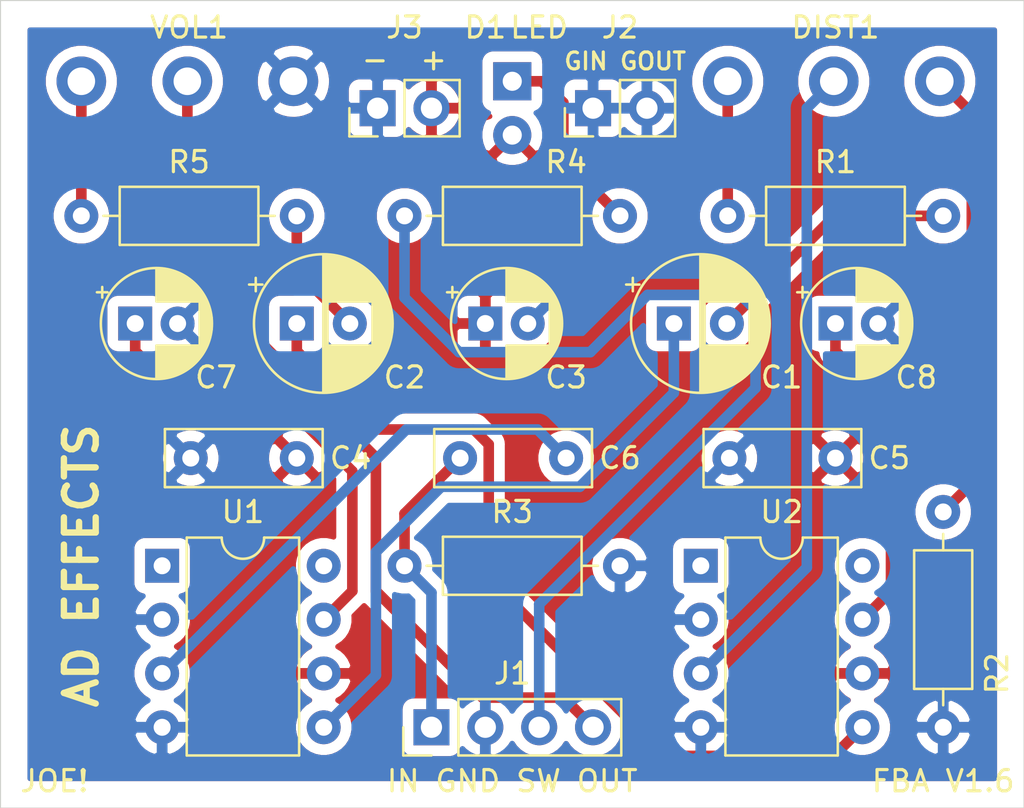
<source format=kicad_pcb>
(kicad_pcb (version 20171130) (host pcbnew 5.1.5-52549c5~86~ubuntu18.04.1)

  (general
    (thickness 1.6)
    (drawings 10)
    (tracks 70)
    (zones 0)
    (modules 21)
    (nets 22)
  )

  (page A4)
  (layers
    (0 F.Cu signal hide)
    (31 B.Cu signal)
    (32 B.Adhes user)
    (33 F.Adhes user)
    (34 B.Paste user)
    (35 F.Paste user)
    (36 B.SilkS user)
    (37 F.SilkS user)
    (38 B.Mask user)
    (39 F.Mask user)
    (40 Dwgs.User user)
    (41 Cmts.User user)
    (42 Eco1.User user)
    (43 Eco2.User user)
    (44 Edge.Cuts user)
    (45 Margin user)
    (46 B.CrtYd user hide)
    (47 F.CrtYd user hide)
    (48 B.Fab user hide)
    (49 F.Fab user)
  )

  (setup
    (last_trace_width 0.25)
    (user_trace_width 0.5)
    (trace_clearance 0.3)
    (zone_clearance 0.508)
    (zone_45_only no)
    (trace_min 0.2)
    (via_size 0.8)
    (via_drill 0.4)
    (via_min_size 0.4)
    (via_min_drill 0.3)
    (uvia_size 0.3)
    (uvia_drill 0.1)
    (uvias_allowed no)
    (uvia_min_size 0.2)
    (uvia_min_drill 0.1)
    (edge_width 0.05)
    (segment_width 0.2)
    (pcb_text_width 0.3)
    (pcb_text_size 1.5 1.5)
    (mod_edge_width 0.12)
    (mod_text_size 1 1)
    (mod_text_width 0.15)
    (pad_size 1.524 1.524)
    (pad_drill 0.762)
    (pad_to_mask_clearance 0.051)
    (solder_mask_min_width 0.25)
    (aux_axis_origin 0 0)
    (grid_origin 82.55 31.75)
    (visible_elements 7FFDFFFF)
    (pcbplotparams
      (layerselection 0x010fc_ffffffff)
      (usegerberextensions false)
      (usegerberattributes false)
      (usegerberadvancedattributes false)
      (creategerberjobfile false)
      (excludeedgelayer true)
      (linewidth 0.100000)
      (plotframeref false)
      (viasonmask false)
      (mode 1)
      (useauxorigin false)
      (hpglpennumber 1)
      (hpglpenspeed 20)
      (hpglpendiameter 15.000000)
      (psnegative false)
      (psa4output false)
      (plotreference true)
      (plotvalue true)
      (plotinvisibletext false)
      (padsonsilk false)
      (subtractmaskfromsilk false)
      (outputformat 1)
      (mirror false)
      (drillshape 1)
      (scaleselection 1)
      (outputdirectory ""))
  )

  (net 0 "")
  (net 1 "Net-(C1-Pad2)")
  (net 2 "Net-(C1-Pad1)")
  (net 3 "Net-(C2-Pad2)")
  (net 4 "Net-(C2-Pad1)")
  (net 5 GND)
  (net 6 +9V)
  (net 7 "Net-(C6-Pad2)")
  (net 8 "Net-(C6-Pad1)")
  (net 9 "Net-(C7-Pad1)")
  (net 10 "Net-(C8-Pad1)")
  (net 11 "Net-(D1-Pad1)")
  (net 12 "Net-(DIST1-Pad3)")
  (net 13 "Net-(DIST1-Pad2)")
  (net 14 "Net-(DIST1-Pad1)")
  (net 15 "Net-(R5-Pad2)")
  (net 16 "Net-(U1-Pad8)")
  (net 17 "Net-(U1-Pad1)")
  (net 18 "Net-(U2-Pad8)")
  (net 19 "Net-(U2-Pad1)")
  (net 20 /Vout)
  (net 21 "Net-(J1-Pad3)")

  (net_class Default "This is the default net class."
    (clearance 0.3)
    (trace_width 0.25)
    (via_dia 0.8)
    (via_drill 0.4)
    (uvia_dia 0.3)
    (uvia_drill 0.1)
    (add_net +9V)
    (add_net /Vout)
    (add_net GND)
    (add_net "Net-(C1-Pad1)")
    (add_net "Net-(C1-Pad2)")
    (add_net "Net-(C2-Pad1)")
    (add_net "Net-(C2-Pad2)")
    (add_net "Net-(C6-Pad1)")
    (add_net "Net-(C6-Pad2)")
    (add_net "Net-(C7-Pad1)")
    (add_net "Net-(C8-Pad1)")
    (add_net "Net-(D1-Pad1)")
    (add_net "Net-(DIST1-Pad1)")
    (add_net "Net-(DIST1-Pad2)")
    (add_net "Net-(DIST1-Pad3)")
    (add_net "Net-(J1-Pad3)")
    (add_net "Net-(R5-Pad2)")
    (add_net "Net-(U1-Pad1)")
    (add_net "Net-(U1-Pad8)")
    (add_net "Net-(U2-Pad1)")
    (add_net "Net-(U2-Pad8)")
  )

  (module LED_THT:LED_D5.0mm (layer B.Cu) (tedit 5E88329D) (tstamp 5E85155A)
    (at 82.55 34.29 270)
    (descr "LED, diameter 5.0mm, 2 pins, http://cdn-reichelt.de/documents/datenblatt/A500/LL-504BC2E-009.pdf")
    (tags "LED diameter 5.0mm 2 pins")
    (path /5E8B4C68)
    (fp_text reference D1 (at -2.54 1.27) (layer F.SilkS)
      (effects (font (size 1 1) (thickness 0.15)))
    )
    (fp_text value LED (at -2.54 -1.27 180) (layer F.SilkS)
      (effects (font (size 1 1) (thickness 0.15)))
    )
    (fp_text user %R (at 1.25 0 270) (layer B.Fab)
      (effects (font (size 0.8 0.8) (thickness 0.2)) (justify mirror))
    )
    (pad 2 thru_hole circle (at 2.54 0 270) (size 1.8 1.8) (drill 0.9) (layers *.Cu *.Mask)
      (net 6 +9V))
    (pad 1 thru_hole rect (at 0 0 270) (size 1.8 1.8) (drill 0.9) (layers *.Cu *.Mask)
      (net 11 "Net-(D1-Pad1)"))
    (model ${KISYS3DMOD}/LED_THT.3dshapes/LED_D5.0mm.wrl
      (at (xyz 0 0 0))
      (scale (xyz 1 1 1))
      (rotate (xyz 0 0 0))
    )
  )

  (module Potentiometer_THT:Potentiometer_Alps_RK163_Single_Horizontal (layer B.Cu) (tedit 5E883240) (tstamp 5E851576)
    (at 92.71 34.29 90)
    (descr "Potentiometer, horizontal, Alps RK163 Single, http://www.alps.com/prod/info/E/HTML/Potentiometer/RotaryPotentiometers/RK16/RK16_list.html")
    (tags "Potentiometer horizontal Alps RK163 Single")
    (path /5E7C3B01)
    (fp_text reference DIST1 (at 2.54 5.08 180) (layer F.SilkS)
      (effects (font (size 1 1) (thickness 0.15)))
    )
    (fp_text value B50K (at 0 -6.35 90) (layer B.Fab)
      (effects (font (size 1 1) (thickness 0.15)) (justify mirror))
    )
    (pad 1 thru_hole circle (at 0 0 90) (size 2.34 2.34) (drill 1.3) (layers *.Cu *.Mask)
      (net 14 "Net-(DIST1-Pad1)"))
    (pad 2 thru_hole circle (at 0 5 90) (size 2.34 2.34) (drill 1.3) (layers *.Cu *.Mask)
      (net 13 "Net-(DIST1-Pad2)"))
    (pad 3 thru_hole circle (at 0 10 90) (size 2.34 2.34) (drill 1.3) (layers *.Cu *.Mask)
      (net 12 "Net-(DIST1-Pad3)"))
    (model ${KISYS3DMOD}/Potentiometer_THT.3dshapes/Potentiometer_Alps_RK163_Single_Horizontal.wrl
      (at (xyz 0 0 0))
      (scale (xyz 1 1 1))
      (rotate (xyz 0 0 0))
    )
  )

  (module Potentiometer_THT:Potentiometer_Alps_RK163_Single_Horizontal (layer B.Cu) (tedit 5E88322E) (tstamp 5E8516A8)
    (at 62.23 34.29 90)
    (descr "Potentiometer, horizontal, Alps RK163 Single, http://www.alps.com/prod/info/E/HTML/Potentiometer/RotaryPotentiometers/RK16/RK16_list.html")
    (tags "Potentiometer horizontal Alps RK163 Single")
    (path /5E7CCB3C)
    (fp_text reference VOL1 (at 2.54 5.08 180) (layer F.SilkS)
      (effects (font (size 1 1) (thickness 0.15)))
    )
    (fp_text value A250K (at 0 -6.35 90) (layer B.Fab)
      (effects (font (size 1 1) (thickness 0.15)) (justify mirror))
    )
    (pad 1 thru_hole circle (at 0 0 90) (size 2.34 2.34) (drill 1.3) (layers *.Cu *.Mask)
      (net 15 "Net-(R5-Pad2)"))
    (pad 2 thru_hole circle (at 0 5 90) (size 2.34 2.34) (drill 1.3) (layers *.Cu *.Mask)
      (net 20 /Vout))
    (pad 3 thru_hole circle (at 0 10 90) (size 2.34 2.34) (drill 1.3) (layers *.Cu *.Mask)
      (net 5 GND))
    (model ${KISYS3DMOD}/Potentiometer_THT.3dshapes/Potentiometer_Alps_RK163_Single_Horizontal.wrl
      (at (xyz 0 0 0))
      (scale (xyz 1 1 1))
      (rotate (xyz 0 0 0))
    )
  )

  (module Capacitor_THT:C_Rect_L7.2mm_W2.5mm_P5.00mm_FKS2_FKP2_MKS2_MKP2 (layer F.Cu) (tedit 5AE50EF0) (tstamp 5E8512A4)
    (at 72.39 52.07 180)
    (descr "C, Rect series, Radial, pin pitch=5.00mm, , length*width=7.2*2.5mm^2, Capacitor, http://www.wima.com/EN/WIMA_FKS_2.pdf")
    (tags "C Rect series Radial pin pitch 5.00mm  length 7.2mm width 2.5mm Capacitor")
    (path /5E774AAB)
    (fp_text reference C4 (at -2.54 0) (layer F.SilkS)
      (effects (font (size 1 1) (thickness 0.15)))
    )
    (fp_text value 100n (at 2.5 5.25) (layer F.Fab)
      (effects (font (size 1 1) (thickness 0.15)))
    )
    (fp_text user %R (at 2.54 0) (layer F.Fab)
      (effects (font (size 1 1) (thickness 0.15)))
    )
    (fp_line (start 6.35 -1.5) (end -1.35 -1.5) (layer F.CrtYd) (width 0.05))
    (fp_line (start 6.35 1.5) (end 6.35 -1.5) (layer F.CrtYd) (width 0.05))
    (fp_line (start -1.35 1.5) (end 6.35 1.5) (layer F.CrtYd) (width 0.05))
    (fp_line (start -1.35 -1.5) (end -1.35 1.5) (layer F.CrtYd) (width 0.05))
    (fp_line (start 6.22 -1.37) (end 6.22 1.37) (layer F.SilkS) (width 0.12))
    (fp_line (start -1.22 -1.37) (end -1.22 1.37) (layer F.SilkS) (width 0.12))
    (fp_line (start -1.22 1.37) (end 6.22 1.37) (layer F.SilkS) (width 0.12))
    (fp_line (start -1.22 -1.37) (end 6.22 -1.37) (layer F.SilkS) (width 0.12))
    (fp_line (start 6.1 -1.25) (end -1.1 -1.25) (layer F.Fab) (width 0.1))
    (fp_line (start 6.1 1.25) (end 6.1 -1.25) (layer F.Fab) (width 0.1))
    (fp_line (start -1.1 1.25) (end 6.1 1.25) (layer F.Fab) (width 0.1))
    (fp_line (start -1.1 -1.25) (end -1.1 1.25) (layer F.Fab) (width 0.1))
    (pad 2 thru_hole circle (at 5 0 180) (size 1.6 1.6) (drill 0.8) (layers *.Cu *.Mask)
      (net 5 GND))
    (pad 1 thru_hole circle (at 0 0 180) (size 1.6 1.6) (drill 0.8) (layers *.Cu *.Mask)
      (net 6 +9V))
    (model ${KISYS3DMOD}/Capacitor_THT.3dshapes/C_Rect_L7.2mm_W2.5mm_P5.00mm_FKS2_FKP2_MKS2_MKP2.wrl
      (at (xyz 0 0 0))
      (scale (xyz 1 1 1))
      (rotate (xyz 0 0 0))
    )
  )

  (module Capacitor_THT:C_Rect_L7.2mm_W2.5mm_P5.00mm_FKS2_FKP2_MKS2_MKP2 (layer F.Cu) (tedit 5AE50EF0) (tstamp 5E8513F6)
    (at 85.09 52.07 180)
    (descr "C, Rect series, Radial, pin pitch=5.00mm, , length*width=7.2*2.5mm^2, Capacitor, http://www.wima.com/EN/WIMA_FKS_2.pdf")
    (tags "C Rect series Radial pin pitch 5.00mm  length 7.2mm width 2.5mm Capacitor")
    (path /5E8489F5)
    (fp_text reference C6 (at -2.54 -0.000001 180) (layer F.SilkS)
      (effects (font (size 1 1) (thickness 0.15)))
    )
    (fp_text value 47n (at 2.5 2.54) (layer F.Fab)
      (effects (font (size 1 1) (thickness 0.15)))
    )
    (fp_text user %R (at 2.5 0) (layer F.Fab)
      (effects (font (size 0.94 0.94) (thickness 0.141)))
    )
    (fp_line (start 6.35 -1.5) (end -1.35 -1.5) (layer F.CrtYd) (width 0.05))
    (fp_line (start 6.35 1.5) (end 6.35 -1.5) (layer F.CrtYd) (width 0.05))
    (fp_line (start -1.35 1.5) (end 6.35 1.5) (layer F.CrtYd) (width 0.05))
    (fp_line (start -1.35 -1.5) (end -1.35 1.5) (layer F.CrtYd) (width 0.05))
    (fp_line (start 6.22 -1.37) (end 6.22 1.37) (layer F.SilkS) (width 0.12))
    (fp_line (start -1.22 -1.37) (end -1.22 1.37) (layer F.SilkS) (width 0.12))
    (fp_line (start -1.22 1.37) (end 6.22 1.37) (layer F.SilkS) (width 0.12))
    (fp_line (start -1.22 -1.37) (end 6.22 -1.37) (layer F.SilkS) (width 0.12))
    (fp_line (start 6.1 -1.25) (end -1.1 -1.25) (layer F.Fab) (width 0.1))
    (fp_line (start 6.1 1.25) (end 6.1 -1.25) (layer F.Fab) (width 0.1))
    (fp_line (start -1.1 1.25) (end 6.1 1.25) (layer F.Fab) (width 0.1))
    (fp_line (start -1.1 -1.25) (end -1.1 1.25) (layer F.Fab) (width 0.1))
    (pad 2 thru_hole circle (at 5 0 180) (size 1.6 1.6) (drill 0.8) (layers *.Cu *.Mask)
      (net 7 "Net-(C6-Pad2)"))
    (pad 1 thru_hole circle (at 0 0 180) (size 1.6 1.6) (drill 0.8) (layers *.Cu *.Mask)
      (net 8 "Net-(C6-Pad1)"))
    (model ${KISYS3DMOD}/Capacitor_THT.3dshapes/C_Rect_L7.2mm_W2.5mm_P5.00mm_FKS2_FKP2_MKS2_MKP2.wrl
      (at (xyz 0 0 0))
      (scale (xyz 1 1 1))
      (rotate (xyz 0 0 0))
    )
  )

  (module Capacitor_THT:C_Rect_L7.2mm_W2.5mm_P5.00mm_FKS2_FKP2_MKS2_MKP2 (layer F.Cu) (tedit 5AE50EF0) (tstamp 5E85134D)
    (at 97.79 52.07 180)
    (descr "C, Rect series, Radial, pin pitch=5.00mm, , length*width=7.2*2.5mm^2, Capacitor, http://www.wima.com/EN/WIMA_FKS_2.pdf")
    (tags "C Rect series Radial pin pitch 5.00mm  length 7.2mm width 2.5mm Capacitor")
    (path /5E778FF0)
    (fp_text reference C5 (at -2.54 0) (layer F.SilkS)
      (effects (font (size 1 1) (thickness 0.15)))
    )
    (fp_text value 100n (at 2.5 5.25) (layer F.Fab)
      (effects (font (size 1 1) (thickness 0.15)))
    )
    (fp_text user %R (at 2.5 0) (layer F.Fab)
      (effects (font (size 1 1) (thickness 0.15)))
    )
    (fp_line (start 6.35 -1.5) (end -1.35 -1.5) (layer F.CrtYd) (width 0.05))
    (fp_line (start 6.35 1.5) (end 6.35 -1.5) (layer F.CrtYd) (width 0.05))
    (fp_line (start -1.35 1.5) (end 6.35 1.5) (layer F.CrtYd) (width 0.05))
    (fp_line (start -1.35 -1.5) (end -1.35 1.5) (layer F.CrtYd) (width 0.05))
    (fp_line (start 6.22 -1.37) (end 6.22 1.37) (layer F.SilkS) (width 0.12))
    (fp_line (start -1.22 -1.37) (end -1.22 1.37) (layer F.SilkS) (width 0.12))
    (fp_line (start -1.22 1.37) (end 6.22 1.37) (layer F.SilkS) (width 0.12))
    (fp_line (start -1.22 -1.37) (end 6.22 -1.37) (layer F.SilkS) (width 0.12))
    (fp_line (start 6.1 -1.25) (end -1.1 -1.25) (layer F.Fab) (width 0.1))
    (fp_line (start 6.1 1.25) (end 6.1 -1.25) (layer F.Fab) (width 0.1))
    (fp_line (start -1.1 1.25) (end 6.1 1.25) (layer F.Fab) (width 0.1))
    (fp_line (start -1.1 -1.25) (end -1.1 1.25) (layer F.Fab) (width 0.1))
    (pad 2 thru_hole circle (at 5 0 180) (size 1.6 1.6) (drill 0.8) (layers *.Cu *.Mask)
      (net 5 GND))
    (pad 1 thru_hole circle (at 0 0 180) (size 1.6 1.6) (drill 0.8) (layers *.Cu *.Mask)
      (net 6 +9V))
    (model ${KISYS3DMOD}/Capacitor_THT.3dshapes/C_Rect_L7.2mm_W2.5mm_P5.00mm_FKS2_FKP2_MKS2_MKP2.wrl
      (at (xyz 0 0 0))
      (scale (xyz 1 1 1))
      (rotate (xyz 0 0 0))
    )
  )

  (module Connector_PinHeader_2.54mm:PinHeader_1x04_P2.54mm_Vertical (layer F.Cu) (tedit 59FED5CC) (tstamp 5E86E579)
    (at 78.74 64.77 90)
    (descr "Through hole straight pin header, 1x04, 2.54mm pitch, single row")
    (tags "Through hole pin header THT 1x04 2.54mm single row")
    (path /5E887FC7)
    (fp_text reference J1 (at 2.54 3.81 180) (layer F.SilkS)
      (effects (font (size 1 1) (thickness 0.15)))
    )
    (fp_text value "IN GND SW OUT" (at -2.54 3.81 180) (layer F.SilkS)
      (effects (font (size 1 1) (thickness 0.15)))
    )
    (fp_text user %R (at 2.25 3) (layer F.Fab)
      (effects (font (size 0.9 0.9) (thickness 0.135)))
    )
    (fp_line (start 1.8 -1.8) (end -1.8 -1.8) (layer F.CrtYd) (width 0.05))
    (fp_line (start 1.8 9.4) (end 1.8 -1.8) (layer F.CrtYd) (width 0.05))
    (fp_line (start -1.8 9.4) (end 1.8 9.4) (layer F.CrtYd) (width 0.05))
    (fp_line (start -1.8 -1.8) (end -1.8 9.4) (layer F.CrtYd) (width 0.05))
    (fp_line (start -1.33 -1.33) (end 0 -1.33) (layer F.SilkS) (width 0.12))
    (fp_line (start -1.33 0) (end -1.33 -1.33) (layer F.SilkS) (width 0.12))
    (fp_line (start -1.33 1.27) (end 1.33 1.27) (layer F.SilkS) (width 0.12))
    (fp_line (start 1.33 1.27) (end 1.33 8.95) (layer F.SilkS) (width 0.12))
    (fp_line (start -1.33 1.27) (end -1.33 8.95) (layer F.SilkS) (width 0.12))
    (fp_line (start -1.33 8.95) (end 1.33 8.95) (layer F.SilkS) (width 0.12))
    (fp_line (start -1.27 -0.635) (end -0.635 -1.27) (layer F.Fab) (width 0.1))
    (fp_line (start -1.27 8.89) (end -1.27 -0.635) (layer F.Fab) (width 0.1))
    (fp_line (start 1.27 8.89) (end -1.27 8.89) (layer F.Fab) (width 0.1))
    (fp_line (start 1.27 -1.27) (end 1.27 8.89) (layer F.Fab) (width 0.1))
    (fp_line (start -0.635 -1.27) (end 1.27 -1.27) (layer F.Fab) (width 0.1))
    (pad 4 thru_hole oval (at 0 7.62 90) (size 1.7 1.7) (drill 1) (layers *.Cu *.Mask)
      (net 20 /Vout))
    (pad 3 thru_hole oval (at 0 5.08 90) (size 1.7 1.7) (drill 1) (layers *.Cu *.Mask)
      (net 21 "Net-(J1-Pad3)"))
    (pad 2 thru_hole oval (at 0 2.54 90) (size 1.7 1.7) (drill 1) (layers *.Cu *.Mask)
      (net 5 GND))
    (pad 1 thru_hole rect (at 0 0 90) (size 1.7 1.7) (drill 1) (layers *.Cu *.Mask)
      (net 7 "Net-(C6-Pad2)"))
    (model ${KISYS3DMOD}/Connector_PinHeader_2.54mm.3dshapes/PinHeader_1x04_P2.54mm_Vertical.wrl
      (at (xyz 0 0 0))
      (scale (xyz 1 1 1))
      (rotate (xyz 0 0 0))
    )
  )

  (module Connector_PinHeader_2.54mm:PinHeader_1x02_P2.54mm_Vertical (layer F.Cu) (tedit 59FED5CC) (tstamp 5E86E5DD)
    (at 76.2 35.56 90)
    (descr "Through hole straight pin header, 1x02, 2.54mm pitch, single row")
    (tags "Through hole pin header THT 1x02 2.54mm single row")
    (path /5E885436)
    (fp_text reference J3 (at 3.81 1.27 180) (layer F.SilkS)
      (effects (font (size 1 1) (thickness 0.15)))
    )
    (fp_text value Pwr (at -2.54 1.27 180) (layer F.SilkS) hide
      (effects (font (size 1 1) (thickness 0.15)))
    )
    (fp_text user %R (at 0 1.27) (layer F.Fab)
      (effects (font (size 1 1) (thickness 0.15)))
    )
    (fp_line (start 1.8 -1.8) (end -1.8 -1.8) (layer F.CrtYd) (width 0.05))
    (fp_line (start 1.8 4.35) (end 1.8 -1.8) (layer F.CrtYd) (width 0.05))
    (fp_line (start -1.8 4.35) (end 1.8 4.35) (layer F.CrtYd) (width 0.05))
    (fp_line (start -1.8 -1.8) (end -1.8 4.35) (layer F.CrtYd) (width 0.05))
    (fp_line (start -1.33 -1.33) (end 0 -1.33) (layer F.SilkS) (width 0.12))
    (fp_line (start -1.33 0) (end -1.33 -1.33) (layer F.SilkS) (width 0.12))
    (fp_line (start -1.33 1.27) (end 1.33 1.27) (layer F.SilkS) (width 0.12))
    (fp_line (start 1.33 1.27) (end 1.33 3.87) (layer F.SilkS) (width 0.12))
    (fp_line (start -1.33 1.27) (end -1.33 3.87) (layer F.SilkS) (width 0.12))
    (fp_line (start -1.33 3.87) (end 1.33 3.87) (layer F.SilkS) (width 0.12))
    (fp_line (start -1.27 -0.635) (end -0.635 -1.27) (layer F.Fab) (width 0.1))
    (fp_line (start -1.27 3.81) (end -1.27 -0.635) (layer F.Fab) (width 0.1))
    (fp_line (start 1.27 3.81) (end -1.27 3.81) (layer F.Fab) (width 0.1))
    (fp_line (start 1.27 -1.27) (end 1.27 3.81) (layer F.Fab) (width 0.1))
    (fp_line (start -0.635 -1.27) (end 1.27 -1.27) (layer F.Fab) (width 0.1))
    (pad 2 thru_hole oval (at 0 2.54 90) (size 1.7 1.7) (drill 1) (layers *.Cu *.Mask)
      (net 6 +9V))
    (pad 1 thru_hole rect (at 0 0 90) (size 1.7 1.7) (drill 1) (layers *.Cu *.Mask)
      (net 5 GND))
    (model ${KISYS3DMOD}/Connector_PinHeader_2.54mm.3dshapes/PinHeader_1x02_P2.54mm_Vertical.wrl
      (at (xyz 0 0 0))
      (scale (xyz 1 1 1))
      (rotate (xyz 0 0 0))
    )
  )

  (module Connector_PinHeader_2.54mm:PinHeader_1x02_P2.54mm_Vertical (layer F.Cu) (tedit 59FED5CC) (tstamp 5E86E5AB)
    (at 86.36 35.56 90)
    (descr "Through hole straight pin header, 1x02, 2.54mm pitch, single row")
    (tags "Through hole pin header THT 1x02 2.54mm single row")
    (path /5E87DE72)
    (fp_text reference J2 (at 3.81 1.27 180) (layer F.SilkS)
      (effects (font (size 1 1) (thickness 0.15)))
    )
    (fp_text value JackGnd (at -2.54 1.27 180) (layer F.SilkS) hide
      (effects (font (size 1 1) (thickness 0.15)))
    )
    (fp_line (start 1.8 -1.8) (end -1.8 -1.8) (layer F.CrtYd) (width 0.05))
    (fp_line (start 1.8 4.35) (end 1.8 -1.8) (layer F.CrtYd) (width 0.05))
    (fp_line (start -1.8 4.35) (end 1.8 4.35) (layer F.CrtYd) (width 0.05))
    (fp_line (start -1.8 -1.8) (end -1.8 4.35) (layer F.CrtYd) (width 0.05))
    (fp_line (start -1.33 -1.33) (end 0 -1.33) (layer F.SilkS) (width 0.12))
    (fp_line (start -1.33 0) (end -1.33 -1.33) (layer F.SilkS) (width 0.12))
    (fp_line (start -1.33 1.27) (end 1.33 1.27) (layer F.SilkS) (width 0.12))
    (fp_line (start 1.33 1.27) (end 1.33 3.87) (layer F.SilkS) (width 0.12))
    (fp_line (start -1.33 1.27) (end -1.33 3.87) (layer F.SilkS) (width 0.12))
    (fp_line (start -1.33 3.87) (end 1.33 3.87) (layer F.SilkS) (width 0.12))
    (fp_line (start -1.27 -0.635) (end -0.635 -1.27) (layer F.Fab) (width 0.1))
    (fp_line (start -1.27 3.81) (end -1.27 -0.635) (layer F.Fab) (width 0.1))
    (fp_line (start 1.27 3.81) (end -1.27 3.81) (layer F.Fab) (width 0.1))
    (fp_line (start 1.27 -1.27) (end 1.27 3.81) (layer F.Fab) (width 0.1))
    (fp_line (start -0.635 -1.27) (end 1.27 -1.27) (layer F.Fab) (width 0.1))
    (pad 2 thru_hole oval (at 0 2.54 90) (size 1.7 1.7) (drill 1) (layers *.Cu *.Mask)
      (net 5 GND))
    (pad 1 thru_hole rect (at 0 0 90) (size 1.7 1.7) (drill 1) (layers *.Cu *.Mask)
      (net 5 GND))
    (model ${KISYS3DMOD}/Connector_PinHeader_2.54mm.3dshapes/PinHeader_1x02_P2.54mm_Vertical.wrl
      (at (xyz 0 0 0))
      (scale (xyz 1 1 1))
      (rotate (xyz 0 0 0))
    )
  )

  (module Resistor_THT:R_Axial_DIN0207_L6.3mm_D2.5mm_P10.16mm_Horizontal (layer F.Cu) (tedit 5AE5139B) (tstamp 5E851656)
    (at 72.39 40.64 180)
    (descr "Resistor, Axial_DIN0207 series, Axial, Horizontal, pin pitch=10.16mm, 0.25W = 1/4W, length*diameter=6.3*2.5mm^2, http://cdn-reichelt.de/documents/datenblatt/B400/1_4W%23YAG.pdf")
    (tags "Resistor Axial_DIN0207 series Axial Horizontal pin pitch 10.16mm 0.25W = 1/4W length 6.3mm diameter 2.5mm")
    (path /5E8EC399)
    (fp_text reference R5 (at 5.08 2.54 180) (layer F.SilkS)
      (effects (font (size 1 1) (thickness 0.15)))
    )
    (fp_text value 470 (at 0 2.54 180) (layer F.Fab)
      (effects (font (size 1 1) (thickness 0.15)))
    )
    (fp_text user %R (at 7.62 2.54) (layer F.Fab)
      (effects (font (size 1 1) (thickness 0.15)))
    )
    (fp_line (start 11.21 -1.5) (end -1.05 -1.5) (layer F.CrtYd) (width 0.05))
    (fp_line (start 11.21 1.5) (end 11.21 -1.5) (layer F.CrtYd) (width 0.05))
    (fp_line (start -1.05 1.5) (end 11.21 1.5) (layer F.CrtYd) (width 0.05))
    (fp_line (start -1.05 -1.5) (end -1.05 1.5) (layer F.CrtYd) (width 0.05))
    (fp_line (start 9.12 0) (end 8.35 0) (layer F.SilkS) (width 0.12))
    (fp_line (start 1.04 0) (end 1.81 0) (layer F.SilkS) (width 0.12))
    (fp_line (start 8.35 -1.37) (end 1.81 -1.37) (layer F.SilkS) (width 0.12))
    (fp_line (start 8.35 1.37) (end 8.35 -1.37) (layer F.SilkS) (width 0.12))
    (fp_line (start 1.81 1.37) (end 8.35 1.37) (layer F.SilkS) (width 0.12))
    (fp_line (start 1.81 -1.37) (end 1.81 1.37) (layer F.SilkS) (width 0.12))
    (fp_line (start 10.16 0) (end 8.23 0) (layer F.Fab) (width 0.1))
    (fp_line (start 0 0) (end 1.93 0) (layer F.Fab) (width 0.1))
    (fp_line (start 8.23 -1.25) (end 1.93 -1.25) (layer F.Fab) (width 0.1))
    (fp_line (start 8.23 1.25) (end 8.23 -1.25) (layer F.Fab) (width 0.1))
    (fp_line (start 1.93 1.25) (end 8.23 1.25) (layer F.Fab) (width 0.1))
    (fp_line (start 1.93 -1.25) (end 1.93 1.25) (layer F.Fab) (width 0.1))
    (pad 2 thru_hole oval (at 10.16 0 180) (size 1.6 1.6) (drill 0.8) (layers *.Cu *.Mask)
      (net 15 "Net-(R5-Pad2)"))
    (pad 1 thru_hole circle (at 0 0 180) (size 1.6 1.6) (drill 0.8) (layers *.Cu *.Mask)
      (net 3 "Net-(C2-Pad2)"))
    (model ${KISYS3DMOD}/Resistor_THT.3dshapes/R_Axial_DIN0207_L6.3mm_D2.5mm_P10.16mm_Horizontal.wrl
      (at (xyz 0 0 0))
      (scale (xyz 1 1 1))
      (rotate (xyz 0 0 0))
    )
  )

  (module Resistor_THT:R_Axial_DIN0207_L6.3mm_D2.5mm_P10.16mm_Horizontal (layer F.Cu) (tedit 5AE5139B) (tstamp 5E85163A)
    (at 87.63 40.64 180)
    (descr "Resistor, Axial_DIN0207 series, Axial, Horizontal, pin pitch=10.16mm, 0.25W = 1/4W, length*diameter=6.3*2.5mm^2, http://cdn-reichelt.de/documents/datenblatt/B400/1_4W%23YAG.pdf")
    (tags "Resistor Axial_DIN0207 series Axial Horizontal pin pitch 10.16mm 0.25W = 1/4W length 6.3mm diameter 2.5mm")
    (path /5E8B0ED0)
    (fp_text reference R4 (at 2.54 2.54 180) (layer F.SilkS)
      (effects (font (size 1 1) (thickness 0.15)))
    )
    (fp_text value 4k7 (at -2.54 0 90) (layer F.Fab)
      (effects (font (size 1 1) (thickness 0.15)))
    )
    (fp_text user %R (at 7.62 2.54) (layer F.Fab)
      (effects (font (size 1 1) (thickness 0.15)))
    )
    (fp_line (start 11.21 -1.5) (end -1.05 -1.5) (layer F.CrtYd) (width 0.05))
    (fp_line (start 11.21 1.5) (end 11.21 -1.5) (layer F.CrtYd) (width 0.05))
    (fp_line (start -1.05 1.5) (end 11.21 1.5) (layer F.CrtYd) (width 0.05))
    (fp_line (start -1.05 -1.5) (end -1.05 1.5) (layer F.CrtYd) (width 0.05))
    (fp_line (start 9.12 0) (end 8.35 0) (layer F.SilkS) (width 0.12))
    (fp_line (start 1.04 0) (end 1.81 0) (layer F.SilkS) (width 0.12))
    (fp_line (start 8.35 -1.37) (end 1.81 -1.37) (layer F.SilkS) (width 0.12))
    (fp_line (start 8.35 1.37) (end 8.35 -1.37) (layer F.SilkS) (width 0.12))
    (fp_line (start 1.81 1.37) (end 8.35 1.37) (layer F.SilkS) (width 0.12))
    (fp_line (start 1.81 -1.37) (end 1.81 1.37) (layer F.SilkS) (width 0.12))
    (fp_line (start 10.16 0) (end 8.23 0) (layer F.Fab) (width 0.1))
    (fp_line (start 0 0) (end 1.93 0) (layer F.Fab) (width 0.1))
    (fp_line (start 8.23 -1.25) (end 1.93 -1.25) (layer F.Fab) (width 0.1))
    (fp_line (start 8.23 1.25) (end 8.23 -1.25) (layer F.Fab) (width 0.1))
    (fp_line (start 1.93 1.25) (end 8.23 1.25) (layer F.Fab) (width 0.1))
    (fp_line (start 1.93 -1.25) (end 1.93 1.25) (layer F.Fab) (width 0.1))
    (pad 2 thru_hole oval (at 10.16 0 180) (size 1.6 1.6) (drill 0.8) (layers *.Cu *.Mask)
      (net 21 "Net-(J1-Pad3)"))
    (pad 1 thru_hole circle (at 0 0 180) (size 1.6 1.6) (drill 0.8) (layers *.Cu *.Mask)
      (net 11 "Net-(D1-Pad1)"))
    (model ${KISYS3DMOD}/Resistor_THT.3dshapes/R_Axial_DIN0207_L6.3mm_D2.5mm_P10.16mm_Horizontal.wrl
      (at (xyz 0 0 0))
      (scale (xyz 1 1 1))
      (rotate (xyz 0 0 0))
    )
  )

  (module Resistor_THT:R_Axial_DIN0207_L6.3mm_D2.5mm_P10.16mm_Horizontal (layer F.Cu) (tedit 5AE5139B) (tstamp 5E85161E)
    (at 77.47 57.15)
    (descr "Resistor, Axial_DIN0207 series, Axial, Horizontal, pin pitch=10.16mm, 0.25W = 1/4W, length*diameter=6.3*2.5mm^2, http://cdn-reichelt.de/documents/datenblatt/B400/1_4W%23YAG.pdf")
    (tags "Resistor Axial_DIN0207 series Axial Horizontal pin pitch 10.16mm 0.25W = 1/4W length 6.3mm diameter 2.5mm")
    (path /5E846387)
    (fp_text reference R3 (at 5.08 -2.54 180) (layer F.SilkS)
      (effects (font (size 1 1) (thickness 0.15)))
    )
    (fp_text value 1M (at 3.81 2.54 180) (layer F.Fab)
      (effects (font (size 1 1) (thickness 0.15)))
    )
    (fp_text user %R (at 7.62 2.54) (layer F.Fab)
      (effects (font (size 1 1) (thickness 0.15)))
    )
    (fp_line (start 11.21 -1.5) (end -1.05 -1.5) (layer F.CrtYd) (width 0.05))
    (fp_line (start 11.21 1.5) (end 11.21 -1.5) (layer F.CrtYd) (width 0.05))
    (fp_line (start -1.05 1.5) (end 11.21 1.5) (layer F.CrtYd) (width 0.05))
    (fp_line (start -1.05 -1.5) (end -1.05 1.5) (layer F.CrtYd) (width 0.05))
    (fp_line (start 9.12 0) (end 8.35 0) (layer F.SilkS) (width 0.12))
    (fp_line (start 1.04 0) (end 1.81 0) (layer F.SilkS) (width 0.12))
    (fp_line (start 8.35 -1.37) (end 1.81 -1.37) (layer F.SilkS) (width 0.12))
    (fp_line (start 8.35 1.37) (end 8.35 -1.37) (layer F.SilkS) (width 0.12))
    (fp_line (start 1.81 1.37) (end 8.35 1.37) (layer F.SilkS) (width 0.12))
    (fp_line (start 1.81 -1.37) (end 1.81 1.37) (layer F.SilkS) (width 0.12))
    (fp_line (start 10.16 0) (end 8.23 0) (layer F.Fab) (width 0.1))
    (fp_line (start 0 0) (end 1.93 0) (layer F.Fab) (width 0.1))
    (fp_line (start 8.23 -1.25) (end 1.93 -1.25) (layer F.Fab) (width 0.1))
    (fp_line (start 8.23 1.25) (end 8.23 -1.25) (layer F.Fab) (width 0.1))
    (fp_line (start 1.93 1.25) (end 8.23 1.25) (layer F.Fab) (width 0.1))
    (fp_line (start 1.93 -1.25) (end 1.93 1.25) (layer F.Fab) (width 0.1))
    (pad 2 thru_hole oval (at 10.16 0) (size 1.6 1.6) (drill 0.8) (layers *.Cu *.Mask)
      (net 5 GND))
    (pad 1 thru_hole circle (at 0 0) (size 1.6 1.6) (drill 0.8) (layers *.Cu *.Mask)
      (net 7 "Net-(C6-Pad2)"))
    (model ${KISYS3DMOD}/Resistor_THT.3dshapes/R_Axial_DIN0207_L6.3mm_D2.5mm_P10.16mm_Horizontal.wrl
      (at (xyz 0 0 0))
      (scale (xyz 1 1 1))
      (rotate (xyz 0 0 0))
    )
  )

  (module Resistor_THT:R_Axial_DIN0207_L6.3mm_D2.5mm_P10.16mm_Horizontal (layer F.Cu) (tedit 5AE5139B) (tstamp 5E851602)
    (at 102.87 54.61 270)
    (descr "Resistor, Axial_DIN0207 series, Axial, Horizontal, pin pitch=10.16mm, 0.25W = 1/4W, length*diameter=6.3*2.5mm^2, http://cdn-reichelt.de/documents/datenblatt/B400/1_4W%23YAG.pdf")
    (tags "Resistor Axial_DIN0207 series Axial Horizontal pin pitch 10.16mm 0.25W = 1/4W length 6.3mm diameter 2.5mm")
    (path /5E83544B)
    (fp_text reference R2 (at 7.62 -2.54 270) (layer F.SilkS)
      (effects (font (size 1 1) (thickness 0.15)))
    )
    (fp_text value 1k6 (at 0 9.86 270) (layer F.Fab)
      (effects (font (size 1 1) (thickness 0.15)))
    )
    (fp_text user %R (at 7.62 2.54 90) (layer F.Fab)
      (effects (font (size 1 1) (thickness 0.15)))
    )
    (fp_line (start 11.21 -1.5) (end -1.05 -1.5) (layer F.CrtYd) (width 0.05))
    (fp_line (start 11.21 1.5) (end 11.21 -1.5) (layer F.CrtYd) (width 0.05))
    (fp_line (start -1.05 1.5) (end 11.21 1.5) (layer F.CrtYd) (width 0.05))
    (fp_line (start -1.05 -1.5) (end -1.05 1.5) (layer F.CrtYd) (width 0.05))
    (fp_line (start 9.12 0) (end 8.35 0) (layer F.SilkS) (width 0.12))
    (fp_line (start 1.04 0) (end 1.81 0) (layer F.SilkS) (width 0.12))
    (fp_line (start 8.35 -1.37) (end 1.81 -1.37) (layer F.SilkS) (width 0.12))
    (fp_line (start 8.35 1.37) (end 8.35 -1.37) (layer F.SilkS) (width 0.12))
    (fp_line (start 1.81 1.37) (end 8.35 1.37) (layer F.SilkS) (width 0.12))
    (fp_line (start 1.81 -1.37) (end 1.81 1.37) (layer F.SilkS) (width 0.12))
    (fp_line (start 10.16 0) (end 8.23 0) (layer F.Fab) (width 0.1))
    (fp_line (start 0 0) (end 1.93 0) (layer F.Fab) (width 0.1))
    (fp_line (start 8.23 -1.25) (end 1.93 -1.25) (layer F.Fab) (width 0.1))
    (fp_line (start 8.23 1.25) (end 8.23 -1.25) (layer F.Fab) (width 0.1))
    (fp_line (start 1.93 1.25) (end 8.23 1.25) (layer F.Fab) (width 0.1))
    (fp_line (start 1.93 -1.25) (end 1.93 1.25) (layer F.Fab) (width 0.1))
    (pad 2 thru_hole oval (at 10.16 0 270) (size 1.6 1.6) (drill 0.8) (layers *.Cu *.Mask)
      (net 5 GND))
    (pad 1 thru_hole circle (at 0 0 270) (size 1.6 1.6) (drill 0.8) (layers *.Cu *.Mask)
      (net 12 "Net-(DIST1-Pad3)"))
    (model ${KISYS3DMOD}/Resistor_THT.3dshapes/R_Axial_DIN0207_L6.3mm_D2.5mm_P10.16mm_Horizontal.wrl
      (at (xyz 0 0 0))
      (scale (xyz 1 1 1))
      (rotate (xyz 0 0 0))
    )
  )

  (module Resistor_THT:R_Axial_DIN0207_L6.3mm_D2.5mm_P10.16mm_Horizontal (layer F.Cu) (tedit 5AE5139B) (tstamp 5E8515E6)
    (at 102.87 40.64 180)
    (descr "Resistor, Axial_DIN0207 series, Axial, Horizontal, pin pitch=10.16mm, 0.25W = 1/4W, length*diameter=6.3*2.5mm^2, http://cdn-reichelt.de/documents/datenblatt/B400/1_4W%23YAG.pdf")
    (tags "Resistor Axial_DIN0207 series Axial Horizontal pin pitch 10.16mm 0.25W = 1/4W length 6.3mm diameter 2.5mm")
    (path /5E82D2E4)
    (fp_text reference R1 (at 5.08 2.54 180) (layer F.SilkS)
      (effects (font (size 1 1) (thickness 0.15)))
    )
    (fp_text value 2k7 (at 0 -2.54 180) (layer F.Fab)
      (effects (font (size 1 1) (thickness 0.15)))
    )
    (fp_text user %R (at 5.08 0) (layer F.Fab)
      (effects (font (size 1 1) (thickness 0.15)))
    )
    (fp_line (start 11.21 -1.5) (end -1.05 -1.5) (layer F.CrtYd) (width 0.05))
    (fp_line (start 11.21 1.5) (end 11.21 -1.5) (layer F.CrtYd) (width 0.05))
    (fp_line (start -1.05 1.5) (end 11.21 1.5) (layer F.CrtYd) (width 0.05))
    (fp_line (start -1.05 -1.5) (end -1.05 1.5) (layer F.CrtYd) (width 0.05))
    (fp_line (start 9.12 0) (end 8.35 0) (layer F.SilkS) (width 0.12))
    (fp_line (start 1.04 0) (end 1.81 0) (layer F.SilkS) (width 0.12))
    (fp_line (start 8.35 -1.37) (end 1.81 -1.37) (layer F.SilkS) (width 0.12))
    (fp_line (start 8.35 1.37) (end 8.35 -1.37) (layer F.SilkS) (width 0.12))
    (fp_line (start 1.81 1.37) (end 8.35 1.37) (layer F.SilkS) (width 0.12))
    (fp_line (start 1.81 -1.37) (end 1.81 1.37) (layer F.SilkS) (width 0.12))
    (fp_line (start 10.16 0) (end 8.23 0) (layer F.Fab) (width 0.1))
    (fp_line (start 0 0) (end 1.93 0) (layer F.Fab) (width 0.1))
    (fp_line (start 8.23 -1.25) (end 1.93 -1.25) (layer F.Fab) (width 0.1))
    (fp_line (start 8.23 1.25) (end 8.23 -1.25) (layer F.Fab) (width 0.1))
    (fp_line (start 1.93 1.25) (end 8.23 1.25) (layer F.Fab) (width 0.1))
    (fp_line (start 1.93 -1.25) (end 1.93 1.25) (layer F.Fab) (width 0.1))
    (pad 2 thru_hole oval (at 10.16 0 180) (size 1.6 1.6) (drill 0.8) (layers *.Cu *.Mask)
      (net 14 "Net-(DIST1-Pad1)"))
    (pad 1 thru_hole circle (at 0 0 180) (size 1.6 1.6) (drill 0.8) (layers *.Cu *.Mask)
      (net 1 "Net-(C1-Pad2)"))
    (model ${KISYS3DMOD}/Resistor_THT.3dshapes/R_Axial_DIN0207_L6.3mm_D2.5mm_P10.16mm_Horizontal.wrl
      (at (xyz 0 0 0))
      (scale (xyz 1 1 1))
      (rotate (xyz 0 0 0))
    )
  )

  (module Capacitor_THT:CP_Radial_D5.0mm_P2.00mm (layer F.Cu) (tedit 5AE50EF0) (tstamp 5E86DE35)
    (at 81.28 45.72)
    (descr "CP, Radial series, Radial, pin pitch=2.00mm, , diameter=5mm, Electrolytic Capacitor")
    (tags "CP Radial series Radial pin pitch 2.00mm  diameter 5mm Electrolytic Capacitor")
    (path /5E89104D)
    (fp_text reference C3 (at 3.81 2.54) (layer F.SilkS)
      (effects (font (size 1 1) (thickness 0.15)))
    )
    (fp_text value 10u (at -3.81 0) (layer F.Fab)
      (effects (font (size 1 1) (thickness 0.15)))
    )
    (fp_text user %R (at 1 0) (layer F.Fab)
      (effects (font (size 1 1) (thickness 0.15)))
    )
    (fp_line (start -1.554775 -1.725) (end -1.554775 -1.225) (layer F.SilkS) (width 0.12))
    (fp_line (start -1.804775 -1.475) (end -1.304775 -1.475) (layer F.SilkS) (width 0.12))
    (fp_line (start 3.601 -0.284) (end 3.601 0.284) (layer F.SilkS) (width 0.12))
    (fp_line (start 3.561 -0.518) (end 3.561 0.518) (layer F.SilkS) (width 0.12))
    (fp_line (start 3.521 -0.677) (end 3.521 0.677) (layer F.SilkS) (width 0.12))
    (fp_line (start 3.481 -0.805) (end 3.481 0.805) (layer F.SilkS) (width 0.12))
    (fp_line (start 3.441 -0.915) (end 3.441 0.915) (layer F.SilkS) (width 0.12))
    (fp_line (start 3.401 -1.011) (end 3.401 1.011) (layer F.SilkS) (width 0.12))
    (fp_line (start 3.361 -1.098) (end 3.361 1.098) (layer F.SilkS) (width 0.12))
    (fp_line (start 3.321 -1.178) (end 3.321 1.178) (layer F.SilkS) (width 0.12))
    (fp_line (start 3.281 -1.251) (end 3.281 1.251) (layer F.SilkS) (width 0.12))
    (fp_line (start 3.241 -1.319) (end 3.241 1.319) (layer F.SilkS) (width 0.12))
    (fp_line (start 3.201 -1.383) (end 3.201 1.383) (layer F.SilkS) (width 0.12))
    (fp_line (start 3.161 -1.443) (end 3.161 1.443) (layer F.SilkS) (width 0.12))
    (fp_line (start 3.121 -1.5) (end 3.121 1.5) (layer F.SilkS) (width 0.12))
    (fp_line (start 3.081 -1.554) (end 3.081 1.554) (layer F.SilkS) (width 0.12))
    (fp_line (start 3.041 -1.605) (end 3.041 1.605) (layer F.SilkS) (width 0.12))
    (fp_line (start 3.001 1.04) (end 3.001 1.653) (layer F.SilkS) (width 0.12))
    (fp_line (start 3.001 -1.653) (end 3.001 -1.04) (layer F.SilkS) (width 0.12))
    (fp_line (start 2.961 1.04) (end 2.961 1.699) (layer F.SilkS) (width 0.12))
    (fp_line (start 2.961 -1.699) (end 2.961 -1.04) (layer F.SilkS) (width 0.12))
    (fp_line (start 2.921 1.04) (end 2.921 1.743) (layer F.SilkS) (width 0.12))
    (fp_line (start 2.921 -1.743) (end 2.921 -1.04) (layer F.SilkS) (width 0.12))
    (fp_line (start 2.881 1.04) (end 2.881 1.785) (layer F.SilkS) (width 0.12))
    (fp_line (start 2.881 -1.785) (end 2.881 -1.04) (layer F.SilkS) (width 0.12))
    (fp_line (start 2.841 1.04) (end 2.841 1.826) (layer F.SilkS) (width 0.12))
    (fp_line (start 2.841 -1.826) (end 2.841 -1.04) (layer F.SilkS) (width 0.12))
    (fp_line (start 2.801 1.04) (end 2.801 1.864) (layer F.SilkS) (width 0.12))
    (fp_line (start 2.801 -1.864) (end 2.801 -1.04) (layer F.SilkS) (width 0.12))
    (fp_line (start 2.761 1.04) (end 2.761 1.901) (layer F.SilkS) (width 0.12))
    (fp_line (start 2.761 -1.901) (end 2.761 -1.04) (layer F.SilkS) (width 0.12))
    (fp_line (start 2.721 1.04) (end 2.721 1.937) (layer F.SilkS) (width 0.12))
    (fp_line (start 2.721 -1.937) (end 2.721 -1.04) (layer F.SilkS) (width 0.12))
    (fp_line (start 2.681 1.04) (end 2.681 1.971) (layer F.SilkS) (width 0.12))
    (fp_line (start 2.681 -1.971) (end 2.681 -1.04) (layer F.SilkS) (width 0.12))
    (fp_line (start 2.641 1.04) (end 2.641 2.004) (layer F.SilkS) (width 0.12))
    (fp_line (start 2.641 -2.004) (end 2.641 -1.04) (layer F.SilkS) (width 0.12))
    (fp_line (start 2.601 1.04) (end 2.601 2.035) (layer F.SilkS) (width 0.12))
    (fp_line (start 2.601 -2.035) (end 2.601 -1.04) (layer F.SilkS) (width 0.12))
    (fp_line (start 2.561 1.04) (end 2.561 2.065) (layer F.SilkS) (width 0.12))
    (fp_line (start 2.561 -2.065) (end 2.561 -1.04) (layer F.SilkS) (width 0.12))
    (fp_line (start 2.521 1.04) (end 2.521 2.095) (layer F.SilkS) (width 0.12))
    (fp_line (start 2.521 -2.095) (end 2.521 -1.04) (layer F.SilkS) (width 0.12))
    (fp_line (start 2.481 1.04) (end 2.481 2.122) (layer F.SilkS) (width 0.12))
    (fp_line (start 2.481 -2.122) (end 2.481 -1.04) (layer F.SilkS) (width 0.12))
    (fp_line (start 2.441 1.04) (end 2.441 2.149) (layer F.SilkS) (width 0.12))
    (fp_line (start 2.441 -2.149) (end 2.441 -1.04) (layer F.SilkS) (width 0.12))
    (fp_line (start 2.401 1.04) (end 2.401 2.175) (layer F.SilkS) (width 0.12))
    (fp_line (start 2.401 -2.175) (end 2.401 -1.04) (layer F.SilkS) (width 0.12))
    (fp_line (start 2.361 1.04) (end 2.361 2.2) (layer F.SilkS) (width 0.12))
    (fp_line (start 2.361 -2.2) (end 2.361 -1.04) (layer F.SilkS) (width 0.12))
    (fp_line (start 2.321 1.04) (end 2.321 2.224) (layer F.SilkS) (width 0.12))
    (fp_line (start 2.321 -2.224) (end 2.321 -1.04) (layer F.SilkS) (width 0.12))
    (fp_line (start 2.281 1.04) (end 2.281 2.247) (layer F.SilkS) (width 0.12))
    (fp_line (start 2.281 -2.247) (end 2.281 -1.04) (layer F.SilkS) (width 0.12))
    (fp_line (start 2.241 1.04) (end 2.241 2.268) (layer F.SilkS) (width 0.12))
    (fp_line (start 2.241 -2.268) (end 2.241 -1.04) (layer F.SilkS) (width 0.12))
    (fp_line (start 2.201 1.04) (end 2.201 2.29) (layer F.SilkS) (width 0.12))
    (fp_line (start 2.201 -2.29) (end 2.201 -1.04) (layer F.SilkS) (width 0.12))
    (fp_line (start 2.161 1.04) (end 2.161 2.31) (layer F.SilkS) (width 0.12))
    (fp_line (start 2.161 -2.31) (end 2.161 -1.04) (layer F.SilkS) (width 0.12))
    (fp_line (start 2.121 1.04) (end 2.121 2.329) (layer F.SilkS) (width 0.12))
    (fp_line (start 2.121 -2.329) (end 2.121 -1.04) (layer F.SilkS) (width 0.12))
    (fp_line (start 2.081 1.04) (end 2.081 2.348) (layer F.SilkS) (width 0.12))
    (fp_line (start 2.081 -2.348) (end 2.081 -1.04) (layer F.SilkS) (width 0.12))
    (fp_line (start 2.041 1.04) (end 2.041 2.365) (layer F.SilkS) (width 0.12))
    (fp_line (start 2.041 -2.365) (end 2.041 -1.04) (layer F.SilkS) (width 0.12))
    (fp_line (start 2.001 1.04) (end 2.001 2.382) (layer F.SilkS) (width 0.12))
    (fp_line (start 2.001 -2.382) (end 2.001 -1.04) (layer F.SilkS) (width 0.12))
    (fp_line (start 1.961 1.04) (end 1.961 2.398) (layer F.SilkS) (width 0.12))
    (fp_line (start 1.961 -2.398) (end 1.961 -1.04) (layer F.SilkS) (width 0.12))
    (fp_line (start 1.921 1.04) (end 1.921 2.414) (layer F.SilkS) (width 0.12))
    (fp_line (start 1.921 -2.414) (end 1.921 -1.04) (layer F.SilkS) (width 0.12))
    (fp_line (start 1.881 1.04) (end 1.881 2.428) (layer F.SilkS) (width 0.12))
    (fp_line (start 1.881 -2.428) (end 1.881 -1.04) (layer F.SilkS) (width 0.12))
    (fp_line (start 1.841 1.04) (end 1.841 2.442) (layer F.SilkS) (width 0.12))
    (fp_line (start 1.841 -2.442) (end 1.841 -1.04) (layer F.SilkS) (width 0.12))
    (fp_line (start 1.801 1.04) (end 1.801 2.455) (layer F.SilkS) (width 0.12))
    (fp_line (start 1.801 -2.455) (end 1.801 -1.04) (layer F.SilkS) (width 0.12))
    (fp_line (start 1.761 1.04) (end 1.761 2.468) (layer F.SilkS) (width 0.12))
    (fp_line (start 1.761 -2.468) (end 1.761 -1.04) (layer F.SilkS) (width 0.12))
    (fp_line (start 1.721 1.04) (end 1.721 2.48) (layer F.SilkS) (width 0.12))
    (fp_line (start 1.721 -2.48) (end 1.721 -1.04) (layer F.SilkS) (width 0.12))
    (fp_line (start 1.68 1.04) (end 1.68 2.491) (layer F.SilkS) (width 0.12))
    (fp_line (start 1.68 -2.491) (end 1.68 -1.04) (layer F.SilkS) (width 0.12))
    (fp_line (start 1.64 1.04) (end 1.64 2.501) (layer F.SilkS) (width 0.12))
    (fp_line (start 1.64 -2.501) (end 1.64 -1.04) (layer F.SilkS) (width 0.12))
    (fp_line (start 1.6 1.04) (end 1.6 2.511) (layer F.SilkS) (width 0.12))
    (fp_line (start 1.6 -2.511) (end 1.6 -1.04) (layer F.SilkS) (width 0.12))
    (fp_line (start 1.56 1.04) (end 1.56 2.52) (layer F.SilkS) (width 0.12))
    (fp_line (start 1.56 -2.52) (end 1.56 -1.04) (layer F.SilkS) (width 0.12))
    (fp_line (start 1.52 1.04) (end 1.52 2.528) (layer F.SilkS) (width 0.12))
    (fp_line (start 1.52 -2.528) (end 1.52 -1.04) (layer F.SilkS) (width 0.12))
    (fp_line (start 1.48 1.04) (end 1.48 2.536) (layer F.SilkS) (width 0.12))
    (fp_line (start 1.48 -2.536) (end 1.48 -1.04) (layer F.SilkS) (width 0.12))
    (fp_line (start 1.44 1.04) (end 1.44 2.543) (layer F.SilkS) (width 0.12))
    (fp_line (start 1.44 -2.543) (end 1.44 -1.04) (layer F.SilkS) (width 0.12))
    (fp_line (start 1.4 1.04) (end 1.4 2.55) (layer F.SilkS) (width 0.12))
    (fp_line (start 1.4 -2.55) (end 1.4 -1.04) (layer F.SilkS) (width 0.12))
    (fp_line (start 1.36 1.04) (end 1.36 2.556) (layer F.SilkS) (width 0.12))
    (fp_line (start 1.36 -2.556) (end 1.36 -1.04) (layer F.SilkS) (width 0.12))
    (fp_line (start 1.32 1.04) (end 1.32 2.561) (layer F.SilkS) (width 0.12))
    (fp_line (start 1.32 -2.561) (end 1.32 -1.04) (layer F.SilkS) (width 0.12))
    (fp_line (start 1.28 1.04) (end 1.28 2.565) (layer F.SilkS) (width 0.12))
    (fp_line (start 1.28 -2.565) (end 1.28 -1.04) (layer F.SilkS) (width 0.12))
    (fp_line (start 1.24 1.04) (end 1.24 2.569) (layer F.SilkS) (width 0.12))
    (fp_line (start 1.24 -2.569) (end 1.24 -1.04) (layer F.SilkS) (width 0.12))
    (fp_line (start 1.2 1.04) (end 1.2 2.573) (layer F.SilkS) (width 0.12))
    (fp_line (start 1.2 -2.573) (end 1.2 -1.04) (layer F.SilkS) (width 0.12))
    (fp_line (start 1.16 1.04) (end 1.16 2.576) (layer F.SilkS) (width 0.12))
    (fp_line (start 1.16 -2.576) (end 1.16 -1.04) (layer F.SilkS) (width 0.12))
    (fp_line (start 1.12 1.04) (end 1.12 2.578) (layer F.SilkS) (width 0.12))
    (fp_line (start 1.12 -2.578) (end 1.12 -1.04) (layer F.SilkS) (width 0.12))
    (fp_line (start 1.08 1.04) (end 1.08 2.579) (layer F.SilkS) (width 0.12))
    (fp_line (start 1.08 -2.579) (end 1.08 -1.04) (layer F.SilkS) (width 0.12))
    (fp_line (start 1.04 -2.58) (end 1.04 -1.04) (layer F.SilkS) (width 0.12))
    (fp_line (start 1.04 1.04) (end 1.04 2.58) (layer F.SilkS) (width 0.12))
    (fp_line (start 1 -2.58) (end 1 -1.04) (layer F.SilkS) (width 0.12))
    (fp_line (start 1 1.04) (end 1 2.58) (layer F.SilkS) (width 0.12))
    (fp_line (start -0.883605 -1.3375) (end -0.883605 -0.8375) (layer F.Fab) (width 0.1))
    (fp_line (start -1.133605 -1.0875) (end -0.633605 -1.0875) (layer F.Fab) (width 0.1))
    (fp_circle (center 1 0) (end 3.75 0) (layer F.CrtYd) (width 0.05))
    (fp_circle (center 1 0) (end 3.62 0) (layer F.SilkS) (width 0.12))
    (fp_circle (center 1 0) (end 3.5 0) (layer F.Fab) (width 0.1))
    (pad 2 thru_hole circle (at 2 0) (size 1.6 1.6) (drill 0.8) (layers *.Cu *.Mask)
      (net 5 GND))
    (pad 1 thru_hole rect (at 0 0) (size 1.6 1.6) (drill 0.8) (layers *.Cu *.Mask)
      (net 6 +9V))
    (model ${KISYS3DMOD}/Capacitor_THT.3dshapes/CP_Radial_D5.0mm_P2.00mm.wrl
      (at (xyz 0 0 0))
      (scale (xyz 1 1 1))
      (rotate (xyz 0 0 0))
    )
  )

  (module Capacitor_THT:CP_Radial_D5.0mm_P2.00mm (layer F.Cu) (tedit 5AE50EF0) (tstamp 5E851548)
    (at 97.79 45.72)
    (descr "CP, Radial series, Radial, pin pitch=2.00mm, , diameter=5mm, Electrolytic Capacitor")
    (tags "CP Radial series Radial pin pitch 2.00mm  diameter 5mm Electrolytic Capacitor")
    (path /5E818319)
    (fp_text reference C8 (at 3.81 2.54) (layer F.SilkS)
      (effects (font (size 1 1) (thickness 0.15)))
    )
    (fp_text value 22u (at 2.5 5.25) (layer F.Fab)
      (effects (font (size 1 1) (thickness 0.15)))
    )
    (fp_text user %R (at 2.5 0) (layer F.Fab)
      (effects (font (size 1 1) (thickness 0.15)))
    )
    (fp_line (start -1.554775 -1.725) (end -1.554775 -1.225) (layer F.SilkS) (width 0.12))
    (fp_line (start -1.804775 -1.475) (end -1.304775 -1.475) (layer F.SilkS) (width 0.12))
    (fp_line (start 3.601 -0.284) (end 3.601 0.284) (layer F.SilkS) (width 0.12))
    (fp_line (start 3.561 -0.518) (end 3.561 0.518) (layer F.SilkS) (width 0.12))
    (fp_line (start 3.521 -0.677) (end 3.521 0.677) (layer F.SilkS) (width 0.12))
    (fp_line (start 3.481 -0.805) (end 3.481 0.805) (layer F.SilkS) (width 0.12))
    (fp_line (start 3.441 -0.915) (end 3.441 0.915) (layer F.SilkS) (width 0.12))
    (fp_line (start 3.401 -1.011) (end 3.401 1.011) (layer F.SilkS) (width 0.12))
    (fp_line (start 3.361 -1.098) (end 3.361 1.098) (layer F.SilkS) (width 0.12))
    (fp_line (start 3.321 -1.178) (end 3.321 1.178) (layer F.SilkS) (width 0.12))
    (fp_line (start 3.281 -1.251) (end 3.281 1.251) (layer F.SilkS) (width 0.12))
    (fp_line (start 3.241 -1.319) (end 3.241 1.319) (layer F.SilkS) (width 0.12))
    (fp_line (start 3.201 -1.383) (end 3.201 1.383) (layer F.SilkS) (width 0.12))
    (fp_line (start 3.161 -1.443) (end 3.161 1.443) (layer F.SilkS) (width 0.12))
    (fp_line (start 3.121 -1.5) (end 3.121 1.5) (layer F.SilkS) (width 0.12))
    (fp_line (start 3.081 -1.554) (end 3.081 1.554) (layer F.SilkS) (width 0.12))
    (fp_line (start 3.041 -1.605) (end 3.041 1.605) (layer F.SilkS) (width 0.12))
    (fp_line (start 3.001 1.04) (end 3.001 1.653) (layer F.SilkS) (width 0.12))
    (fp_line (start 3.001 -1.653) (end 3.001 -1.04) (layer F.SilkS) (width 0.12))
    (fp_line (start 2.961 1.04) (end 2.961 1.699) (layer F.SilkS) (width 0.12))
    (fp_line (start 2.961 -1.699) (end 2.961 -1.04) (layer F.SilkS) (width 0.12))
    (fp_line (start 2.921 1.04) (end 2.921 1.743) (layer F.SilkS) (width 0.12))
    (fp_line (start 2.921 -1.743) (end 2.921 -1.04) (layer F.SilkS) (width 0.12))
    (fp_line (start 2.881 1.04) (end 2.881 1.785) (layer F.SilkS) (width 0.12))
    (fp_line (start 2.881 -1.785) (end 2.881 -1.04) (layer F.SilkS) (width 0.12))
    (fp_line (start 2.841 1.04) (end 2.841 1.826) (layer F.SilkS) (width 0.12))
    (fp_line (start 2.841 -1.826) (end 2.841 -1.04) (layer F.SilkS) (width 0.12))
    (fp_line (start 2.801 1.04) (end 2.801 1.864) (layer F.SilkS) (width 0.12))
    (fp_line (start 2.801 -1.864) (end 2.801 -1.04) (layer F.SilkS) (width 0.12))
    (fp_line (start 2.761 1.04) (end 2.761 1.901) (layer F.SilkS) (width 0.12))
    (fp_line (start 2.761 -1.901) (end 2.761 -1.04) (layer F.SilkS) (width 0.12))
    (fp_line (start 2.721 1.04) (end 2.721 1.937) (layer F.SilkS) (width 0.12))
    (fp_line (start 2.721 -1.937) (end 2.721 -1.04) (layer F.SilkS) (width 0.12))
    (fp_line (start 2.681 1.04) (end 2.681 1.971) (layer F.SilkS) (width 0.12))
    (fp_line (start 2.681 -1.971) (end 2.681 -1.04) (layer F.SilkS) (width 0.12))
    (fp_line (start 2.641 1.04) (end 2.641 2.004) (layer F.SilkS) (width 0.12))
    (fp_line (start 2.641 -2.004) (end 2.641 -1.04) (layer F.SilkS) (width 0.12))
    (fp_line (start 2.601 1.04) (end 2.601 2.035) (layer F.SilkS) (width 0.12))
    (fp_line (start 2.601 -2.035) (end 2.601 -1.04) (layer F.SilkS) (width 0.12))
    (fp_line (start 2.561 1.04) (end 2.561 2.065) (layer F.SilkS) (width 0.12))
    (fp_line (start 2.561 -2.065) (end 2.561 -1.04) (layer F.SilkS) (width 0.12))
    (fp_line (start 2.521 1.04) (end 2.521 2.095) (layer F.SilkS) (width 0.12))
    (fp_line (start 2.521 -2.095) (end 2.521 -1.04) (layer F.SilkS) (width 0.12))
    (fp_line (start 2.481 1.04) (end 2.481 2.122) (layer F.SilkS) (width 0.12))
    (fp_line (start 2.481 -2.122) (end 2.481 -1.04) (layer F.SilkS) (width 0.12))
    (fp_line (start 2.441 1.04) (end 2.441 2.149) (layer F.SilkS) (width 0.12))
    (fp_line (start 2.441 -2.149) (end 2.441 -1.04) (layer F.SilkS) (width 0.12))
    (fp_line (start 2.401 1.04) (end 2.401 2.175) (layer F.SilkS) (width 0.12))
    (fp_line (start 2.401 -2.175) (end 2.401 -1.04) (layer F.SilkS) (width 0.12))
    (fp_line (start 2.361 1.04) (end 2.361 2.2) (layer F.SilkS) (width 0.12))
    (fp_line (start 2.361 -2.2) (end 2.361 -1.04) (layer F.SilkS) (width 0.12))
    (fp_line (start 2.321 1.04) (end 2.321 2.224) (layer F.SilkS) (width 0.12))
    (fp_line (start 2.321 -2.224) (end 2.321 -1.04) (layer F.SilkS) (width 0.12))
    (fp_line (start 2.281 1.04) (end 2.281 2.247) (layer F.SilkS) (width 0.12))
    (fp_line (start 2.281 -2.247) (end 2.281 -1.04) (layer F.SilkS) (width 0.12))
    (fp_line (start 2.241 1.04) (end 2.241 2.268) (layer F.SilkS) (width 0.12))
    (fp_line (start 2.241 -2.268) (end 2.241 -1.04) (layer F.SilkS) (width 0.12))
    (fp_line (start 2.201 1.04) (end 2.201 2.29) (layer F.SilkS) (width 0.12))
    (fp_line (start 2.201 -2.29) (end 2.201 -1.04) (layer F.SilkS) (width 0.12))
    (fp_line (start 2.161 1.04) (end 2.161 2.31) (layer F.SilkS) (width 0.12))
    (fp_line (start 2.161 -2.31) (end 2.161 -1.04) (layer F.SilkS) (width 0.12))
    (fp_line (start 2.121 1.04) (end 2.121 2.329) (layer F.SilkS) (width 0.12))
    (fp_line (start 2.121 -2.329) (end 2.121 -1.04) (layer F.SilkS) (width 0.12))
    (fp_line (start 2.081 1.04) (end 2.081 2.348) (layer F.SilkS) (width 0.12))
    (fp_line (start 2.081 -2.348) (end 2.081 -1.04) (layer F.SilkS) (width 0.12))
    (fp_line (start 2.041 1.04) (end 2.041 2.365) (layer F.SilkS) (width 0.12))
    (fp_line (start 2.041 -2.365) (end 2.041 -1.04) (layer F.SilkS) (width 0.12))
    (fp_line (start 2.001 1.04) (end 2.001 2.382) (layer F.SilkS) (width 0.12))
    (fp_line (start 2.001 -2.382) (end 2.001 -1.04) (layer F.SilkS) (width 0.12))
    (fp_line (start 1.961 1.04) (end 1.961 2.398) (layer F.SilkS) (width 0.12))
    (fp_line (start 1.961 -2.398) (end 1.961 -1.04) (layer F.SilkS) (width 0.12))
    (fp_line (start 1.921 1.04) (end 1.921 2.414) (layer F.SilkS) (width 0.12))
    (fp_line (start 1.921 -2.414) (end 1.921 -1.04) (layer F.SilkS) (width 0.12))
    (fp_line (start 1.881 1.04) (end 1.881 2.428) (layer F.SilkS) (width 0.12))
    (fp_line (start 1.881 -2.428) (end 1.881 -1.04) (layer F.SilkS) (width 0.12))
    (fp_line (start 1.841 1.04) (end 1.841 2.442) (layer F.SilkS) (width 0.12))
    (fp_line (start 1.841 -2.442) (end 1.841 -1.04) (layer F.SilkS) (width 0.12))
    (fp_line (start 1.801 1.04) (end 1.801 2.455) (layer F.SilkS) (width 0.12))
    (fp_line (start 1.801 -2.455) (end 1.801 -1.04) (layer F.SilkS) (width 0.12))
    (fp_line (start 1.761 1.04) (end 1.761 2.468) (layer F.SilkS) (width 0.12))
    (fp_line (start 1.761 -2.468) (end 1.761 -1.04) (layer F.SilkS) (width 0.12))
    (fp_line (start 1.721 1.04) (end 1.721 2.48) (layer F.SilkS) (width 0.12))
    (fp_line (start 1.721 -2.48) (end 1.721 -1.04) (layer F.SilkS) (width 0.12))
    (fp_line (start 1.68 1.04) (end 1.68 2.491) (layer F.SilkS) (width 0.12))
    (fp_line (start 1.68 -2.491) (end 1.68 -1.04) (layer F.SilkS) (width 0.12))
    (fp_line (start 1.64 1.04) (end 1.64 2.501) (layer F.SilkS) (width 0.12))
    (fp_line (start 1.64 -2.501) (end 1.64 -1.04) (layer F.SilkS) (width 0.12))
    (fp_line (start 1.6 1.04) (end 1.6 2.511) (layer F.SilkS) (width 0.12))
    (fp_line (start 1.6 -2.511) (end 1.6 -1.04) (layer F.SilkS) (width 0.12))
    (fp_line (start 1.56 1.04) (end 1.56 2.52) (layer F.SilkS) (width 0.12))
    (fp_line (start 1.56 -2.52) (end 1.56 -1.04) (layer F.SilkS) (width 0.12))
    (fp_line (start 1.52 1.04) (end 1.52 2.528) (layer F.SilkS) (width 0.12))
    (fp_line (start 1.52 -2.528) (end 1.52 -1.04) (layer F.SilkS) (width 0.12))
    (fp_line (start 1.48 1.04) (end 1.48 2.536) (layer F.SilkS) (width 0.12))
    (fp_line (start 1.48 -2.536) (end 1.48 -1.04) (layer F.SilkS) (width 0.12))
    (fp_line (start 1.44 1.04) (end 1.44 2.543) (layer F.SilkS) (width 0.12))
    (fp_line (start 1.44 -2.543) (end 1.44 -1.04) (layer F.SilkS) (width 0.12))
    (fp_line (start 1.4 1.04) (end 1.4 2.55) (layer F.SilkS) (width 0.12))
    (fp_line (start 1.4 -2.55) (end 1.4 -1.04) (layer F.SilkS) (width 0.12))
    (fp_line (start 1.36 1.04) (end 1.36 2.556) (layer F.SilkS) (width 0.12))
    (fp_line (start 1.36 -2.556) (end 1.36 -1.04) (layer F.SilkS) (width 0.12))
    (fp_line (start 1.32 1.04) (end 1.32 2.561) (layer F.SilkS) (width 0.12))
    (fp_line (start 1.32 -2.561) (end 1.32 -1.04) (layer F.SilkS) (width 0.12))
    (fp_line (start 1.28 1.04) (end 1.28 2.565) (layer F.SilkS) (width 0.12))
    (fp_line (start 1.28 -2.565) (end 1.28 -1.04) (layer F.SilkS) (width 0.12))
    (fp_line (start 1.24 1.04) (end 1.24 2.569) (layer F.SilkS) (width 0.12))
    (fp_line (start 1.24 -2.569) (end 1.24 -1.04) (layer F.SilkS) (width 0.12))
    (fp_line (start 1.2 1.04) (end 1.2 2.573) (layer F.SilkS) (width 0.12))
    (fp_line (start 1.2 -2.573) (end 1.2 -1.04) (layer F.SilkS) (width 0.12))
    (fp_line (start 1.16 1.04) (end 1.16 2.576) (layer F.SilkS) (width 0.12))
    (fp_line (start 1.16 -2.576) (end 1.16 -1.04) (layer F.SilkS) (width 0.12))
    (fp_line (start 1.12 1.04) (end 1.12 2.578) (layer F.SilkS) (width 0.12))
    (fp_line (start 1.12 -2.578) (end 1.12 -1.04) (layer F.SilkS) (width 0.12))
    (fp_line (start 1.08 1.04) (end 1.08 2.579) (layer F.SilkS) (width 0.12))
    (fp_line (start 1.08 -2.579) (end 1.08 -1.04) (layer F.SilkS) (width 0.12))
    (fp_line (start 1.04 -2.58) (end 1.04 -1.04) (layer F.SilkS) (width 0.12))
    (fp_line (start 1.04 1.04) (end 1.04 2.58) (layer F.SilkS) (width 0.12))
    (fp_line (start 1 -2.58) (end 1 -1.04) (layer F.SilkS) (width 0.12))
    (fp_line (start 1 1.04) (end 1 2.58) (layer F.SilkS) (width 0.12))
    (fp_line (start -0.883605 -1.3375) (end -0.883605 -0.8375) (layer F.Fab) (width 0.1))
    (fp_line (start -1.133605 -1.0875) (end -0.633605 -1.0875) (layer F.Fab) (width 0.1))
    (fp_circle (center 1 0) (end 3.75 0) (layer F.CrtYd) (width 0.05))
    (fp_circle (center 1 0) (end 3.62 0) (layer F.SilkS) (width 0.12))
    (fp_circle (center 1 0) (end 3.5 0) (layer F.Fab) (width 0.1))
    (pad 2 thru_hole circle (at 2 0) (size 1.6 1.6) (drill 0.8) (layers *.Cu *.Mask)
      (net 5 GND))
    (pad 1 thru_hole rect (at 0 0) (size 1.6 1.6) (drill 0.8) (layers *.Cu *.Mask)
      (net 10 "Net-(C8-Pad1)"))
    (model ${KISYS3DMOD}/Capacitor_THT.3dshapes/CP_Radial_D5.0mm_P2.00mm.wrl
      (at (xyz 0 0 0))
      (scale (xyz 1 1 1))
      (rotate (xyz 0 0 0))
    )
  )

  (module Capacitor_THT:CP_Radial_D5.0mm_P2.00mm (layer F.Cu) (tedit 5AE50EF0) (tstamp 5E85149F)
    (at 64.77 45.72)
    (descr "CP, Radial series, Radial, pin pitch=2.00mm, , diameter=5mm, Electrolytic Capacitor")
    (tags "CP Radial series Radial pin pitch 2.00mm  diameter 5mm Electrolytic Capacitor")
    (path /5E815908)
    (fp_text reference C7 (at 3.81 2.54) (layer F.SilkS)
      (effects (font (size 1 1) (thickness 0.15)))
    )
    (fp_text value 22u (at 2.5 5.25) (layer F.Fab)
      (effects (font (size 1 1) (thickness 0.15)))
    )
    (fp_text user %R (at 2.5 0) (layer F.Fab)
      (effects (font (size 1 1) (thickness 0.15)))
    )
    (fp_line (start -1.554775 -1.725) (end -1.554775 -1.225) (layer F.SilkS) (width 0.12))
    (fp_line (start -1.804775 -1.475) (end -1.304775 -1.475) (layer F.SilkS) (width 0.12))
    (fp_line (start 3.601 -0.284) (end 3.601 0.284) (layer F.SilkS) (width 0.12))
    (fp_line (start 3.561 -0.518) (end 3.561 0.518) (layer F.SilkS) (width 0.12))
    (fp_line (start 3.521 -0.677) (end 3.521 0.677) (layer F.SilkS) (width 0.12))
    (fp_line (start 3.481 -0.805) (end 3.481 0.805) (layer F.SilkS) (width 0.12))
    (fp_line (start 3.441 -0.915) (end 3.441 0.915) (layer F.SilkS) (width 0.12))
    (fp_line (start 3.401 -1.011) (end 3.401 1.011) (layer F.SilkS) (width 0.12))
    (fp_line (start 3.361 -1.098) (end 3.361 1.098) (layer F.SilkS) (width 0.12))
    (fp_line (start 3.321 -1.178) (end 3.321 1.178) (layer F.SilkS) (width 0.12))
    (fp_line (start 3.281 -1.251) (end 3.281 1.251) (layer F.SilkS) (width 0.12))
    (fp_line (start 3.241 -1.319) (end 3.241 1.319) (layer F.SilkS) (width 0.12))
    (fp_line (start 3.201 -1.383) (end 3.201 1.383) (layer F.SilkS) (width 0.12))
    (fp_line (start 3.161 -1.443) (end 3.161 1.443) (layer F.SilkS) (width 0.12))
    (fp_line (start 3.121 -1.5) (end 3.121 1.5) (layer F.SilkS) (width 0.12))
    (fp_line (start 3.081 -1.554) (end 3.081 1.554) (layer F.SilkS) (width 0.12))
    (fp_line (start 3.041 -1.605) (end 3.041 1.605) (layer F.SilkS) (width 0.12))
    (fp_line (start 3.001 1.04) (end 3.001 1.653) (layer F.SilkS) (width 0.12))
    (fp_line (start 3.001 -1.653) (end 3.001 -1.04) (layer F.SilkS) (width 0.12))
    (fp_line (start 2.961 1.04) (end 2.961 1.699) (layer F.SilkS) (width 0.12))
    (fp_line (start 2.961 -1.699) (end 2.961 -1.04) (layer F.SilkS) (width 0.12))
    (fp_line (start 2.921 1.04) (end 2.921 1.743) (layer F.SilkS) (width 0.12))
    (fp_line (start 2.921 -1.743) (end 2.921 -1.04) (layer F.SilkS) (width 0.12))
    (fp_line (start 2.881 1.04) (end 2.881 1.785) (layer F.SilkS) (width 0.12))
    (fp_line (start 2.881 -1.785) (end 2.881 -1.04) (layer F.SilkS) (width 0.12))
    (fp_line (start 2.841 1.04) (end 2.841 1.826) (layer F.SilkS) (width 0.12))
    (fp_line (start 2.841 -1.826) (end 2.841 -1.04) (layer F.SilkS) (width 0.12))
    (fp_line (start 2.801 1.04) (end 2.801 1.864) (layer F.SilkS) (width 0.12))
    (fp_line (start 2.801 -1.864) (end 2.801 -1.04) (layer F.SilkS) (width 0.12))
    (fp_line (start 2.761 1.04) (end 2.761 1.901) (layer F.SilkS) (width 0.12))
    (fp_line (start 2.761 -1.901) (end 2.761 -1.04) (layer F.SilkS) (width 0.12))
    (fp_line (start 2.721 1.04) (end 2.721 1.937) (layer F.SilkS) (width 0.12))
    (fp_line (start 2.721 -1.937) (end 2.721 -1.04) (layer F.SilkS) (width 0.12))
    (fp_line (start 2.681 1.04) (end 2.681 1.971) (layer F.SilkS) (width 0.12))
    (fp_line (start 2.681 -1.971) (end 2.681 -1.04) (layer F.SilkS) (width 0.12))
    (fp_line (start 2.641 1.04) (end 2.641 2.004) (layer F.SilkS) (width 0.12))
    (fp_line (start 2.641 -2.004) (end 2.641 -1.04) (layer F.SilkS) (width 0.12))
    (fp_line (start 2.601 1.04) (end 2.601 2.035) (layer F.SilkS) (width 0.12))
    (fp_line (start 2.601 -2.035) (end 2.601 -1.04) (layer F.SilkS) (width 0.12))
    (fp_line (start 2.561 1.04) (end 2.561 2.065) (layer F.SilkS) (width 0.12))
    (fp_line (start 2.561 -2.065) (end 2.561 -1.04) (layer F.SilkS) (width 0.12))
    (fp_line (start 2.521 1.04) (end 2.521 2.095) (layer F.SilkS) (width 0.12))
    (fp_line (start 2.521 -2.095) (end 2.521 -1.04) (layer F.SilkS) (width 0.12))
    (fp_line (start 2.481 1.04) (end 2.481 2.122) (layer F.SilkS) (width 0.12))
    (fp_line (start 2.481 -2.122) (end 2.481 -1.04) (layer F.SilkS) (width 0.12))
    (fp_line (start 2.441 1.04) (end 2.441 2.149) (layer F.SilkS) (width 0.12))
    (fp_line (start 2.441 -2.149) (end 2.441 -1.04) (layer F.SilkS) (width 0.12))
    (fp_line (start 2.401 1.04) (end 2.401 2.175) (layer F.SilkS) (width 0.12))
    (fp_line (start 2.401 -2.175) (end 2.401 -1.04) (layer F.SilkS) (width 0.12))
    (fp_line (start 2.361 1.04) (end 2.361 2.2) (layer F.SilkS) (width 0.12))
    (fp_line (start 2.361 -2.2) (end 2.361 -1.04) (layer F.SilkS) (width 0.12))
    (fp_line (start 2.321 1.04) (end 2.321 2.224) (layer F.SilkS) (width 0.12))
    (fp_line (start 2.321 -2.224) (end 2.321 -1.04) (layer F.SilkS) (width 0.12))
    (fp_line (start 2.281 1.04) (end 2.281 2.247) (layer F.SilkS) (width 0.12))
    (fp_line (start 2.281 -2.247) (end 2.281 -1.04) (layer F.SilkS) (width 0.12))
    (fp_line (start 2.241 1.04) (end 2.241 2.268) (layer F.SilkS) (width 0.12))
    (fp_line (start 2.241 -2.268) (end 2.241 -1.04) (layer F.SilkS) (width 0.12))
    (fp_line (start 2.201 1.04) (end 2.201 2.29) (layer F.SilkS) (width 0.12))
    (fp_line (start 2.201 -2.29) (end 2.201 -1.04) (layer F.SilkS) (width 0.12))
    (fp_line (start 2.161 1.04) (end 2.161 2.31) (layer F.SilkS) (width 0.12))
    (fp_line (start 2.161 -2.31) (end 2.161 -1.04) (layer F.SilkS) (width 0.12))
    (fp_line (start 2.121 1.04) (end 2.121 2.329) (layer F.SilkS) (width 0.12))
    (fp_line (start 2.121 -2.329) (end 2.121 -1.04) (layer F.SilkS) (width 0.12))
    (fp_line (start 2.081 1.04) (end 2.081 2.348) (layer F.SilkS) (width 0.12))
    (fp_line (start 2.081 -2.348) (end 2.081 -1.04) (layer F.SilkS) (width 0.12))
    (fp_line (start 2.041 1.04) (end 2.041 2.365) (layer F.SilkS) (width 0.12))
    (fp_line (start 2.041 -2.365) (end 2.041 -1.04) (layer F.SilkS) (width 0.12))
    (fp_line (start 2.001 1.04) (end 2.001 2.382) (layer F.SilkS) (width 0.12))
    (fp_line (start 2.001 -2.382) (end 2.001 -1.04) (layer F.SilkS) (width 0.12))
    (fp_line (start 1.961 1.04) (end 1.961 2.398) (layer F.SilkS) (width 0.12))
    (fp_line (start 1.961 -2.398) (end 1.961 -1.04) (layer F.SilkS) (width 0.12))
    (fp_line (start 1.921 1.04) (end 1.921 2.414) (layer F.SilkS) (width 0.12))
    (fp_line (start 1.921 -2.414) (end 1.921 -1.04) (layer F.SilkS) (width 0.12))
    (fp_line (start 1.881 1.04) (end 1.881 2.428) (layer F.SilkS) (width 0.12))
    (fp_line (start 1.881 -2.428) (end 1.881 -1.04) (layer F.SilkS) (width 0.12))
    (fp_line (start 1.841 1.04) (end 1.841 2.442) (layer F.SilkS) (width 0.12))
    (fp_line (start 1.841 -2.442) (end 1.841 -1.04) (layer F.SilkS) (width 0.12))
    (fp_line (start 1.801 1.04) (end 1.801 2.455) (layer F.SilkS) (width 0.12))
    (fp_line (start 1.801 -2.455) (end 1.801 -1.04) (layer F.SilkS) (width 0.12))
    (fp_line (start 1.761 1.04) (end 1.761 2.468) (layer F.SilkS) (width 0.12))
    (fp_line (start 1.761 -2.468) (end 1.761 -1.04) (layer F.SilkS) (width 0.12))
    (fp_line (start 1.721 1.04) (end 1.721 2.48) (layer F.SilkS) (width 0.12))
    (fp_line (start 1.721 -2.48) (end 1.721 -1.04) (layer F.SilkS) (width 0.12))
    (fp_line (start 1.68 1.04) (end 1.68 2.491) (layer F.SilkS) (width 0.12))
    (fp_line (start 1.68 -2.491) (end 1.68 -1.04) (layer F.SilkS) (width 0.12))
    (fp_line (start 1.64 1.04) (end 1.64 2.501) (layer F.SilkS) (width 0.12))
    (fp_line (start 1.64 -2.501) (end 1.64 -1.04) (layer F.SilkS) (width 0.12))
    (fp_line (start 1.6 1.04) (end 1.6 2.511) (layer F.SilkS) (width 0.12))
    (fp_line (start 1.6 -2.511) (end 1.6 -1.04) (layer F.SilkS) (width 0.12))
    (fp_line (start 1.56 1.04) (end 1.56 2.52) (layer F.SilkS) (width 0.12))
    (fp_line (start 1.56 -2.52) (end 1.56 -1.04) (layer F.SilkS) (width 0.12))
    (fp_line (start 1.52 1.04) (end 1.52 2.528) (layer F.SilkS) (width 0.12))
    (fp_line (start 1.52 -2.528) (end 1.52 -1.04) (layer F.SilkS) (width 0.12))
    (fp_line (start 1.48 1.04) (end 1.48 2.536) (layer F.SilkS) (width 0.12))
    (fp_line (start 1.48 -2.536) (end 1.48 -1.04) (layer F.SilkS) (width 0.12))
    (fp_line (start 1.44 1.04) (end 1.44 2.543) (layer F.SilkS) (width 0.12))
    (fp_line (start 1.44 -2.543) (end 1.44 -1.04) (layer F.SilkS) (width 0.12))
    (fp_line (start 1.4 1.04) (end 1.4 2.55) (layer F.SilkS) (width 0.12))
    (fp_line (start 1.4 -2.55) (end 1.4 -1.04) (layer F.SilkS) (width 0.12))
    (fp_line (start 1.36 1.04) (end 1.36 2.556) (layer F.SilkS) (width 0.12))
    (fp_line (start 1.36 -2.556) (end 1.36 -1.04) (layer F.SilkS) (width 0.12))
    (fp_line (start 1.32 1.04) (end 1.32 2.561) (layer F.SilkS) (width 0.12))
    (fp_line (start 1.32 -2.561) (end 1.32 -1.04) (layer F.SilkS) (width 0.12))
    (fp_line (start 1.28 1.04) (end 1.28 2.565) (layer F.SilkS) (width 0.12))
    (fp_line (start 1.28 -2.565) (end 1.28 -1.04) (layer F.SilkS) (width 0.12))
    (fp_line (start 1.24 1.04) (end 1.24 2.569) (layer F.SilkS) (width 0.12))
    (fp_line (start 1.24 -2.569) (end 1.24 -1.04) (layer F.SilkS) (width 0.12))
    (fp_line (start 1.2 1.04) (end 1.2 2.573) (layer F.SilkS) (width 0.12))
    (fp_line (start 1.2 -2.573) (end 1.2 -1.04) (layer F.SilkS) (width 0.12))
    (fp_line (start 1.16 1.04) (end 1.16 2.576) (layer F.SilkS) (width 0.12))
    (fp_line (start 1.16 -2.576) (end 1.16 -1.04) (layer F.SilkS) (width 0.12))
    (fp_line (start 1.12 1.04) (end 1.12 2.578) (layer F.SilkS) (width 0.12))
    (fp_line (start 1.12 -2.578) (end 1.12 -1.04) (layer F.SilkS) (width 0.12))
    (fp_line (start 1.08 1.04) (end 1.08 2.579) (layer F.SilkS) (width 0.12))
    (fp_line (start 1.08 -2.579) (end 1.08 -1.04) (layer F.SilkS) (width 0.12))
    (fp_line (start 1.04 -2.58) (end 1.04 -1.04) (layer F.SilkS) (width 0.12))
    (fp_line (start 1.04 1.04) (end 1.04 2.58) (layer F.SilkS) (width 0.12))
    (fp_line (start 1 -2.58) (end 1 -1.04) (layer F.SilkS) (width 0.12))
    (fp_line (start 1 1.04) (end 1 2.58) (layer F.SilkS) (width 0.12))
    (fp_line (start -0.883605 -1.3375) (end -0.883605 -0.8375) (layer F.Fab) (width 0.1))
    (fp_line (start -1.133605 -1.0875) (end -0.633605 -1.0875) (layer F.Fab) (width 0.1))
    (fp_circle (center 1 0) (end 3.75 0) (layer F.CrtYd) (width 0.05))
    (fp_circle (center 1 0) (end 3.62 0) (layer F.SilkS) (width 0.12))
    (fp_circle (center 1 0) (end 3.5 0) (layer F.Fab) (width 0.1))
    (pad 2 thru_hole circle (at 2 0) (size 1.6 1.6) (drill 0.8) (layers *.Cu *.Mask)
      (net 5 GND))
    (pad 1 thru_hole rect (at 0 0) (size 1.6 1.6) (drill 0.8) (layers *.Cu *.Mask)
      (net 9 "Net-(C7-Pad1)"))
    (model ${KISYS3DMOD}/Capacitor_THT.3dshapes/CP_Radial_D5.0mm_P2.00mm.wrl
      (at (xyz 0 0 0))
      (scale (xyz 1 1 1))
      (rotate (xyz 0 0 0))
    )
  )

  (module Capacitor_THT:CP_Radial_D6.3mm_P2.50mm (layer F.Cu) (tedit 5AE50EF0) (tstamp 5E8511FB)
    (at 72.39 45.72)
    (descr "CP, Radial series, Radial, pin pitch=2.50mm, , diameter=6.3mm, Electrolytic Capacitor")
    (tags "CP Radial series Radial pin pitch 2.50mm  diameter 6.3mm Electrolytic Capacitor")
    (path /5E7CDBFC)
    (fp_text reference C2 (at 5.08 2.54) (layer F.SilkS)
      (effects (font (size 1 1) (thickness 0.15)))
    )
    (fp_text value 100u (at 2.5 5.25) (layer F.Fab)
      (effects (font (size 1 1) (thickness 0.15)))
    )
    (fp_text user %R (at 2.5 0) (layer F.Fab)
      (effects (font (size 1 1) (thickness 0.15)))
    )
    (fp_line (start -1.935241 -2.154) (end -1.935241 -1.524) (layer F.SilkS) (width 0.12))
    (fp_line (start -2.250241 -1.839) (end -1.620241 -1.839) (layer F.SilkS) (width 0.12))
    (fp_line (start 4.491 -0.402) (end 4.491 0.402) (layer F.SilkS) (width 0.12))
    (fp_line (start 4.451 -0.633) (end 4.451 0.633) (layer F.SilkS) (width 0.12))
    (fp_line (start 4.411 -0.802) (end 4.411 0.802) (layer F.SilkS) (width 0.12))
    (fp_line (start 4.371 -0.94) (end 4.371 0.94) (layer F.SilkS) (width 0.12))
    (fp_line (start 4.331 -1.059) (end 4.331 1.059) (layer F.SilkS) (width 0.12))
    (fp_line (start 4.291 -1.165) (end 4.291 1.165) (layer F.SilkS) (width 0.12))
    (fp_line (start 4.251 -1.262) (end 4.251 1.262) (layer F.SilkS) (width 0.12))
    (fp_line (start 4.211 -1.35) (end 4.211 1.35) (layer F.SilkS) (width 0.12))
    (fp_line (start 4.171 -1.432) (end 4.171 1.432) (layer F.SilkS) (width 0.12))
    (fp_line (start 4.131 -1.509) (end 4.131 1.509) (layer F.SilkS) (width 0.12))
    (fp_line (start 4.091 -1.581) (end 4.091 1.581) (layer F.SilkS) (width 0.12))
    (fp_line (start 4.051 -1.65) (end 4.051 1.65) (layer F.SilkS) (width 0.12))
    (fp_line (start 4.011 -1.714) (end 4.011 1.714) (layer F.SilkS) (width 0.12))
    (fp_line (start 3.971 -1.776) (end 3.971 1.776) (layer F.SilkS) (width 0.12))
    (fp_line (start 3.931 -1.834) (end 3.931 1.834) (layer F.SilkS) (width 0.12))
    (fp_line (start 3.891 -1.89) (end 3.891 1.89) (layer F.SilkS) (width 0.12))
    (fp_line (start 3.851 -1.944) (end 3.851 1.944) (layer F.SilkS) (width 0.12))
    (fp_line (start 3.811 -1.995) (end 3.811 1.995) (layer F.SilkS) (width 0.12))
    (fp_line (start 3.771 -2.044) (end 3.771 2.044) (layer F.SilkS) (width 0.12))
    (fp_line (start 3.731 -2.092) (end 3.731 2.092) (layer F.SilkS) (width 0.12))
    (fp_line (start 3.691 -2.137) (end 3.691 2.137) (layer F.SilkS) (width 0.12))
    (fp_line (start 3.651 -2.182) (end 3.651 2.182) (layer F.SilkS) (width 0.12))
    (fp_line (start 3.611 -2.224) (end 3.611 2.224) (layer F.SilkS) (width 0.12))
    (fp_line (start 3.571 -2.265) (end 3.571 2.265) (layer F.SilkS) (width 0.12))
    (fp_line (start 3.531 1.04) (end 3.531 2.305) (layer F.SilkS) (width 0.12))
    (fp_line (start 3.531 -2.305) (end 3.531 -1.04) (layer F.SilkS) (width 0.12))
    (fp_line (start 3.491 1.04) (end 3.491 2.343) (layer F.SilkS) (width 0.12))
    (fp_line (start 3.491 -2.343) (end 3.491 -1.04) (layer F.SilkS) (width 0.12))
    (fp_line (start 3.451 1.04) (end 3.451 2.38) (layer F.SilkS) (width 0.12))
    (fp_line (start 3.451 -2.38) (end 3.451 -1.04) (layer F.SilkS) (width 0.12))
    (fp_line (start 3.411 1.04) (end 3.411 2.416) (layer F.SilkS) (width 0.12))
    (fp_line (start 3.411 -2.416) (end 3.411 -1.04) (layer F.SilkS) (width 0.12))
    (fp_line (start 3.371 1.04) (end 3.371 2.45) (layer F.SilkS) (width 0.12))
    (fp_line (start 3.371 -2.45) (end 3.371 -1.04) (layer F.SilkS) (width 0.12))
    (fp_line (start 3.331 1.04) (end 3.331 2.484) (layer F.SilkS) (width 0.12))
    (fp_line (start 3.331 -2.484) (end 3.331 -1.04) (layer F.SilkS) (width 0.12))
    (fp_line (start 3.291 1.04) (end 3.291 2.516) (layer F.SilkS) (width 0.12))
    (fp_line (start 3.291 -2.516) (end 3.291 -1.04) (layer F.SilkS) (width 0.12))
    (fp_line (start 3.251 1.04) (end 3.251 2.548) (layer F.SilkS) (width 0.12))
    (fp_line (start 3.251 -2.548) (end 3.251 -1.04) (layer F.SilkS) (width 0.12))
    (fp_line (start 3.211 1.04) (end 3.211 2.578) (layer F.SilkS) (width 0.12))
    (fp_line (start 3.211 -2.578) (end 3.211 -1.04) (layer F.SilkS) (width 0.12))
    (fp_line (start 3.171 1.04) (end 3.171 2.607) (layer F.SilkS) (width 0.12))
    (fp_line (start 3.171 -2.607) (end 3.171 -1.04) (layer F.SilkS) (width 0.12))
    (fp_line (start 3.131 1.04) (end 3.131 2.636) (layer F.SilkS) (width 0.12))
    (fp_line (start 3.131 -2.636) (end 3.131 -1.04) (layer F.SilkS) (width 0.12))
    (fp_line (start 3.091 1.04) (end 3.091 2.664) (layer F.SilkS) (width 0.12))
    (fp_line (start 3.091 -2.664) (end 3.091 -1.04) (layer F.SilkS) (width 0.12))
    (fp_line (start 3.051 1.04) (end 3.051 2.69) (layer F.SilkS) (width 0.12))
    (fp_line (start 3.051 -2.69) (end 3.051 -1.04) (layer F.SilkS) (width 0.12))
    (fp_line (start 3.011 1.04) (end 3.011 2.716) (layer F.SilkS) (width 0.12))
    (fp_line (start 3.011 -2.716) (end 3.011 -1.04) (layer F.SilkS) (width 0.12))
    (fp_line (start 2.971 1.04) (end 2.971 2.742) (layer F.SilkS) (width 0.12))
    (fp_line (start 2.971 -2.742) (end 2.971 -1.04) (layer F.SilkS) (width 0.12))
    (fp_line (start 2.931 1.04) (end 2.931 2.766) (layer F.SilkS) (width 0.12))
    (fp_line (start 2.931 -2.766) (end 2.931 -1.04) (layer F.SilkS) (width 0.12))
    (fp_line (start 2.891 1.04) (end 2.891 2.79) (layer F.SilkS) (width 0.12))
    (fp_line (start 2.891 -2.79) (end 2.891 -1.04) (layer F.SilkS) (width 0.12))
    (fp_line (start 2.851 1.04) (end 2.851 2.812) (layer F.SilkS) (width 0.12))
    (fp_line (start 2.851 -2.812) (end 2.851 -1.04) (layer F.SilkS) (width 0.12))
    (fp_line (start 2.811 1.04) (end 2.811 2.834) (layer F.SilkS) (width 0.12))
    (fp_line (start 2.811 -2.834) (end 2.811 -1.04) (layer F.SilkS) (width 0.12))
    (fp_line (start 2.771 1.04) (end 2.771 2.856) (layer F.SilkS) (width 0.12))
    (fp_line (start 2.771 -2.856) (end 2.771 -1.04) (layer F.SilkS) (width 0.12))
    (fp_line (start 2.731 1.04) (end 2.731 2.876) (layer F.SilkS) (width 0.12))
    (fp_line (start 2.731 -2.876) (end 2.731 -1.04) (layer F.SilkS) (width 0.12))
    (fp_line (start 2.691 1.04) (end 2.691 2.896) (layer F.SilkS) (width 0.12))
    (fp_line (start 2.691 -2.896) (end 2.691 -1.04) (layer F.SilkS) (width 0.12))
    (fp_line (start 2.651 1.04) (end 2.651 2.916) (layer F.SilkS) (width 0.12))
    (fp_line (start 2.651 -2.916) (end 2.651 -1.04) (layer F.SilkS) (width 0.12))
    (fp_line (start 2.611 1.04) (end 2.611 2.934) (layer F.SilkS) (width 0.12))
    (fp_line (start 2.611 -2.934) (end 2.611 -1.04) (layer F.SilkS) (width 0.12))
    (fp_line (start 2.571 1.04) (end 2.571 2.952) (layer F.SilkS) (width 0.12))
    (fp_line (start 2.571 -2.952) (end 2.571 -1.04) (layer F.SilkS) (width 0.12))
    (fp_line (start 2.531 1.04) (end 2.531 2.97) (layer F.SilkS) (width 0.12))
    (fp_line (start 2.531 -2.97) (end 2.531 -1.04) (layer F.SilkS) (width 0.12))
    (fp_line (start 2.491 1.04) (end 2.491 2.986) (layer F.SilkS) (width 0.12))
    (fp_line (start 2.491 -2.986) (end 2.491 -1.04) (layer F.SilkS) (width 0.12))
    (fp_line (start 2.451 1.04) (end 2.451 3.002) (layer F.SilkS) (width 0.12))
    (fp_line (start 2.451 -3.002) (end 2.451 -1.04) (layer F.SilkS) (width 0.12))
    (fp_line (start 2.411 1.04) (end 2.411 3.018) (layer F.SilkS) (width 0.12))
    (fp_line (start 2.411 -3.018) (end 2.411 -1.04) (layer F.SilkS) (width 0.12))
    (fp_line (start 2.371 1.04) (end 2.371 3.033) (layer F.SilkS) (width 0.12))
    (fp_line (start 2.371 -3.033) (end 2.371 -1.04) (layer F.SilkS) (width 0.12))
    (fp_line (start 2.331 1.04) (end 2.331 3.047) (layer F.SilkS) (width 0.12))
    (fp_line (start 2.331 -3.047) (end 2.331 -1.04) (layer F.SilkS) (width 0.12))
    (fp_line (start 2.291 1.04) (end 2.291 3.061) (layer F.SilkS) (width 0.12))
    (fp_line (start 2.291 -3.061) (end 2.291 -1.04) (layer F.SilkS) (width 0.12))
    (fp_line (start 2.251 1.04) (end 2.251 3.074) (layer F.SilkS) (width 0.12))
    (fp_line (start 2.251 -3.074) (end 2.251 -1.04) (layer F.SilkS) (width 0.12))
    (fp_line (start 2.211 1.04) (end 2.211 3.086) (layer F.SilkS) (width 0.12))
    (fp_line (start 2.211 -3.086) (end 2.211 -1.04) (layer F.SilkS) (width 0.12))
    (fp_line (start 2.171 1.04) (end 2.171 3.098) (layer F.SilkS) (width 0.12))
    (fp_line (start 2.171 -3.098) (end 2.171 -1.04) (layer F.SilkS) (width 0.12))
    (fp_line (start 2.131 1.04) (end 2.131 3.11) (layer F.SilkS) (width 0.12))
    (fp_line (start 2.131 -3.11) (end 2.131 -1.04) (layer F.SilkS) (width 0.12))
    (fp_line (start 2.091 1.04) (end 2.091 3.121) (layer F.SilkS) (width 0.12))
    (fp_line (start 2.091 -3.121) (end 2.091 -1.04) (layer F.SilkS) (width 0.12))
    (fp_line (start 2.051 1.04) (end 2.051 3.131) (layer F.SilkS) (width 0.12))
    (fp_line (start 2.051 -3.131) (end 2.051 -1.04) (layer F.SilkS) (width 0.12))
    (fp_line (start 2.011 1.04) (end 2.011 3.141) (layer F.SilkS) (width 0.12))
    (fp_line (start 2.011 -3.141) (end 2.011 -1.04) (layer F.SilkS) (width 0.12))
    (fp_line (start 1.971 1.04) (end 1.971 3.15) (layer F.SilkS) (width 0.12))
    (fp_line (start 1.971 -3.15) (end 1.971 -1.04) (layer F.SilkS) (width 0.12))
    (fp_line (start 1.93 1.04) (end 1.93 3.159) (layer F.SilkS) (width 0.12))
    (fp_line (start 1.93 -3.159) (end 1.93 -1.04) (layer F.SilkS) (width 0.12))
    (fp_line (start 1.89 1.04) (end 1.89 3.167) (layer F.SilkS) (width 0.12))
    (fp_line (start 1.89 -3.167) (end 1.89 -1.04) (layer F.SilkS) (width 0.12))
    (fp_line (start 1.85 1.04) (end 1.85 3.175) (layer F.SilkS) (width 0.12))
    (fp_line (start 1.85 -3.175) (end 1.85 -1.04) (layer F.SilkS) (width 0.12))
    (fp_line (start 1.81 1.04) (end 1.81 3.182) (layer F.SilkS) (width 0.12))
    (fp_line (start 1.81 -3.182) (end 1.81 -1.04) (layer F.SilkS) (width 0.12))
    (fp_line (start 1.77 1.04) (end 1.77 3.189) (layer F.SilkS) (width 0.12))
    (fp_line (start 1.77 -3.189) (end 1.77 -1.04) (layer F.SilkS) (width 0.12))
    (fp_line (start 1.73 1.04) (end 1.73 3.195) (layer F.SilkS) (width 0.12))
    (fp_line (start 1.73 -3.195) (end 1.73 -1.04) (layer F.SilkS) (width 0.12))
    (fp_line (start 1.69 1.04) (end 1.69 3.201) (layer F.SilkS) (width 0.12))
    (fp_line (start 1.69 -3.201) (end 1.69 -1.04) (layer F.SilkS) (width 0.12))
    (fp_line (start 1.65 1.04) (end 1.65 3.206) (layer F.SilkS) (width 0.12))
    (fp_line (start 1.65 -3.206) (end 1.65 -1.04) (layer F.SilkS) (width 0.12))
    (fp_line (start 1.61 1.04) (end 1.61 3.211) (layer F.SilkS) (width 0.12))
    (fp_line (start 1.61 -3.211) (end 1.61 -1.04) (layer F.SilkS) (width 0.12))
    (fp_line (start 1.57 1.04) (end 1.57 3.215) (layer F.SilkS) (width 0.12))
    (fp_line (start 1.57 -3.215) (end 1.57 -1.04) (layer F.SilkS) (width 0.12))
    (fp_line (start 1.53 1.04) (end 1.53 3.218) (layer F.SilkS) (width 0.12))
    (fp_line (start 1.53 -3.218) (end 1.53 -1.04) (layer F.SilkS) (width 0.12))
    (fp_line (start 1.49 1.04) (end 1.49 3.222) (layer F.SilkS) (width 0.12))
    (fp_line (start 1.49 -3.222) (end 1.49 -1.04) (layer F.SilkS) (width 0.12))
    (fp_line (start 1.45 -3.224) (end 1.45 3.224) (layer F.SilkS) (width 0.12))
    (fp_line (start 1.41 -3.227) (end 1.41 3.227) (layer F.SilkS) (width 0.12))
    (fp_line (start 1.37 -3.228) (end 1.37 3.228) (layer F.SilkS) (width 0.12))
    (fp_line (start 1.33 -3.23) (end 1.33 3.23) (layer F.SilkS) (width 0.12))
    (fp_line (start 1.29 -3.23) (end 1.29 3.23) (layer F.SilkS) (width 0.12))
    (fp_line (start 1.25 -3.23) (end 1.25 3.23) (layer F.SilkS) (width 0.12))
    (fp_line (start -1.128972 -1.6885) (end -1.128972 -1.0585) (layer F.Fab) (width 0.1))
    (fp_line (start -1.443972 -1.3735) (end -0.813972 -1.3735) (layer F.Fab) (width 0.1))
    (fp_circle (center 1.25 0) (end 4.65 0) (layer F.CrtYd) (width 0.05))
    (fp_circle (center 1.25 0) (end 4.52 0) (layer F.SilkS) (width 0.12))
    (fp_circle (center 1.25 0) (end 4.4 0) (layer F.Fab) (width 0.1))
    (pad 2 thru_hole circle (at 2.5 0) (size 1.6 1.6) (drill 0.8) (layers *.Cu *.Mask)
      (net 3 "Net-(C2-Pad2)"))
    (pad 1 thru_hole rect (at 0 0) (size 1.6 1.6) (drill 0.8) (layers *.Cu *.Mask)
      (net 4 "Net-(C2-Pad1)"))
    (model ${KISYS3DMOD}/Capacitor_THT.3dshapes/CP_Radial_D6.3mm_P2.50mm.wrl
      (at (xyz 0 0 0))
      (scale (xyz 1 1 1))
      (rotate (xyz 0 0 0))
    )
  )

  (module Capacitor_THT:CP_Radial_D6.3mm_P2.50mm (layer F.Cu) (tedit 5AE50EF0) (tstamp 5E851152)
    (at 90.17 45.72)
    (descr "CP, Radial series, Radial, pin pitch=2.50mm, , diameter=6.3mm, Electrolytic Capacitor")
    (tags "CP Radial series Radial pin pitch 2.50mm  diameter 6.3mm Electrolytic Capacitor")
    (path /5E766E78)
    (fp_text reference C1 (at 5.08 2.54) (layer F.SilkS)
      (effects (font (size 1 1) (thickness 0.15)))
    )
    (fp_text value 100u (at 2.5 5.25) (layer F.Fab)
      (effects (font (size 1 1) (thickness 0.15)))
    )
    (fp_text user %R (at 2.5 0) (layer F.Fab)
      (effects (font (size 1 1) (thickness 0.15)))
    )
    (fp_line (start -1.935241 -2.154) (end -1.935241 -1.524) (layer F.SilkS) (width 0.12))
    (fp_line (start -2.250241 -1.839) (end -1.620241 -1.839) (layer F.SilkS) (width 0.12))
    (fp_line (start 4.491 -0.402) (end 4.491 0.402) (layer F.SilkS) (width 0.12))
    (fp_line (start 4.451 -0.633) (end 4.451 0.633) (layer F.SilkS) (width 0.12))
    (fp_line (start 4.411 -0.802) (end 4.411 0.802) (layer F.SilkS) (width 0.12))
    (fp_line (start 4.371 -0.94) (end 4.371 0.94) (layer F.SilkS) (width 0.12))
    (fp_line (start 4.331 -1.059) (end 4.331 1.059) (layer F.SilkS) (width 0.12))
    (fp_line (start 4.291 -1.165) (end 4.291 1.165) (layer F.SilkS) (width 0.12))
    (fp_line (start 4.251 -1.262) (end 4.251 1.262) (layer F.SilkS) (width 0.12))
    (fp_line (start 4.211 -1.35) (end 4.211 1.35) (layer F.SilkS) (width 0.12))
    (fp_line (start 4.171 -1.432) (end 4.171 1.432) (layer F.SilkS) (width 0.12))
    (fp_line (start 4.131 -1.509) (end 4.131 1.509) (layer F.SilkS) (width 0.12))
    (fp_line (start 4.091 -1.581) (end 4.091 1.581) (layer F.SilkS) (width 0.12))
    (fp_line (start 4.051 -1.65) (end 4.051 1.65) (layer F.SilkS) (width 0.12))
    (fp_line (start 4.011 -1.714) (end 4.011 1.714) (layer F.SilkS) (width 0.12))
    (fp_line (start 3.971 -1.776) (end 3.971 1.776) (layer F.SilkS) (width 0.12))
    (fp_line (start 3.931 -1.834) (end 3.931 1.834) (layer F.SilkS) (width 0.12))
    (fp_line (start 3.891 -1.89) (end 3.891 1.89) (layer F.SilkS) (width 0.12))
    (fp_line (start 3.851 -1.944) (end 3.851 1.944) (layer F.SilkS) (width 0.12))
    (fp_line (start 3.811 -1.995) (end 3.811 1.995) (layer F.SilkS) (width 0.12))
    (fp_line (start 3.771 -2.044) (end 3.771 2.044) (layer F.SilkS) (width 0.12))
    (fp_line (start 3.731 -2.092) (end 3.731 2.092) (layer F.SilkS) (width 0.12))
    (fp_line (start 3.691 -2.137) (end 3.691 2.137) (layer F.SilkS) (width 0.12))
    (fp_line (start 3.651 -2.182) (end 3.651 2.182) (layer F.SilkS) (width 0.12))
    (fp_line (start 3.611 -2.224) (end 3.611 2.224) (layer F.SilkS) (width 0.12))
    (fp_line (start 3.571 -2.265) (end 3.571 2.265) (layer F.SilkS) (width 0.12))
    (fp_line (start 3.531 1.04) (end 3.531 2.305) (layer F.SilkS) (width 0.12))
    (fp_line (start 3.531 -2.305) (end 3.531 -1.04) (layer F.SilkS) (width 0.12))
    (fp_line (start 3.491 1.04) (end 3.491 2.343) (layer F.SilkS) (width 0.12))
    (fp_line (start 3.491 -2.343) (end 3.491 -1.04) (layer F.SilkS) (width 0.12))
    (fp_line (start 3.451 1.04) (end 3.451 2.38) (layer F.SilkS) (width 0.12))
    (fp_line (start 3.451 -2.38) (end 3.451 -1.04) (layer F.SilkS) (width 0.12))
    (fp_line (start 3.411 1.04) (end 3.411 2.416) (layer F.SilkS) (width 0.12))
    (fp_line (start 3.411 -2.416) (end 3.411 -1.04) (layer F.SilkS) (width 0.12))
    (fp_line (start 3.371 1.04) (end 3.371 2.45) (layer F.SilkS) (width 0.12))
    (fp_line (start 3.371 -2.45) (end 3.371 -1.04) (layer F.SilkS) (width 0.12))
    (fp_line (start 3.331 1.04) (end 3.331 2.484) (layer F.SilkS) (width 0.12))
    (fp_line (start 3.331 -2.484) (end 3.331 -1.04) (layer F.SilkS) (width 0.12))
    (fp_line (start 3.291 1.04) (end 3.291 2.516) (layer F.SilkS) (width 0.12))
    (fp_line (start 3.291 -2.516) (end 3.291 -1.04) (layer F.SilkS) (width 0.12))
    (fp_line (start 3.251 1.04) (end 3.251 2.548) (layer F.SilkS) (width 0.12))
    (fp_line (start 3.251 -2.548) (end 3.251 -1.04) (layer F.SilkS) (width 0.12))
    (fp_line (start 3.211 1.04) (end 3.211 2.578) (layer F.SilkS) (width 0.12))
    (fp_line (start 3.211 -2.578) (end 3.211 -1.04) (layer F.SilkS) (width 0.12))
    (fp_line (start 3.171 1.04) (end 3.171 2.607) (layer F.SilkS) (width 0.12))
    (fp_line (start 3.171 -2.607) (end 3.171 -1.04) (layer F.SilkS) (width 0.12))
    (fp_line (start 3.131 1.04) (end 3.131 2.636) (layer F.SilkS) (width 0.12))
    (fp_line (start 3.131 -2.636) (end 3.131 -1.04) (layer F.SilkS) (width 0.12))
    (fp_line (start 3.091 1.04) (end 3.091 2.664) (layer F.SilkS) (width 0.12))
    (fp_line (start 3.091 -2.664) (end 3.091 -1.04) (layer F.SilkS) (width 0.12))
    (fp_line (start 3.051 1.04) (end 3.051 2.69) (layer F.SilkS) (width 0.12))
    (fp_line (start 3.051 -2.69) (end 3.051 -1.04) (layer F.SilkS) (width 0.12))
    (fp_line (start 3.011 1.04) (end 3.011 2.716) (layer F.SilkS) (width 0.12))
    (fp_line (start 3.011 -2.716) (end 3.011 -1.04) (layer F.SilkS) (width 0.12))
    (fp_line (start 2.971 1.04) (end 2.971 2.742) (layer F.SilkS) (width 0.12))
    (fp_line (start 2.971 -2.742) (end 2.971 -1.04) (layer F.SilkS) (width 0.12))
    (fp_line (start 2.931 1.04) (end 2.931 2.766) (layer F.SilkS) (width 0.12))
    (fp_line (start 2.931 -2.766) (end 2.931 -1.04) (layer F.SilkS) (width 0.12))
    (fp_line (start 2.891 1.04) (end 2.891 2.79) (layer F.SilkS) (width 0.12))
    (fp_line (start 2.891 -2.79) (end 2.891 -1.04) (layer F.SilkS) (width 0.12))
    (fp_line (start 2.851 1.04) (end 2.851 2.812) (layer F.SilkS) (width 0.12))
    (fp_line (start 2.851 -2.812) (end 2.851 -1.04) (layer F.SilkS) (width 0.12))
    (fp_line (start 2.811 1.04) (end 2.811 2.834) (layer F.SilkS) (width 0.12))
    (fp_line (start 2.811 -2.834) (end 2.811 -1.04) (layer F.SilkS) (width 0.12))
    (fp_line (start 2.771 1.04) (end 2.771 2.856) (layer F.SilkS) (width 0.12))
    (fp_line (start 2.771 -2.856) (end 2.771 -1.04) (layer F.SilkS) (width 0.12))
    (fp_line (start 2.731 1.04) (end 2.731 2.876) (layer F.SilkS) (width 0.12))
    (fp_line (start 2.731 -2.876) (end 2.731 -1.04) (layer F.SilkS) (width 0.12))
    (fp_line (start 2.691 1.04) (end 2.691 2.896) (layer F.SilkS) (width 0.12))
    (fp_line (start 2.691 -2.896) (end 2.691 -1.04) (layer F.SilkS) (width 0.12))
    (fp_line (start 2.651 1.04) (end 2.651 2.916) (layer F.SilkS) (width 0.12))
    (fp_line (start 2.651 -2.916) (end 2.651 -1.04) (layer F.SilkS) (width 0.12))
    (fp_line (start 2.611 1.04) (end 2.611 2.934) (layer F.SilkS) (width 0.12))
    (fp_line (start 2.611 -2.934) (end 2.611 -1.04) (layer F.SilkS) (width 0.12))
    (fp_line (start 2.571 1.04) (end 2.571 2.952) (layer F.SilkS) (width 0.12))
    (fp_line (start 2.571 -2.952) (end 2.571 -1.04) (layer F.SilkS) (width 0.12))
    (fp_line (start 2.531 1.04) (end 2.531 2.97) (layer F.SilkS) (width 0.12))
    (fp_line (start 2.531 -2.97) (end 2.531 -1.04) (layer F.SilkS) (width 0.12))
    (fp_line (start 2.491 1.04) (end 2.491 2.986) (layer F.SilkS) (width 0.12))
    (fp_line (start 2.491 -2.986) (end 2.491 -1.04) (layer F.SilkS) (width 0.12))
    (fp_line (start 2.451 1.04) (end 2.451 3.002) (layer F.SilkS) (width 0.12))
    (fp_line (start 2.451 -3.002) (end 2.451 -1.04) (layer F.SilkS) (width 0.12))
    (fp_line (start 2.411 1.04) (end 2.411 3.018) (layer F.SilkS) (width 0.12))
    (fp_line (start 2.411 -3.018) (end 2.411 -1.04) (layer F.SilkS) (width 0.12))
    (fp_line (start 2.371 1.04) (end 2.371 3.033) (layer F.SilkS) (width 0.12))
    (fp_line (start 2.371 -3.033) (end 2.371 -1.04) (layer F.SilkS) (width 0.12))
    (fp_line (start 2.331 1.04) (end 2.331 3.047) (layer F.SilkS) (width 0.12))
    (fp_line (start 2.331 -3.047) (end 2.331 -1.04) (layer F.SilkS) (width 0.12))
    (fp_line (start 2.291 1.04) (end 2.291 3.061) (layer F.SilkS) (width 0.12))
    (fp_line (start 2.291 -3.061) (end 2.291 -1.04) (layer F.SilkS) (width 0.12))
    (fp_line (start 2.251 1.04) (end 2.251 3.074) (layer F.SilkS) (width 0.12))
    (fp_line (start 2.251 -3.074) (end 2.251 -1.04) (layer F.SilkS) (width 0.12))
    (fp_line (start 2.211 1.04) (end 2.211 3.086) (layer F.SilkS) (width 0.12))
    (fp_line (start 2.211 -3.086) (end 2.211 -1.04) (layer F.SilkS) (width 0.12))
    (fp_line (start 2.171 1.04) (end 2.171 3.098) (layer F.SilkS) (width 0.12))
    (fp_line (start 2.171 -3.098) (end 2.171 -1.04) (layer F.SilkS) (width 0.12))
    (fp_line (start 2.131 1.04) (end 2.131 3.11) (layer F.SilkS) (width 0.12))
    (fp_line (start 2.131 -3.11) (end 2.131 -1.04) (layer F.SilkS) (width 0.12))
    (fp_line (start 2.091 1.04) (end 2.091 3.121) (layer F.SilkS) (width 0.12))
    (fp_line (start 2.091 -3.121) (end 2.091 -1.04) (layer F.SilkS) (width 0.12))
    (fp_line (start 2.051 1.04) (end 2.051 3.131) (layer F.SilkS) (width 0.12))
    (fp_line (start 2.051 -3.131) (end 2.051 -1.04) (layer F.SilkS) (width 0.12))
    (fp_line (start 2.011 1.04) (end 2.011 3.141) (layer F.SilkS) (width 0.12))
    (fp_line (start 2.011 -3.141) (end 2.011 -1.04) (layer F.SilkS) (width 0.12))
    (fp_line (start 1.971 1.04) (end 1.971 3.15) (layer F.SilkS) (width 0.12))
    (fp_line (start 1.971 -3.15) (end 1.971 -1.04) (layer F.SilkS) (width 0.12))
    (fp_line (start 1.93 1.04) (end 1.93 3.159) (layer F.SilkS) (width 0.12))
    (fp_line (start 1.93 -3.159) (end 1.93 -1.04) (layer F.SilkS) (width 0.12))
    (fp_line (start 1.89 1.04) (end 1.89 3.167) (layer F.SilkS) (width 0.12))
    (fp_line (start 1.89 -3.167) (end 1.89 -1.04) (layer F.SilkS) (width 0.12))
    (fp_line (start 1.85 1.04) (end 1.85 3.175) (layer F.SilkS) (width 0.12))
    (fp_line (start 1.85 -3.175) (end 1.85 -1.04) (layer F.SilkS) (width 0.12))
    (fp_line (start 1.81 1.04) (end 1.81 3.182) (layer F.SilkS) (width 0.12))
    (fp_line (start 1.81 -3.182) (end 1.81 -1.04) (layer F.SilkS) (width 0.12))
    (fp_line (start 1.77 1.04) (end 1.77 3.189) (layer F.SilkS) (width 0.12))
    (fp_line (start 1.77 -3.189) (end 1.77 -1.04) (layer F.SilkS) (width 0.12))
    (fp_line (start 1.73 1.04) (end 1.73 3.195) (layer F.SilkS) (width 0.12))
    (fp_line (start 1.73 -3.195) (end 1.73 -1.04) (layer F.SilkS) (width 0.12))
    (fp_line (start 1.69 1.04) (end 1.69 3.201) (layer F.SilkS) (width 0.12))
    (fp_line (start 1.69 -3.201) (end 1.69 -1.04) (layer F.SilkS) (width 0.12))
    (fp_line (start 1.65 1.04) (end 1.65 3.206) (layer F.SilkS) (width 0.12))
    (fp_line (start 1.65 -3.206) (end 1.65 -1.04) (layer F.SilkS) (width 0.12))
    (fp_line (start 1.61 1.04) (end 1.61 3.211) (layer F.SilkS) (width 0.12))
    (fp_line (start 1.61 -3.211) (end 1.61 -1.04) (layer F.SilkS) (width 0.12))
    (fp_line (start 1.57 1.04) (end 1.57 3.215) (layer F.SilkS) (width 0.12))
    (fp_line (start 1.57 -3.215) (end 1.57 -1.04) (layer F.SilkS) (width 0.12))
    (fp_line (start 1.53 1.04) (end 1.53 3.218) (layer F.SilkS) (width 0.12))
    (fp_line (start 1.53 -3.218) (end 1.53 -1.04) (layer F.SilkS) (width 0.12))
    (fp_line (start 1.49 1.04) (end 1.49 3.222) (layer F.SilkS) (width 0.12))
    (fp_line (start 1.49 -3.222) (end 1.49 -1.04) (layer F.SilkS) (width 0.12))
    (fp_line (start 1.45 -3.224) (end 1.45 3.224) (layer F.SilkS) (width 0.12))
    (fp_line (start 1.41 -3.227) (end 1.41 3.227) (layer F.SilkS) (width 0.12))
    (fp_line (start 1.37 -3.228) (end 1.37 3.228) (layer F.SilkS) (width 0.12))
    (fp_line (start 1.33 -3.23) (end 1.33 3.23) (layer F.SilkS) (width 0.12))
    (fp_line (start 1.29 -3.23) (end 1.29 3.23) (layer F.SilkS) (width 0.12))
    (fp_line (start 1.25 -3.23) (end 1.25 3.23) (layer F.SilkS) (width 0.12))
    (fp_line (start -1.128972 -1.6885) (end -1.128972 -1.0585) (layer F.Fab) (width 0.1))
    (fp_line (start -1.443972 -1.3735) (end -0.813972 -1.3735) (layer F.Fab) (width 0.1))
    (fp_circle (center 1.25 0) (end 4.65 0) (layer F.CrtYd) (width 0.05))
    (fp_circle (center 1.25 0) (end 4.52 0) (layer F.SilkS) (width 0.12))
    (fp_circle (center 1.25 0) (end 4.4 0) (layer F.Fab) (width 0.1))
    (pad 2 thru_hole circle (at 2.5 0) (size 1.6 1.6) (drill 0.8) (layers *.Cu *.Mask)
      (net 1 "Net-(C1-Pad2)"))
    (pad 1 thru_hole rect (at 0 0) (size 1.6 1.6) (drill 0.8) (layers *.Cu *.Mask)
      (net 2 "Net-(C1-Pad1)"))
    (model ${KISYS3DMOD}/Capacitor_THT.3dshapes/CP_Radial_D6.3mm_P2.50mm.wrl
      (at (xyz 0 0 0))
      (scale (xyz 1 1 1))
      (rotate (xyz 0 0 0))
    )
  )

  (module Package_DIP:DIP-8_W7.62mm (layer F.Cu) (tedit 5A02E8C5) (tstamp 5E85168C)
    (at 91.44 57.15)
    (descr "8-lead though-hole mounted DIP package, row spacing 7.62 mm (300 mils)")
    (tags "THT DIP DIL PDIP 2.54mm 7.62mm 300mil")
    (path /5E7C7E0C)
    (fp_text reference U2 (at 3.81 -2.54) (layer F.SilkS)
      (effects (font (size 1 1) (thickness 0.15)))
    )
    (fp_text value LM386 (at 3.81 9.95) (layer F.Fab)
      (effects (font (size 1 1) (thickness 0.15)))
    )
    (fp_text user %R (at 3.81 3.81) (layer F.Fab)
      (effects (font (size 1 1) (thickness 0.15)))
    )
    (fp_line (start 8.7 -1.55) (end -1.1 -1.55) (layer F.CrtYd) (width 0.05))
    (fp_line (start 8.7 9.15) (end 8.7 -1.55) (layer F.CrtYd) (width 0.05))
    (fp_line (start -1.1 9.15) (end 8.7 9.15) (layer F.CrtYd) (width 0.05))
    (fp_line (start -1.1 -1.55) (end -1.1 9.15) (layer F.CrtYd) (width 0.05))
    (fp_line (start 6.46 -1.33) (end 4.81 -1.33) (layer F.SilkS) (width 0.12))
    (fp_line (start 6.46 8.95) (end 6.46 -1.33) (layer F.SilkS) (width 0.12))
    (fp_line (start 1.16 8.95) (end 6.46 8.95) (layer F.SilkS) (width 0.12))
    (fp_line (start 1.16 -1.33) (end 1.16 8.95) (layer F.SilkS) (width 0.12))
    (fp_line (start 2.81 -1.33) (end 1.16 -1.33) (layer F.SilkS) (width 0.12))
    (fp_line (start 0.635 -0.27) (end 1.635 -1.27) (layer F.Fab) (width 0.1))
    (fp_line (start 0.635 8.89) (end 0.635 -0.27) (layer F.Fab) (width 0.1))
    (fp_line (start 6.985 8.89) (end 0.635 8.89) (layer F.Fab) (width 0.1))
    (fp_line (start 6.985 -1.27) (end 6.985 8.89) (layer F.Fab) (width 0.1))
    (fp_line (start 1.635 -1.27) (end 6.985 -1.27) (layer F.Fab) (width 0.1))
    (fp_arc (start 3.81 -1.33) (end 2.81 -1.33) (angle -180) (layer F.SilkS) (width 0.12))
    (pad 8 thru_hole oval (at 7.62 0) (size 1.6 1.6) (drill 0.8) (layers *.Cu *.Mask)
      (net 18 "Net-(U2-Pad8)"))
    (pad 4 thru_hole oval (at 0 7.62) (size 1.6 1.6) (drill 0.8) (layers *.Cu *.Mask)
      (net 5 GND))
    (pad 7 thru_hole oval (at 7.62 2.54) (size 1.6 1.6) (drill 0.8) (layers *.Cu *.Mask)
      (net 10 "Net-(C8-Pad1)"))
    (pad 3 thru_hole oval (at 0 5.08) (size 1.6 1.6) (drill 0.8) (layers *.Cu *.Mask)
      (net 13 "Net-(DIST1-Pad2)"))
    (pad 6 thru_hole oval (at 7.62 5.08) (size 1.6 1.6) (drill 0.8) (layers *.Cu *.Mask)
      (net 6 +9V))
    (pad 2 thru_hole oval (at 0 2.54) (size 1.6 1.6) (drill 0.8) (layers *.Cu *.Mask)
      (net 5 GND))
    (pad 5 thru_hole oval (at 7.62 7.62) (size 1.6 1.6) (drill 0.8) (layers *.Cu *.Mask)
      (net 4 "Net-(C2-Pad1)"))
    (pad 1 thru_hole rect (at 0 0) (size 1.6 1.6) (drill 0.8) (layers *.Cu *.Mask)
      (net 19 "Net-(U2-Pad1)"))
    (model ${KISYS3DMOD}/Package_DIP.3dshapes/DIP-8_W7.62mm.wrl
      (at (xyz 0 0 0))
      (scale (xyz 1 1 1))
      (rotate (xyz 0 0 0))
    )
  )

  (module Package_DIP:DIP-8_W7.62mm (layer F.Cu) (tedit 5A02E8C5) (tstamp 5E851671)
    (at 66.04 57.15)
    (descr "8-lead though-hole mounted DIP package, row spacing 7.62 mm (300 mils)")
    (tags "THT DIP DIL PDIP 2.54mm 7.62mm 300mil")
    (path /5E76A710)
    (fp_text reference U1 (at 3.81 -2.54) (layer F.SilkS)
      (effects (font (size 1 1) (thickness 0.15)))
    )
    (fp_text value LM386 (at 3.81 9.95) (layer F.Fab)
      (effects (font (size 1 1) (thickness 0.15)))
    )
    (fp_text user %R (at 3.81 3.81) (layer F.Fab)
      (effects (font (size 1 1) (thickness 0.15)))
    )
    (fp_line (start 8.7 -1.55) (end -1.1 -1.55) (layer F.CrtYd) (width 0.05))
    (fp_line (start 8.7 9.15) (end 8.7 -1.55) (layer F.CrtYd) (width 0.05))
    (fp_line (start -1.1 9.15) (end 8.7 9.15) (layer F.CrtYd) (width 0.05))
    (fp_line (start -1.1 -1.55) (end -1.1 9.15) (layer F.CrtYd) (width 0.05))
    (fp_line (start 6.46 -1.33) (end 4.81 -1.33) (layer F.SilkS) (width 0.12))
    (fp_line (start 6.46 8.95) (end 6.46 -1.33) (layer F.SilkS) (width 0.12))
    (fp_line (start 1.16 8.95) (end 6.46 8.95) (layer F.SilkS) (width 0.12))
    (fp_line (start 1.16 -1.33) (end 1.16 8.95) (layer F.SilkS) (width 0.12))
    (fp_line (start 2.81 -1.33) (end 1.16 -1.33) (layer F.SilkS) (width 0.12))
    (fp_line (start 0.635 -0.27) (end 1.635 -1.27) (layer F.Fab) (width 0.1))
    (fp_line (start 0.635 8.89) (end 0.635 -0.27) (layer F.Fab) (width 0.1))
    (fp_line (start 6.985 8.89) (end 0.635 8.89) (layer F.Fab) (width 0.1))
    (fp_line (start 6.985 -1.27) (end 6.985 8.89) (layer F.Fab) (width 0.1))
    (fp_line (start 1.635 -1.27) (end 6.985 -1.27) (layer F.Fab) (width 0.1))
    (fp_arc (start 3.81 -1.33) (end 2.81 -1.33) (angle -180) (layer F.SilkS) (width 0.12))
    (pad 8 thru_hole oval (at 7.62 0) (size 1.6 1.6) (drill 0.8) (layers *.Cu *.Mask)
      (net 16 "Net-(U1-Pad8)"))
    (pad 4 thru_hole oval (at 0 7.62) (size 1.6 1.6) (drill 0.8) (layers *.Cu *.Mask)
      (net 5 GND))
    (pad 7 thru_hole oval (at 7.62 2.54) (size 1.6 1.6) (drill 0.8) (layers *.Cu *.Mask)
      (net 9 "Net-(C7-Pad1)"))
    (pad 3 thru_hole oval (at 0 5.08) (size 1.6 1.6) (drill 0.8) (layers *.Cu *.Mask)
      (net 8 "Net-(C6-Pad1)"))
    (pad 6 thru_hole oval (at 7.62 5.08) (size 1.6 1.6) (drill 0.8) (layers *.Cu *.Mask)
      (net 6 +9V))
    (pad 2 thru_hole oval (at 0 2.54) (size 1.6 1.6) (drill 0.8) (layers *.Cu *.Mask)
      (net 5 GND))
    (pad 5 thru_hole oval (at 7.62 7.62) (size 1.6 1.6) (drill 0.8) (layers *.Cu *.Mask)
      (net 2 "Net-(C1-Pad1)"))
    (pad 1 thru_hole rect (at 0 0) (size 1.6 1.6) (drill 0.8) (layers *.Cu *.Mask)
      (net 17 "Net-(U1-Pad1)"))
    (model ${KISYS3DMOD}/Package_DIP.3dshapes/DIP-8_W7.62mm.wrl
      (at (xyz 0 0 0))
      (scale (xyz 1 1 1))
      (rotate (xyz 0 0 0))
    )
  )

  (gr_text "GIN GOUT" (at 87.870782 33.34381) (layer F.SilkS)
    (effects (font (size 0.8 0.8) (thickness 0.15)))
  )
  (gr_text "-  +" (at 77.460036 33.250484) (layer F.SilkS)
    (effects (font (size 1 1) (thickness 0.15)))
  )
  (gr_text "AD EFFECTS" (at 62.23 57.15 90) (layer F.SilkS)
    (effects (font (size 1.5 1.5) (thickness 0.3)))
  )
  (gr_text JOE! (at 60.96 67.31) (layer F.SilkS)
    (effects (font (size 1 1) (thickness 0.15)))
  )
  (gr_text "FBA V1.6" (at 102.87 67.31) (layer F.SilkS)
    (effects (font (size 1 1) (thickness 0.15)))
  )
  (gr_line (start 58.42 68.58) (end 58.42 30.48) (layer Edge.Cuts) (width 0.05) (tstamp 5E88946F))
  (gr_line (start 60.96 68.58) (end 58.42 68.58) (layer Edge.Cuts) (width 0.05))
  (gr_line (start 106.68 68.58) (end 60.96 68.58) (layer Edge.Cuts) (width 0.05))
  (gr_line (start 106.68 30.48) (end 106.68 68.58) (layer Edge.Cuts) (width 0.05))
  (gr_line (start 58.42 30.48) (end 106.68 30.48) (layer Edge.Cuts) (width 0.05))

  (segment (start 97.75 40.64) (end 102.87 40.64) (width 0.5) (layer F.Cu) (net 1))
  (segment (start 92.67 45.72) (end 97.75 40.64) (width 0.5) (layer F.Cu) (net 1))
  (segment (start 90.17 47.02) (end 90.17 45.72) (width 0.5) (layer B.Cu) (net 2))
  (segment (start 90.17 48.988002) (end 90.17 47.02) (width 0.5) (layer B.Cu) (net 2))
  (segment (start 79.201997 53.420001) (end 85.738001 53.420001) (width 0.5) (layer B.Cu) (net 2))
  (segment (start 76.119999 56.501999) (end 79.201997 53.420001) (width 0.5) (layer B.Cu) (net 2))
  (segment (start 76.119999 62.310001) (end 76.119999 56.501999) (width 0.5) (layer B.Cu) (net 2))
  (segment (start 85.738001 53.420001) (end 90.17 48.988002) (width 0.5) (layer B.Cu) (net 2))
  (segment (start 73.66 64.77) (end 76.119999 62.310001) (width 0.5) (layer B.Cu) (net 2))
  (segment (start 72.43 40.68) (end 72.39 40.64) (width 0.5) (layer F.Cu) (net 3))
  (segment (start 72.39 43.22) (end 74.89 45.72) (width 0.5) (layer F.Cu) (net 3))
  (segment (start 72.39 40.64) (end 72.39 43.22) (width 0.5) (layer F.Cu) (net 3))
  (segment (start 89.782003 66.120001) (end 81.440001 57.777999) (width 0.5) (layer F.Cu) (net 4))
  (segment (start 97.709999 66.120001) (end 89.782003 66.120001) (width 0.5) (layer F.Cu) (net 4))
  (segment (start 99.06 64.77) (end 97.709999 66.120001) (width 0.5) (layer F.Cu) (net 4))
  (segment (start 72.39 45.72) (end 72.39 47.02) (width 0.5) (layer F.Cu) (net 4))
  (segment (start 72.39 47.02) (end 76.089999 50.719999) (width 0.5) (layer F.Cu) (net 4))
  (segment (start 81.440001 51.421999) (end 81.440001 57.777999) (width 0.5) (layer F.Cu) (net 4))
  (segment (start 80.738001 50.719999) (end 81.440001 51.421999) (width 0.5) (layer F.Cu) (net 4))
  (segment (start 76.089999 50.719999) (end 80.738001 50.719999) (width 0.5) (layer F.Cu) (net 4))
  (segment (start 78.74 58.42) (end 77.47 57.15) (width 0.5) (layer B.Cu) (net 7))
  (segment (start 78.74 64.77) (end 78.74 58.42) (width 0.5) (layer B.Cu) (net 7))
  (segment (start 77.47 54.69) (end 80.09 52.07) (width 0.5) (layer F.Cu) (net 7))
  (segment (start 77.47 57.15) (end 77.47 54.69) (width 0.5) (layer F.Cu) (net 7))
  (segment (start 66.839999 61.430001) (end 66.04 62.23) (width 0.5) (layer B.Cu) (net 8))
  (segment (start 77.550001 50.719999) (end 66.839999 61.430001) (width 0.5) (layer B.Cu) (net 8))
  (segment (start 83.739999 50.719999) (end 77.550001 50.719999) (width 0.5) (layer B.Cu) (net 8))
  (segment (start 85.09 52.07) (end 83.739999 50.719999) (width 0.5) (layer B.Cu) (net 8))
  (segment (start 64.77 47.02) (end 64.77 45.72) (width 0.5) (layer F.Cu) (net 9))
  (segment (start 73.66 59.69) (end 75.010001 58.339999) (width 0.5) (layer F.Cu) (net 9))
  (segment (start 75.010001 58.339999) (end 75.010001 52.691999) (width 0.5) (layer F.Cu) (net 9))
  (segment (start 75.010001 52.691999) (end 71.848002 49.53) (width 0.5) (layer F.Cu) (net 9))
  (segment (start 67.28 49.53) (end 64.77 47.02) (width 0.5) (layer F.Cu) (net 9))
  (segment (start 71.848002 49.53) (end 67.28 49.53) (width 0.5) (layer F.Cu) (net 9))
  (segment (start 100.410001 58.339999) (end 100.410001 49.640001) (width 0.5) (layer F.Cu) (net 10))
  (segment (start 97.79 47.02) (end 97.79 45.72) (width 0.5) (layer F.Cu) (net 10))
  (segment (start 100.410001 49.640001) (end 97.79 47.02) (width 0.5) (layer F.Cu) (net 10))
  (segment (start 99.06 59.69) (end 100.410001 58.339999) (width 0.5) (layer F.Cu) (net 10))
  (segment (start 84.959999 37.969999) (end 86.830001 39.840001) (width 0.5) (layer F.Cu) (net 11))
  (segment (start 86.830001 39.840001) (end 87.63 40.64) (width 0.5) (layer F.Cu) (net 11))
  (segment (start 84.959999 35.299999) (end 84.959999 37.969999) (width 0.5) (layer F.Cu) (net 11))
  (segment (start 83.95 34.29) (end 84.959999 35.299999) (width 0.5) (layer F.Cu) (net 11))
  (segment (start 82.55 34.29) (end 83.95 34.29) (width 0.5) (layer F.Cu) (net 11))
  (segment (start 104.220001 35.800001) (end 103.879999 35.459999) (width 0.5) (layer F.Cu) (net 12))
  (segment (start 103.879999 35.459999) (end 102.71 34.29) (width 0.5) (layer F.Cu) (net 12))
  (segment (start 104.220001 53.259999) (end 104.220001 35.800001) (width 0.5) (layer F.Cu) (net 12))
  (segment (start 102.87 54.61) (end 104.220001 53.259999) (width 0.5) (layer F.Cu) (net 12))
  (segment (start 92.239999 61.430001) (end 91.44 62.23) (width 0.5) (layer B.Cu) (net 13))
  (segment (start 96.439999 57.230001) (end 92.239999 61.430001) (width 0.5) (layer B.Cu) (net 13))
  (segment (start 96.439999 35.560001) (end 96.439999 57.230001) (width 0.5) (layer B.Cu) (net 13))
  (segment (start 97.71 34.29) (end 96.439999 35.560001) (width 0.5) (layer B.Cu) (net 13))
  (segment (start 92.71 40.64) (end 92.71 34.29) (width 0.5) (layer F.Cu) (net 14))
  (segment (start 62.23 40.64) (end 62.23 34.29) (width 0.5) (layer F.Cu) (net 15))
  (segment (start 84.959999 63.369999) (end 85.510001 63.920001) (width 0.5) (layer F.Cu) (net 20))
  (segment (start 76.119999 52.040001) (end 76.119999 58.339999) (width 0.5) (layer F.Cu) (net 20))
  (segment (start 67.23 34.29) (end 67.23 43.150002) (width 0.5) (layer F.Cu) (net 20))
  (segment (start 67.23 43.150002) (end 76.119999 52.040001) (width 0.5) (layer F.Cu) (net 20))
  (segment (start 85.510001 63.920001) (end 86.36 64.77) (width 0.5) (layer F.Cu) (net 20))
  (segment (start 76.119999 58.339999) (end 81.149999 63.369999) (width 0.5) (layer F.Cu) (net 20))
  (segment (start 81.149999 63.369999) (end 84.959999 63.369999) (width 0.5) (layer F.Cu) (net 20))
  (segment (start 83.82 58.961998) (end 83.82 63.567919) (width 0.5) (layer B.Cu) (net 21))
  (segment (start 94.020001 45.071999) (end 94.020001 48.761997) (width 0.5) (layer B.Cu) (net 21))
  (segment (start 88.929999 44.369999) (end 93.318001 44.369999) (width 0.5) (layer B.Cu) (net 21))
  (segment (start 83.82 63.567919) (end 83.82 64.77) (width 0.5) (layer B.Cu) (net 21))
  (segment (start 94.020001 48.761997) (end 83.82 58.961998) (width 0.5) (layer B.Cu) (net 21))
  (segment (start 93.318001 44.369999) (end 94.020001 45.071999) (width 0.5) (layer B.Cu) (net 21))
  (segment (start 86.229997 47.070001) (end 88.929999 44.369999) (width 0.5) (layer B.Cu) (net 21))
  (segment (start 80.039999 47.070001) (end 86.229997 47.070001) (width 0.5) (layer B.Cu) (net 21))
  (segment (start 77.47 44.500002) (end 80.039999 47.070001) (width 0.5) (layer B.Cu) (net 21))
  (segment (start 77.47 40.64) (end 77.47 44.500002) (width 0.5) (layer B.Cu) (net 21))

  (zone (net 6) (net_name +9V) (layer F.Cu) (tstamp 0) (hatch edge 0.508)
    (connect_pads (clearance 0.508))
    (min_thickness 0.254)
    (fill yes (arc_segments 32) (thermal_gap 0.508) (thermal_bridge_width 0.508))
    (polygon
      (pts
        (xy 105.41 67.31) (xy 59.69 67.31) (xy 59.69 31.75) (xy 105.41 31.75)
      )
    )
    (filled_polygon
      (pts
        (xy 105.283 67.183) (xy 59.817 67.183) (xy 59.817 56.35) (xy 64.601928 56.35) (xy 64.601928 57.95)
        (xy 64.614188 58.074482) (xy 64.650498 58.19418) (xy 64.709463 58.304494) (xy 64.788815 58.401185) (xy 64.885506 58.480537)
        (xy 64.99582 58.539502) (xy 65.115518 58.575812) (xy 65.123961 58.576643) (xy 64.925363 58.775241) (xy 64.76832 59.010273)
        (xy 64.660147 59.271426) (xy 64.605 59.548665) (xy 64.605 59.831335) (xy 64.660147 60.108574) (xy 64.76832 60.369727)
        (xy 64.925363 60.604759) (xy 65.125241 60.804637) (xy 65.357759 60.96) (xy 65.125241 61.115363) (xy 64.925363 61.315241)
        (xy 64.76832 61.550273) (xy 64.660147 61.811426) (xy 64.605 62.088665) (xy 64.605 62.371335) (xy 64.660147 62.648574)
        (xy 64.76832 62.909727) (xy 64.925363 63.144759) (xy 65.125241 63.344637) (xy 65.357759 63.5) (xy 65.125241 63.655363)
        (xy 64.925363 63.855241) (xy 64.76832 64.090273) (xy 64.660147 64.351426) (xy 64.605 64.628665) (xy 64.605 64.911335)
        (xy 64.660147 65.188574) (xy 64.76832 65.449727) (xy 64.925363 65.684759) (xy 65.125241 65.884637) (xy 65.360273 66.04168)
        (xy 65.621426 66.149853) (xy 65.898665 66.205) (xy 66.181335 66.205) (xy 66.458574 66.149853) (xy 66.719727 66.04168)
        (xy 66.954759 65.884637) (xy 67.154637 65.684759) (xy 67.31168 65.449727) (xy 67.419853 65.188574) (xy 67.475 64.911335)
        (xy 67.475 64.628665) (xy 72.225 64.628665) (xy 72.225 64.911335) (xy 72.280147 65.188574) (xy 72.38832 65.449727)
        (xy 72.545363 65.684759) (xy 72.745241 65.884637) (xy 72.980273 66.04168) (xy 73.241426 66.149853) (xy 73.518665 66.205)
        (xy 73.801335 66.205) (xy 74.078574 66.149853) (xy 74.339727 66.04168) (xy 74.574759 65.884637) (xy 74.774637 65.684759)
        (xy 74.93168 65.449727) (xy 75.039853 65.188574) (xy 75.095 64.911335) (xy 75.095 64.628665) (xy 75.039853 64.351426)
        (xy 74.93168 64.090273) (xy 74.774637 63.855241) (xy 74.574759 63.655363) (xy 74.339727 63.49832) (xy 74.329135 63.493933)
        (xy 74.515131 63.382385) (xy 74.723519 63.193414) (xy 74.891037 62.96742) (xy 75.011246 62.713087) (xy 75.051904 62.579039)
        (xy 74.929915 62.357) (xy 73.787 62.357) (xy 73.787 62.377) (xy 73.533 62.377) (xy 73.533 62.357)
        (xy 72.390085 62.357) (xy 72.268096 62.579039) (xy 72.308754 62.713087) (xy 72.428963 62.96742) (xy 72.596481 63.193414)
        (xy 72.804869 63.382385) (xy 72.990865 63.493933) (xy 72.980273 63.49832) (xy 72.745241 63.655363) (xy 72.545363 63.855241)
        (xy 72.38832 64.090273) (xy 72.280147 64.351426) (xy 72.225 64.628665) (xy 67.475 64.628665) (xy 67.419853 64.351426)
        (xy 67.31168 64.090273) (xy 67.154637 63.855241) (xy 66.954759 63.655363) (xy 66.722241 63.5) (xy 66.954759 63.344637)
        (xy 67.154637 63.144759) (xy 67.31168 62.909727) (xy 67.419853 62.648574) (xy 67.475 62.371335) (xy 67.475 62.088665)
        (xy 67.419853 61.811426) (xy 67.31168 61.550273) (xy 67.154637 61.315241) (xy 66.954759 61.115363) (xy 66.722241 60.96)
        (xy 66.954759 60.804637) (xy 67.154637 60.604759) (xy 67.31168 60.369727) (xy 67.419853 60.108574) (xy 67.475 59.831335)
        (xy 67.475 59.548665) (xy 67.419853 59.271426) (xy 67.31168 59.010273) (xy 67.154637 58.775241) (xy 66.956039 58.576643)
        (xy 66.964482 58.575812) (xy 67.08418 58.539502) (xy 67.194494 58.480537) (xy 67.291185 58.401185) (xy 67.370537 58.304494)
        (xy 67.429502 58.19418) (xy 67.465812 58.074482) (xy 67.478072 57.95) (xy 67.478072 56.35) (xy 67.465812 56.225518)
        (xy 67.429502 56.10582) (xy 67.370537 55.995506) (xy 67.291185 55.898815) (xy 67.194494 55.819463) (xy 67.08418 55.760498)
        (xy 66.964482 55.724188) (xy 66.84 55.711928) (xy 65.24 55.711928) (xy 65.115518 55.724188) (xy 64.99582 55.760498)
        (xy 64.885506 55.819463) (xy 64.788815 55.898815) (xy 64.709463 55.995506) (xy 64.650498 56.10582) (xy 64.614188 56.225518)
        (xy 64.601928 56.35) (xy 59.817 56.35) (xy 59.817 51.928665) (xy 65.955 51.928665) (xy 65.955 52.211335)
        (xy 66.010147 52.488574) (xy 66.11832 52.749727) (xy 66.275363 52.984759) (xy 66.475241 53.184637) (xy 66.710273 53.34168)
        (xy 66.971426 53.449853) (xy 67.248665 53.505) (xy 67.531335 53.505) (xy 67.808574 53.449853) (xy 68.069727 53.34168)
        (xy 68.304759 53.184637) (xy 68.426694 53.062702) (xy 71.576903 53.062702) (xy 71.648486 53.306671) (xy 71.903996 53.427571)
        (xy 72.178184 53.4963) (xy 72.460512 53.510217) (xy 72.74013 53.468787) (xy 73.006292 53.373603) (xy 73.131514 53.306671)
        (xy 73.203097 53.062702) (xy 72.39 52.249605) (xy 71.576903 53.062702) (xy 68.426694 53.062702) (xy 68.504637 52.984759)
        (xy 68.66168 52.749727) (xy 68.769853 52.488574) (xy 68.825 52.211335) (xy 68.825 52.140512) (xy 70.949783 52.140512)
        (xy 70.991213 52.42013) (xy 71.086397 52.686292) (xy 71.153329 52.811514) (xy 71.397298 52.883097) (xy 72.210395 52.07)
        (xy 71.397298 51.256903) (xy 71.153329 51.328486) (xy 71.032429 51.583996) (xy 70.9637 51.858184) (xy 70.949783 52.140512)
        (xy 68.825 52.140512) (xy 68.825 51.928665) (xy 68.769853 51.651426) (xy 68.66168 51.390273) (xy 68.504637 51.155241)
        (xy 68.304759 50.955363) (xy 68.069727 50.79832) (xy 67.808574 50.690147) (xy 67.531335 50.635) (xy 67.248665 50.635)
        (xy 66.971426 50.690147) (xy 66.710273 50.79832) (xy 66.475241 50.955363) (xy 66.275363 51.155241) (xy 66.11832 51.390273)
        (xy 66.010147 51.651426) (xy 65.955 51.928665) (xy 59.817 51.928665) (xy 59.817 44.92) (xy 63.331928 44.92)
        (xy 63.331928 46.52) (xy 63.344188 46.644482) (xy 63.380498 46.76418) (xy 63.439463 46.874494) (xy 63.518815 46.971185)
        (xy 63.615506 47.050537) (xy 63.72582 47.109502) (xy 63.845518 47.145812) (xy 63.893575 47.150545) (xy 63.897805 47.193489)
        (xy 63.948411 47.360312) (xy 64.030589 47.514058) (xy 64.141183 47.648817) (xy 64.174956 47.676534) (xy 66.62347 50.125049)
        (xy 66.651183 50.158817) (xy 66.684951 50.18653) (xy 66.684953 50.186532) (xy 66.732972 50.22594) (xy 66.785941 50.269411)
        (xy 66.939687 50.351589) (xy 67.10651 50.402195) (xy 67.236523 50.415) (xy 67.236533 50.415) (xy 67.279999 50.419281)
        (xy 67.323466 50.415) (xy 71.481424 50.415) (xy 71.81725 50.750826) (xy 71.773708 50.766397) (xy 71.648486 50.833329)
        (xy 71.576903 51.077298) (xy 72.39 51.890395) (xy 72.404143 51.876253) (xy 72.583748 52.055858) (xy 72.569605 52.07)
        (xy 73.382702 52.883097) (xy 73.626671 52.811514) (xy 73.707376 52.640953) (xy 74.125002 53.058579) (xy 74.125001 55.789378)
        (xy 74.078574 55.770147) (xy 73.801335 55.715) (xy 73.518665 55.715) (xy 73.241426 55.770147) (xy 72.980273 55.87832)
        (xy 72.745241 56.035363) (xy 72.545363 56.235241) (xy 72.38832 56.470273) (xy 72.280147 56.731426) (xy 72.225 57.008665)
        (xy 72.225 57.291335) (xy 72.280147 57.568574) (xy 72.38832 57.829727) (xy 72.545363 58.064759) (xy 72.745241 58.264637)
        (xy 72.977759 58.42) (xy 72.745241 58.575363) (xy 72.545363 58.775241) (xy 72.38832 59.010273) (xy 72.280147 59.271426)
        (xy 72.225 59.548665) (xy 72.225 59.831335) (xy 72.280147 60.108574) (xy 72.38832 60.369727) (xy 72.545363 60.604759)
        (xy 72.745241 60.804637) (xy 72.980273 60.96168) (xy 72.990865 60.966067) (xy 72.804869 61.077615) (xy 72.596481 61.266586)
        (xy 72.428963 61.49258) (xy 72.308754 61.746913) (xy 72.268096 61.880961) (xy 72.390085 62.103) (xy 73.533 62.103)
        (xy 73.533 62.083) (xy 73.787 62.083) (xy 73.787 62.103) (xy 74.929915 62.103) (xy 75.051904 61.880961)
        (xy 75.011246 61.746913) (xy 74.891037 61.49258) (xy 74.723519 61.266586) (xy 74.515131 61.077615) (xy 74.329135 60.966067)
        (xy 74.339727 60.96168) (xy 74.574759 60.804637) (xy 74.774637 60.604759) (xy 74.93168 60.369727) (xy 75.039853 60.108574)
        (xy 75.095 59.831335) (xy 75.095 59.548665) (xy 75.088017 59.513561) (xy 75.565 59.036578) (xy 79.887328 63.358906)
        (xy 79.83418 63.330498) (xy 79.714482 63.294188) (xy 79.59 63.281928) (xy 77.89 63.281928) (xy 77.765518 63.294188)
        (xy 77.64582 63.330498) (xy 77.535506 63.389463) (xy 77.438815 63.468815) (xy 77.359463 63.565506) (xy 77.300498 63.67582)
        (xy 77.264188 63.795518) (xy 77.251928 63.92) (xy 77.251928 65.62) (xy 77.264188 65.744482) (xy 77.300498 65.86418)
        (xy 77.359463 65.974494) (xy 77.438815 66.071185) (xy 77.535506 66.150537) (xy 77.64582 66.209502) (xy 77.765518 66.245812)
        (xy 77.89 66.258072) (xy 79.59 66.258072) (xy 79.714482 66.245812) (xy 79.83418 66.209502) (xy 79.944494 66.150537)
        (xy 80.041185 66.071185) (xy 80.120537 65.974494) (xy 80.179502 65.86418) (xy 80.201513 65.79162) (xy 80.333368 65.923475)
        (xy 80.576589 66.08599) (xy 80.846842 66.197932) (xy 81.13374 66.255) (xy 81.42626 66.255) (xy 81.713158 66.197932)
        (xy 81.983411 66.08599) (xy 82.226632 65.923475) (xy 82.433475 65.716632) (xy 82.55 65.54224) (xy 82.666525 65.716632)
        (xy 82.873368 65.923475) (xy 83.116589 66.08599) (xy 83.386842 66.197932) (xy 83.67374 66.255) (xy 83.96626 66.255)
        (xy 84.253158 66.197932) (xy 84.523411 66.08599) (xy 84.766632 65.923475) (xy 84.973475 65.716632) (xy 85.09 65.54224)
        (xy 85.206525 65.716632) (xy 85.413368 65.923475) (xy 85.656589 66.08599) (xy 85.926842 66.197932) (xy 86.21374 66.255)
        (xy 86.50626 66.255) (xy 86.793158 66.197932) (xy 87.063411 66.08599) (xy 87.306632 65.923475) (xy 87.513475 65.716632)
        (xy 87.67599 65.473411) (xy 87.736866 65.326443) (xy 89.125473 66.71505) (xy 89.153186 66.748818) (xy 89.186954 66.776531)
        (xy 89.186956 66.776533) (xy 89.258455 66.835211) (xy 89.287944 66.859412) (xy 89.44169 66.94159) (xy 89.608513 66.992196)
        (xy 89.738526 67.005001) (xy 89.738536 67.005001) (xy 89.782002 67.009282) (xy 89.825468 67.005001) (xy 97.66653 67.005001)
        (xy 97.709999 67.009282) (xy 97.753468 67.005001) (xy 97.753476 67.005001) (xy 97.883489 66.992196) (xy 98.050312 66.94159)
        (xy 98.204058 66.859412) (xy 98.338816 66.748818) (xy 98.366533 66.715045) (xy 98.883561 66.198017) (xy 98.918665 66.205)
        (xy 99.201335 66.205) (xy 99.478574 66.149853) (xy 99.739727 66.04168) (xy 99.974759 65.884637) (xy 100.174637 65.684759)
        (xy 100.33168 65.449727) (xy 100.439853 65.188574) (xy 100.495 64.911335) (xy 100.495 64.628665) (xy 101.435 64.628665)
        (xy 101.435 64.911335) (xy 101.490147 65.188574) (xy 101.59832 65.449727) (xy 101.755363 65.684759) (xy 101.955241 65.884637)
        (xy 102.190273 66.04168) (xy 102.451426 66.149853) (xy 102.728665 66.205) (xy 103.011335 66.205) (xy 103.288574 66.149853)
        (xy 103.549727 66.04168) (xy 103.784759 65.884637) (xy 103.984637 65.684759) (xy 104.14168 65.449727) (xy 104.249853 65.188574)
        (xy 104.305 64.911335) (xy 104.305 64.628665) (xy 104.249853 64.351426) (xy 104.14168 64.090273) (xy 103.984637 63.855241)
        (xy 103.784759 63.655363) (xy 103.549727 63.49832) (xy 103.288574 63.390147) (xy 103.011335 63.335) (xy 102.728665 63.335)
        (xy 102.451426 63.390147) (xy 102.190273 63.49832) (xy 101.955241 63.655363) (xy 101.755363 63.855241) (xy 101.59832 64.090273)
        (xy 101.490147 64.351426) (xy 101.435 64.628665) (xy 100.495 64.628665) (xy 100.439853 64.351426) (xy 100.33168 64.090273)
        (xy 100.174637 63.855241) (xy 99.974759 63.655363) (xy 99.739727 63.49832) (xy 99.729135 63.493933) (xy 99.915131 63.382385)
        (xy 100.123519 63.193414) (xy 100.291037 62.96742) (xy 100.411246 62.713087) (xy 100.451904 62.579039) (xy 100.329915 62.357)
        (xy 99.187 62.357) (xy 99.187 62.377) (xy 98.933 62.377) (xy 98.933 62.357) (xy 97.790085 62.357)
        (xy 97.668096 62.579039) (xy 97.708754 62.713087) (xy 97.828963 62.96742) (xy 97.996481 63.193414) (xy 98.204869 63.382385)
        (xy 98.390865 63.493933) (xy 98.380273 63.49832) (xy 98.145241 63.655363) (xy 97.945363 63.855241) (xy 97.78832 64.090273)
        (xy 97.680147 64.351426) (xy 97.625 64.628665) (xy 97.625 64.911335) (xy 97.631983 64.946439) (xy 97.343421 65.235001)
        (xy 92.800622 65.235001) (xy 92.819853 65.188574) (xy 92.875 64.911335) (xy 92.875 64.628665) (xy 92.819853 64.351426)
        (xy 92.71168 64.090273) (xy 92.554637 63.855241) (xy 92.354759 63.655363) (xy 92.122241 63.5) (xy 92.354759 63.344637)
        (xy 92.554637 63.144759) (xy 92.71168 62.909727) (xy 92.819853 62.648574) (xy 92.875 62.371335) (xy 92.875 62.088665)
        (xy 92.819853 61.811426) (xy 92.71168 61.550273) (xy 92.554637 61.315241) (xy 92.354759 61.115363) (xy 92.122241 60.96)
        (xy 92.354759 60.804637) (xy 92.554637 60.604759) (xy 92.71168 60.369727) (xy 92.819853 60.108574) (xy 92.875 59.831335)
        (xy 92.875 59.548665) (xy 92.819853 59.271426) (xy 92.71168 59.010273) (xy 92.554637 58.775241) (xy 92.356039 58.576643)
        (xy 92.364482 58.575812) (xy 92.48418 58.539502) (xy 92.594494 58.480537) (xy 92.691185 58.401185) (xy 92.770537 58.304494)
        (xy 92.829502 58.19418) (xy 92.865812 58.074482) (xy 92.878072 57.95) (xy 92.878072 56.35) (xy 92.865812 56.225518)
        (xy 92.829502 56.10582) (xy 92.770537 55.995506) (xy 92.691185 55.898815) (xy 92.594494 55.819463) (xy 92.48418 55.760498)
        (xy 92.364482 55.724188) (xy 92.24 55.711928) (xy 90.64 55.711928) (xy 90.515518 55.724188) (xy 90.39582 55.760498)
        (xy 90.285506 55.819463) (xy 90.188815 55.898815) (xy 90.109463 55.995506) (xy 90.050498 56.10582) (xy 90.014188 56.225518)
        (xy 90.001928 56.35) (xy 90.001928 57.95) (xy 90.014188 58.074482) (xy 90.050498 58.19418) (xy 90.109463 58.304494)
        (xy 90.188815 58.401185) (xy 90.285506 58.480537) (xy 90.39582 58.539502) (xy 90.515518 58.575812) (xy 90.523961 58.576643)
        (xy 90.325363 58.775241) (xy 90.16832 59.010273) (xy 90.060147 59.271426) (xy 90.005 59.548665) (xy 90.005 59.831335)
        (xy 90.060147 60.108574) (xy 90.16832 60.369727) (xy 90.325363 60.604759) (xy 90.525241 60.804637) (xy 90.757759 60.96)
        (xy 90.525241 61.115363) (xy 90.325363 61.315241) (xy 90.16832 61.550273) (xy 90.060147 61.811426) (xy 90.005 62.088665)
        (xy 90.005 62.371335) (xy 90.060147 62.648574) (xy 90.16832 62.909727) (xy 90.325363 63.144759) (xy 90.525241 63.344637)
        (xy 90.757759 63.5) (xy 90.525241 63.655363) (xy 90.325363 63.855241) (xy 90.16832 64.090273) (xy 90.060147 64.351426)
        (xy 90.005 64.628665) (xy 90.005 64.911335) (xy 90.049716 65.136135) (xy 82.325001 57.411421) (xy 82.325001 57.008665)
        (xy 86.195 57.008665) (xy 86.195 57.291335) (xy 86.250147 57.568574) (xy 86.35832 57.829727) (xy 86.515363 58.064759)
        (xy 86.715241 58.264637) (xy 86.950273 58.42168) (xy 87.211426 58.529853) (xy 87.488665 58.585) (xy 87.771335 58.585)
        (xy 88.048574 58.529853) (xy 88.309727 58.42168) (xy 88.544759 58.264637) (xy 88.744637 58.064759) (xy 88.90168 57.829727)
        (xy 89.009853 57.568574) (xy 89.065 57.291335) (xy 89.065 57.008665) (xy 89.009853 56.731426) (xy 88.90168 56.470273)
        (xy 88.744637 56.235241) (xy 88.544759 56.035363) (xy 88.309727 55.87832) (xy 88.048574 55.770147) (xy 87.771335 55.715)
        (xy 87.488665 55.715) (xy 87.211426 55.770147) (xy 86.950273 55.87832) (xy 86.715241 56.035363) (xy 86.515363 56.235241)
        (xy 86.35832 56.470273) (xy 86.250147 56.731426) (xy 86.195 57.008665) (xy 82.325001 57.008665) (xy 82.325001 51.928665)
        (xy 83.655 51.928665) (xy 83.655 52.211335) (xy 83.710147 52.488574) (xy 83.81832 52.749727) (xy 83.975363 52.984759)
        (xy 84.175241 53.184637) (xy 84.410273 53.34168) (xy 84.671426 53.449853) (xy 84.948665 53.505) (xy 85.231335 53.505)
        (xy 85.508574 53.449853) (xy 85.769727 53.34168) (xy 86.004759 53.184637) (xy 86.204637 52.984759) (xy 86.36168 52.749727)
        (xy 86.469853 52.488574) (xy 86.525 52.211335) (xy 86.525 51.928665) (xy 91.355 51.928665) (xy 91.355 52.211335)
        (xy 91.410147 52.488574) (xy 91.51832 52.749727) (xy 91.675363 52.984759) (xy 91.875241 53.184637) (xy 92.110273 53.34168)
        (xy 92.371426 53.449853) (xy 92.648665 53.505) (xy 92.931335 53.505) (xy 93.208574 53.449853) (xy 93.469727 53.34168)
        (xy 93.704759 53.184637) (xy 93.826694 53.062702) (xy 96.976903 53.062702) (xy 97.048486 53.306671) (xy 97.303996 53.427571)
        (xy 97.578184 53.4963) (xy 97.860512 53.510217) (xy 98.14013 53.468787) (xy 98.406292 53.373603) (xy 98.531514 53.306671)
        (xy 98.603097 53.062702) (xy 97.79 52.249605) (xy 96.976903 53.062702) (xy 93.826694 53.062702) (xy 93.904637 52.984759)
        (xy 94.06168 52.749727) (xy 94.169853 52.488574) (xy 94.225 52.211335) (xy 94.225 52.140512) (xy 96.349783 52.140512)
        (xy 96.391213 52.42013) (xy 96.486397 52.686292) (xy 96.553329 52.811514) (xy 96.797298 52.883097) (xy 97.610395 52.07)
        (xy 97.969605 52.07) (xy 98.782702 52.883097) (xy 99.026671 52.811514) (xy 99.147571 52.556004) (xy 99.2163 52.281816)
        (xy 99.230217 51.999488) (xy 99.188787 51.71987) (xy 99.093603 51.453708) (xy 99.026671 51.328486) (xy 98.782702 51.256903)
        (xy 97.969605 52.07) (xy 97.610395 52.07) (xy 96.797298 51.256903) (xy 96.553329 51.328486) (xy 96.432429 51.583996)
        (xy 96.3637 51.858184) (xy 96.349783 52.140512) (xy 94.225 52.140512) (xy 94.225 51.928665) (xy 94.169853 51.651426)
        (xy 94.06168 51.390273) (xy 93.904637 51.155241) (xy 93.826694 51.077298) (xy 96.976903 51.077298) (xy 97.79 51.890395)
        (xy 98.603097 51.077298) (xy 98.531514 50.833329) (xy 98.276004 50.712429) (xy 98.001816 50.6437) (xy 97.719488 50.629783)
        (xy 97.43987 50.671213) (xy 97.173708 50.766397) (xy 97.048486 50.833329) (xy 96.976903 51.077298) (xy 93.826694 51.077298)
        (xy 93.704759 50.955363) (xy 93.469727 50.79832) (xy 93.208574 50.690147) (xy 92.931335 50.635) (xy 92.648665 50.635)
        (xy 92.371426 50.690147) (xy 92.110273 50.79832) (xy 91.875241 50.955363) (xy 91.675363 51.155241) (xy 91.51832 51.390273)
        (xy 91.410147 51.651426) (xy 91.355 51.928665) (xy 86.525 51.928665) (xy 86.469853 51.651426) (xy 86.36168 51.390273)
        (xy 86.204637 51.155241) (xy 86.004759 50.955363) (xy 85.769727 50.79832) (xy 85.508574 50.690147) (xy 85.231335 50.635)
        (xy 84.948665 50.635) (xy 84.671426 50.690147) (xy 84.410273 50.79832) (xy 84.175241 50.955363) (xy 83.975363 51.155241)
        (xy 83.81832 51.390273) (xy 83.710147 51.651426) (xy 83.655 51.928665) (xy 82.325001 51.928665) (xy 82.325001 51.465468)
        (xy 82.329282 51.421999) (xy 82.325001 51.37853) (xy 82.325001 51.378522) (xy 82.312196 51.248509) (xy 82.312167 51.248411)
        (xy 82.291632 51.180719) (xy 82.26159 51.081686) (xy 82.179412 50.92794) (xy 82.068818 50.793182) (xy 82.035051 50.76547)
        (xy 81.394535 50.124955) (xy 81.366818 50.091182) (xy 81.23206 49.980588) (xy 81.078314 49.89841) (xy 80.911491 49.847804)
        (xy 80.781478 49.834999) (xy 80.78147 49.834999) (xy 80.738001 49.830718) (xy 80.694532 49.834999) (xy 76.456578 49.834999)
        (xy 73.614589 46.993011) (xy 73.641185 46.971185) (xy 73.720537 46.874494) (xy 73.779502 46.76418) (xy 73.808661 46.668057)
        (xy 73.975241 46.834637) (xy 74.210273 46.99168) (xy 74.471426 47.099853) (xy 74.748665 47.155) (xy 75.031335 47.155)
        (xy 75.308574 47.099853) (xy 75.569727 46.99168) (xy 75.804759 46.834637) (xy 76.004637 46.634759) (xy 76.081316 46.52)
        (xy 79.841928 46.52) (xy 79.854188 46.644482) (xy 79.890498 46.76418) (xy 79.949463 46.874494) (xy 80.028815 46.971185)
        (xy 80.125506 47.050537) (xy 80.23582 47.109502) (xy 80.355518 47.145812) (xy 80.48 47.158072) (xy 80.99425 47.155)
        (xy 81.153 46.99625) (xy 81.153 45.847) (xy 80.00375 45.847) (xy 79.845 46.00575) (xy 79.841928 46.52)
        (xy 76.081316 46.52) (xy 76.16168 46.399727) (xy 76.269853 46.138574) (xy 76.325 45.861335) (xy 76.325 45.578665)
        (xy 76.269853 45.301426) (xy 76.16168 45.040273) (xy 76.081317 44.92) (xy 79.841928 44.92) (xy 79.845 45.43425)
        (xy 80.00375 45.593) (xy 81.153 45.593) (xy 81.153 44.44375) (xy 81.407 44.44375) (xy 81.407 45.593)
        (xy 81.427 45.593) (xy 81.427 45.847) (xy 81.407 45.847) (xy 81.407 46.99625) (xy 81.56575 47.155)
        (xy 82.08 47.158072) (xy 82.204482 47.145812) (xy 82.32418 47.109502) (xy 82.434494 47.050537) (xy 82.531185 46.971185)
        (xy 82.54479 46.954607) (xy 82.600273 46.99168) (xy 82.861426 47.099853) (xy 83.138665 47.155) (xy 83.421335 47.155)
        (xy 83.698574 47.099853) (xy 83.959727 46.99168) (xy 84.194759 46.834637) (xy 84.394637 46.634759) (xy 84.55168 46.399727)
        (xy 84.659853 46.138574) (xy 84.715 45.861335) (xy 84.715 45.578665) (xy 84.659853 45.301426) (xy 84.55168 45.040273)
        (xy 84.471317 44.92) (xy 88.731928 44.92) (xy 88.731928 46.52) (xy 88.744188 46.644482) (xy 88.780498 46.76418)
        (xy 88.839463 46.874494) (xy 88.918815 46.971185) (xy 89.015506 47.050537) (xy 89.12582 47.109502) (xy 89.245518 47.145812)
        (xy 89.37 47.158072) (xy 90.97 47.158072) (xy 91.094482 47.145812) (xy 91.21418 47.109502) (xy 91.324494 47.050537)
        (xy 91.421185 46.971185) (xy 91.500537 46.874494) (xy 91.559502 46.76418) (xy 91.588661 46.668057) (xy 91.755241 46.834637)
        (xy 91.990273 46.99168) (xy 92.251426 47.099853) (xy 92.528665 47.155) (xy 92.811335 47.155) (xy 93.088574 47.099853)
        (xy 93.349727 46.99168) (xy 93.584759 46.834637) (xy 93.784637 46.634759) (xy 93.94168 46.399727) (xy 94.049853 46.138574)
        (xy 94.105 45.861335) (xy 94.105 45.578665) (xy 94.098017 45.543561) (xy 94.721578 44.92) (xy 96.351928 44.92)
        (xy 96.351928 46.52) (xy 96.364188 46.644482) (xy 96.400498 46.76418) (xy 96.459463 46.874494) (xy 96.538815 46.971185)
        (xy 96.635506 47.050537) (xy 96.74582 47.109502) (xy 96.865518 47.145812) (xy 96.913575 47.150545) (xy 96.917805 47.193489)
        (xy 96.968411 47.360312) (xy 97.050589 47.514058) (xy 97.161183 47.648817) (xy 97.194956 47.676534) (xy 99.525002 50.006581)
        (xy 99.525001 55.789378) (xy 99.478574 55.770147) (xy 99.201335 55.715) (xy 98.918665 55.715) (xy 98.641426 55.770147)
        (xy 98.380273 55.87832) (xy 98.145241 56.035363) (xy 97.945363 56.235241) (xy 97.78832 56.470273) (xy 97.680147 56.731426)
        (xy 97.625 57.008665) (xy 97.625 57.291335) (xy 97.680147 57.568574) (xy 97.78832 57.829727) (xy 97.945363 58.064759)
        (xy 98.145241 58.264637) (xy 98.377759 58.42) (xy 98.145241 58.575363) (xy 97.945363 58.775241) (xy 97.78832 59.010273)
        (xy 97.680147 59.271426) (xy 97.625 59.548665) (xy 97.625 59.831335) (xy 97.680147 60.108574) (xy 97.78832 60.369727)
        (xy 97.945363 60.604759) (xy 98.145241 60.804637) (xy 98.380273 60.96168) (xy 98.390865 60.966067) (xy 98.204869 61.077615)
        (xy 97.996481 61.266586) (xy 97.828963 61.49258) (xy 97.708754 61.746913) (xy 97.668096 61.880961) (xy 97.790085 62.103)
        (xy 98.933 62.103) (xy 98.933 62.083) (xy 99.187 62.083) (xy 99.187 62.103) (xy 100.329915 62.103)
        (xy 100.451904 61.880961) (xy 100.411246 61.746913) (xy 100.291037 61.49258) (xy 100.123519 61.266586) (xy 99.915131 61.077615)
        (xy 99.729135 60.966067) (xy 99.739727 60.96168) (xy 99.974759 60.804637) (xy 100.174637 60.604759) (xy 100.33168 60.369727)
        (xy 100.439853 60.108574) (xy 100.495 59.831335) (xy 100.495 59.548665) (xy 100.488017 59.513561) (xy 101.005051 58.996528)
        (xy 101.038818 58.968816) (xy 101.066534 58.935045) (xy 101.149412 58.834058) (xy 101.231589 58.680313) (xy 101.23159 58.680312)
        (xy 101.282196 58.513489) (xy 101.295001 58.383476) (xy 101.295001 58.383468) (xy 101.299282 58.339999) (xy 101.295001 58.29653)
        (xy 101.295001 49.68347) (xy 101.299282 49.640001) (xy 101.295001 49.596532) (xy 101.295001 49.596524) (xy 101.282196 49.466511)
        (xy 101.23159 49.299688) (xy 101.149412 49.145942) (xy 101.038818 49.011184) (xy 101.00505 48.983471) (xy 99.01459 46.993011)
        (xy 99.041185 46.971185) (xy 99.05479 46.954607) (xy 99.110273 46.99168) (xy 99.371426 47.099853) (xy 99.648665 47.155)
        (xy 99.931335 47.155) (xy 100.208574 47.099853) (xy 100.469727 46.99168) (xy 100.704759 46.834637) (xy 100.904637 46.634759)
        (xy 101.06168 46.399727) (xy 101.169853 46.138574) (xy 101.225 45.861335) (xy 101.225 45.578665) (xy 101.169853 45.301426)
        (xy 101.06168 45.040273) (xy 100.904637 44.805241) (xy 100.704759 44.605363) (xy 100.469727 44.44832) (xy 100.208574 44.340147)
        (xy 99.931335 44.285) (xy 99.648665 44.285) (xy 99.371426 44.340147) (xy 99.110273 44.44832) (xy 99.05479 44.485393)
        (xy 99.041185 44.468815) (xy 98.944494 44.389463) (xy 98.83418 44.330498) (xy 98.714482 44.294188) (xy 98.59 44.281928)
        (xy 96.99 44.281928) (xy 96.865518 44.294188) (xy 96.74582 44.330498) (xy 96.635506 44.389463) (xy 96.538815 44.468815)
        (xy 96.459463 44.565506) (xy 96.400498 44.67582) (xy 96.364188 44.795518) (xy 96.351928 44.92) (xy 94.721578 44.92)
        (xy 98.116579 41.525) (xy 101.735479 41.525) (xy 101.755363 41.554759) (xy 101.955241 41.754637) (xy 102.190273 41.91168)
        (xy 102.451426 42.019853) (xy 102.728665 42.075) (xy 103.011335 42.075) (xy 103.288574 42.019853) (xy 103.335002 42.000622)
        (xy 103.335001 52.89342) (xy 103.046439 53.181983) (xy 103.011335 53.175) (xy 102.728665 53.175) (xy 102.451426 53.230147)
        (xy 102.190273 53.33832) (xy 101.955241 53.495363) (xy 101.755363 53.695241) (xy 101.59832 53.930273) (xy 101.490147 54.191426)
        (xy 101.435 54.468665) (xy 101.435 54.751335) (xy 101.490147 55.028574) (xy 101.59832 55.289727) (xy 101.755363 55.524759)
        (xy 101.955241 55.724637) (xy 102.190273 55.88168) (xy 102.451426 55.989853) (xy 102.728665 56.045) (xy 103.011335 56.045)
        (xy 103.288574 55.989853) (xy 103.549727 55.88168) (xy 103.784759 55.724637) (xy 103.984637 55.524759) (xy 104.14168 55.289727)
        (xy 104.249853 55.028574) (xy 104.305 54.751335) (xy 104.305 54.468665) (xy 104.298017 54.433561) (xy 104.815051 53.916528)
        (xy 104.848818 53.888816) (xy 104.959412 53.754058) (xy 105.04159 53.600312) (xy 105.092196 53.433489) (xy 105.105001 53.303476)
        (xy 105.105001 53.303468) (xy 105.109282 53.259999) (xy 105.105001 53.21653) (xy 105.105001 35.843466) (xy 105.109282 35.8)
        (xy 105.105001 35.756534) (xy 105.105001 35.756524) (xy 105.092196 35.626511) (xy 105.04159 35.459688) (xy 104.959412 35.305942)
        (xy 104.848818 35.171184) (xy 104.815045 35.143467) (xy 104.536536 34.864958) (xy 104.536531 34.864952) (xy 104.452677 34.781098)
        (xy 104.515 34.467777) (xy 104.515 34.112223) (xy 104.445635 33.763501) (xy 104.309571 33.435012) (xy 104.112035 33.139379)
        (xy 103.860621 32.887965) (xy 103.564988 32.690429) (xy 103.236499 32.554365) (xy 102.887777 32.485) (xy 102.532223 32.485)
        (xy 102.183501 32.554365) (xy 101.855012 32.690429) (xy 101.559379 32.887965) (xy 101.307965 33.139379) (xy 101.110429 33.435012)
        (xy 100.974365 33.763501) (xy 100.905 34.112223) (xy 100.905 34.467777) (xy 100.974365 34.816499) (xy 101.110429 35.144988)
        (xy 101.307965 35.440621) (xy 101.559379 35.692035) (xy 101.855012 35.889571) (xy 102.183501 36.025635) (xy 102.532223 36.095)
        (xy 102.887777 36.095) (xy 103.201098 36.032677) (xy 103.284952 36.116531) (xy 103.284958 36.116536) (xy 103.335002 36.16658)
        (xy 103.335002 39.279378) (xy 103.288574 39.260147) (xy 103.011335 39.205) (xy 102.728665 39.205) (xy 102.451426 39.260147)
        (xy 102.190273 39.36832) (xy 101.955241 39.525363) (xy 101.755363 39.725241) (xy 101.735479 39.755) (xy 97.793469 39.755)
        (xy 97.75 39.750719) (xy 97.706531 39.755) (xy 97.706523 39.755) (xy 97.57651 39.767805) (xy 97.409687 39.818411)
        (xy 97.255941 39.900589) (xy 97.154953 39.983468) (xy 97.154951 39.98347) (xy 97.121183 40.011183) (xy 97.09347 40.044951)
        (xy 92.846439 44.291983) (xy 92.811335 44.285) (xy 92.528665 44.285) (xy 92.251426 44.340147) (xy 91.990273 44.44832)
        (xy 91.755241 44.605363) (xy 91.588661 44.771943) (xy 91.559502 44.67582) (xy 91.500537 44.565506) (xy 91.421185 44.468815)
        (xy 91.324494 44.389463) (xy 91.21418 44.330498) (xy 91.094482 44.294188) (xy 90.97 44.281928) (xy 89.37 44.281928)
        (xy 89.245518 44.294188) (xy 89.12582 44.330498) (xy 89.015506 44.389463) (xy 88.918815 44.468815) (xy 88.839463 44.565506)
        (xy 88.780498 44.67582) (xy 88.744188 44.795518) (xy 88.731928 44.92) (xy 84.471317 44.92) (xy 84.394637 44.805241)
        (xy 84.194759 44.605363) (xy 83.959727 44.44832) (xy 83.698574 44.340147) (xy 83.421335 44.285) (xy 83.138665 44.285)
        (xy 82.861426 44.340147) (xy 82.600273 44.44832) (xy 82.54479 44.485393) (xy 82.531185 44.468815) (xy 82.434494 44.389463)
        (xy 82.32418 44.330498) (xy 82.204482 44.294188) (xy 82.08 44.281928) (xy 81.56575 44.285) (xy 81.407 44.44375)
        (xy 81.153 44.44375) (xy 80.99425 44.285) (xy 80.48 44.281928) (xy 80.355518 44.294188) (xy 80.23582 44.330498)
        (xy 80.125506 44.389463) (xy 80.028815 44.468815) (xy 79.949463 44.565506) (xy 79.890498 44.67582) (xy 79.854188 44.795518)
        (xy 79.841928 44.92) (xy 76.081317 44.92) (xy 76.004637 44.805241) (xy 75.804759 44.605363) (xy 75.569727 44.44832)
        (xy 75.308574 44.340147) (xy 75.031335 44.285) (xy 74.748665 44.285) (xy 74.713561 44.291983) (xy 73.275 42.853422)
        (xy 73.275 41.774521) (xy 73.304759 41.754637) (xy 73.504637 41.554759) (xy 73.66168 41.319727) (xy 73.769853 41.058574)
        (xy 73.825 40.781335) (xy 73.825 40.498665) (xy 76.035 40.498665) (xy 76.035 40.781335) (xy 76.090147 41.058574)
        (xy 76.19832 41.319727) (xy 76.355363 41.554759) (xy 76.555241 41.754637) (xy 76.790273 41.91168) (xy 77.051426 42.019853)
        (xy 77.328665 42.075) (xy 77.611335 42.075) (xy 77.888574 42.019853) (xy 78.149727 41.91168) (xy 78.384759 41.754637)
        (xy 78.584637 41.554759) (xy 78.74168 41.319727) (xy 78.849853 41.058574) (xy 78.905 40.781335) (xy 78.905 40.498665)
        (xy 78.849853 40.221426) (xy 78.74168 39.960273) (xy 78.584637 39.725241) (xy 78.384759 39.525363) (xy 78.149727 39.36832)
        (xy 77.888574 39.260147) (xy 77.611335 39.205) (xy 77.328665 39.205) (xy 77.051426 39.260147) (xy 76.790273 39.36832)
        (xy 76.555241 39.525363) (xy 76.355363 39.725241) (xy 76.19832 39.960273) (xy 76.090147 40.221426) (xy 76.035 40.498665)
        (xy 73.825 40.498665) (xy 73.769853 40.221426) (xy 73.66168 39.960273) (xy 73.504637 39.725241) (xy 73.304759 39.525363)
        (xy 73.069727 39.36832) (xy 72.808574 39.260147) (xy 72.531335 39.205) (xy 72.248665 39.205) (xy 71.971426 39.260147)
        (xy 71.710273 39.36832) (xy 71.475241 39.525363) (xy 71.275363 39.725241) (xy 71.11832 39.960273) (xy 71.010147 40.221426)
        (xy 70.955 40.498665) (xy 70.955 40.781335) (xy 71.010147 41.058574) (xy 71.11832 41.319727) (xy 71.275363 41.554759)
        (xy 71.475241 41.754637) (xy 71.505 41.774522) (xy 71.505001 43.176521) (xy 71.500719 43.22) (xy 71.517805 43.39349)
        (xy 71.568412 43.560313) (xy 71.65059 43.714059) (xy 71.733468 43.815046) (xy 71.733471 43.815049) (xy 71.761184 43.848817)
        (xy 71.794951 43.876529) (xy 72.20035 44.281928) (xy 71.59 44.281928) (xy 71.465518 44.294188) (xy 71.34582 44.330498)
        (xy 71.235506 44.389463) (xy 71.138815 44.468815) (xy 71.059463 44.565506) (xy 71.000498 44.67582) (xy 70.964188 44.795518)
        (xy 70.951928 44.92) (xy 70.951928 45.620352) (xy 68.115 42.783424) (xy 68.115 37.89408) (xy 81.665525 37.89408)
        (xy 81.749208 38.148261) (xy 82.021775 38.279158) (xy 82.314642 38.354365) (xy 82.616553 38.370991) (xy 82.915907 38.328397)
        (xy 83.201199 38.228222) (xy 83.350792 38.148261) (xy 83.434475 37.89408) (xy 82.55 37.009605) (xy 81.665525 37.89408)
        (xy 68.115 37.89408) (xy 68.115 35.869518) (xy 68.380621 35.692035) (xy 68.632035 35.440621) (xy 68.829571 35.144988)
        (xy 68.965635 34.816499) (xy 69.035 34.467777) (xy 69.035 34.112223) (xy 70.425 34.112223) (xy 70.425 34.467777)
        (xy 70.494365 34.816499) (xy 70.630429 35.144988) (xy 70.827965 35.440621) (xy 71.079379 35.692035) (xy 71.375012 35.889571)
        (xy 71.703501 36.025635) (xy 72.052223 36.095) (xy 72.407777 36.095) (xy 72.756499 36.025635) (xy 73.084988 35.889571)
        (xy 73.380621 35.692035) (xy 73.632035 35.440621) (xy 73.829571 35.144988) (xy 73.965635 34.816499) (xy 73.986818 34.71)
        (xy 74.711928 34.71) (xy 74.711928 36.41) (xy 74.724188 36.534482) (xy 74.760498 36.65418) (xy 74.819463 36.764494)
        (xy 74.898815 36.861185) (xy 74.995506 36.940537) (xy 75.10582 36.999502) (xy 75.225518 37.035812) (xy 75.35 37.048072)
        (xy 77.05 37.048072) (xy 77.174482 37.035812) (xy 77.29418 36.999502) (xy 77.404494 36.940537) (xy 77.501185 36.861185)
        (xy 77.580537 36.764494) (xy 77.639502 36.65418) (xy 77.663966 36.573534) (xy 77.739731 36.657588) (xy 77.97308 36.831641)
        (xy 78.235901 36.956825) (xy 78.38311 37.001476) (xy 78.613 36.880155) (xy 78.613 35.687) (xy 78.867 35.687)
        (xy 78.867 36.880155) (xy 79.09689 37.001476) (xy 79.244099 36.956825) (xy 79.370638 36.896553) (xy 81.009009 36.896553)
        (xy 81.051603 37.195907) (xy 81.151778 37.481199) (xy 81.231739 37.630792) (xy 81.48592 37.714475) (xy 82.370395 36.83)
        (xy 82.356253 36.815858) (xy 82.535858 36.636253) (xy 82.55 36.650395) (xy 82.564143 36.636253) (xy 82.743748 36.815858)
        (xy 82.729605 36.83) (xy 83.61408 37.714475) (xy 83.868261 37.630792) (xy 83.999158 37.358225) (xy 84.074365 37.065358)
        (xy 84.075 37.053833) (xy 84.075 37.92652) (xy 84.070718 37.969999) (xy 84.087804 38.143489) (xy 84.138411 38.310312)
        (xy 84.220589 38.464058) (xy 84.303467 38.565045) (xy 84.30347 38.565048) (xy 84.331183 38.598816) (xy 84.36495 38.626528)
        (xy 86.201983 40.463562) (xy 86.195 40.498665) (xy 86.195 40.781335) (xy 86.250147 41.058574) (xy 86.35832 41.319727)
        (xy 86.515363 41.554759) (xy 86.715241 41.754637) (xy 86.950273 41.91168) (xy 87.211426 42.019853) (xy 87.488665 42.075)
        (xy 87.771335 42.075) (xy 88.048574 42.019853) (xy 88.309727 41.91168) (xy 88.544759 41.754637) (xy 88.744637 41.554759)
        (xy 88.90168 41.319727) (xy 89.009853 41.058574) (xy 89.065 40.781335) (xy 89.065 40.498665) (xy 89.009853 40.221426)
        (xy 88.90168 39.960273) (xy 88.744637 39.725241) (xy 88.544759 39.525363) (xy 88.309727 39.36832) (xy 88.048574 39.260147)
        (xy 87.771335 39.205) (xy 87.488665 39.205) (xy 87.453562 39.211983) (xy 85.844999 37.603421) (xy 85.844999 37.048072)
        (xy 87.21 37.048072) (xy 87.334482 37.035812) (xy 87.45418 36.999502) (xy 87.564494 36.940537) (xy 87.661185 36.861185)
        (xy 87.740537 36.764494) (xy 87.799502 36.65418) (xy 87.821513 36.58162) (xy 87.953368 36.713475) (xy 88.196589 36.87599)
        (xy 88.466842 36.987932) (xy 88.75374 37.045) (xy 89.04626 37.045) (xy 89.333158 36.987932) (xy 89.603411 36.87599)
        (xy 89.846632 36.713475) (xy 90.053475 36.506632) (xy 90.21599 36.263411) (xy 90.327932 35.993158) (xy 90.385 35.70626)
        (xy 90.385 35.41374) (xy 90.327932 35.126842) (xy 90.21599 34.856589) (xy 90.053475 34.613368) (xy 89.846632 34.406525)
        (xy 89.603411 34.24401) (xy 89.333158 34.132068) (xy 89.233392 34.112223) (xy 90.905 34.112223) (xy 90.905 34.467777)
        (xy 90.974365 34.816499) (xy 91.110429 35.144988) (xy 91.307965 35.440621) (xy 91.559379 35.692035) (xy 91.825001 35.869518)
        (xy 91.825 39.505479) (xy 91.795241 39.525363) (xy 91.595363 39.725241) (xy 91.43832 39.960273) (xy 91.330147 40.221426)
        (xy 91.275 40.498665) (xy 91.275 40.781335) (xy 91.330147 41.058574) (xy 91.43832 41.319727) (xy 91.595363 41.554759)
        (xy 91.795241 41.754637) (xy 92.030273 41.91168) (xy 92.291426 42.019853) (xy 92.568665 42.075) (xy 92.851335 42.075)
        (xy 93.128574 42.019853) (xy 93.389727 41.91168) (xy 93.624759 41.754637) (xy 93.824637 41.554759) (xy 93.98168 41.319727)
        (xy 94.089853 41.058574) (xy 94.145 40.781335) (xy 94.145 40.498665) (xy 94.089853 40.221426) (xy 93.98168 39.960273)
        (xy 93.824637 39.725241) (xy 93.624759 39.525363) (xy 93.595 39.505479) (xy 93.595 35.869518) (xy 93.860621 35.692035)
        (xy 94.112035 35.440621) (xy 94.309571 35.144988) (xy 94.445635 34.816499) (xy 94.515 34.467777) (xy 94.515 34.112223)
        (xy 95.905 34.112223) (xy 95.905 34.467777) (xy 95.974365 34.816499) (xy 96.110429 35.144988) (xy 96.307965 35.440621)
        (xy 96.559379 35.692035) (xy 96.855012 35.889571) (xy 97.183501 36.025635) (xy 97.532223 36.095) (xy 97.887777 36.095)
        (xy 98.236499 36.025635) (xy 98.564988 35.889571) (xy 98.860621 35.692035) (xy 99.112035 35.440621) (xy 99.309571 35.144988)
        (xy 99.445635 34.816499) (xy 99.515 34.467777) (xy 99.515 34.112223) (xy 99.445635 33.763501) (xy 99.309571 33.435012)
        (xy 99.112035 33.139379) (xy 98.860621 32.887965) (xy 98.564988 32.690429) (xy 98.236499 32.554365) (xy 97.887777 32.485)
        (xy 97.532223 32.485) (xy 97.183501 32.554365) (xy 96.855012 32.690429) (xy 96.559379 32.887965) (xy 96.307965 33.139379)
        (xy 96.110429 33.435012) (xy 95.974365 33.763501) (xy 95.905 34.112223) (xy 94.515 34.112223) (xy 94.445635 33.763501)
        (xy 94.309571 33.435012) (xy 94.112035 33.139379) (xy 93.860621 32.887965) (xy 93.564988 32.690429) (xy 93.236499 32.554365)
        (xy 92.887777 32.485) (xy 92.532223 32.485) (xy 92.183501 32.554365) (xy 91.855012 32.690429) (xy 91.559379 32.887965)
        (xy 91.307965 33.139379) (xy 91.110429 33.435012) (xy 90.974365 33.763501) (xy 90.905 34.112223) (xy 89.233392 34.112223)
        (xy 89.04626 34.075) (xy 88.75374 34.075) (xy 88.466842 34.132068) (xy 88.196589 34.24401) (xy 87.953368 34.406525)
        (xy 87.821513 34.53838) (xy 87.799502 34.46582) (xy 87.740537 34.355506) (xy 87.661185 34.258815) (xy 87.564494 34.179463)
        (xy 87.45418 34.120498) (xy 87.334482 34.084188) (xy 87.21 34.071928) (xy 85.51 34.071928) (xy 85.385518 34.084188)
        (xy 85.26582 34.120498) (xy 85.155506 34.179463) (xy 85.120099 34.208521) (xy 84.606534 33.694956) (xy 84.578817 33.661183)
        (xy 84.444059 33.550589) (xy 84.290313 33.468411) (xy 84.12349 33.417805) (xy 84.088072 33.414317) (xy 84.088072 33.39)
        (xy 84.075812 33.265518) (xy 84.039502 33.14582) (xy 83.980537 33.035506) (xy 83.901185 32.938815) (xy 83.804494 32.859463)
        (xy 83.69418 32.800498) (xy 83.574482 32.764188) (xy 83.45 32.751928) (xy 81.65 32.751928) (xy 81.525518 32.764188)
        (xy 81.40582 32.800498) (xy 81.295506 32.859463) (xy 81.198815 32.938815) (xy 81.119463 33.035506) (xy 81.060498 33.14582)
        (xy 81.024188 33.265518) (xy 81.011928 33.39) (xy 81.011928 35.19) (xy 81.024188 35.314482) (xy 81.060498 35.43418)
        (xy 81.119463 35.544494) (xy 81.198815 35.641185) (xy 81.295506 35.720537) (xy 81.40582 35.779502) (xy 81.416735 35.782813)
        (xy 81.36997 35.829578) (xy 81.485918 35.945526) (xy 81.231739 36.029208) (xy 81.100842 36.301775) (xy 81.025635 36.594642)
        (xy 81.009009 36.896553) (xy 79.370638 36.896553) (xy 79.50692 36.831641) (xy 79.740269 36.657588) (xy 79.935178 36.441355)
        (xy 80.084157 36.191252) (xy 80.181481 35.916891) (xy 80.060814 35.687) (xy 78.867 35.687) (xy 78.613 35.687)
        (xy 78.593 35.687) (xy 78.593 35.433) (xy 78.613 35.433) (xy 78.613 34.239845) (xy 78.867 34.239845)
        (xy 78.867 35.433) (xy 80.060814 35.433) (xy 80.181481 35.203109) (xy 80.084157 34.928748) (xy 79.935178 34.678645)
        (xy 79.740269 34.462412) (xy 79.50692 34.288359) (xy 79.244099 34.163175) (xy 79.09689 34.118524) (xy 78.867 34.239845)
        (xy 78.613 34.239845) (xy 78.38311 34.118524) (xy 78.235901 34.163175) (xy 77.97308 34.288359) (xy 77.739731 34.462412)
        (xy 77.663966 34.546466) (xy 77.639502 34.46582) (xy 77.580537 34.355506) (xy 77.501185 34.258815) (xy 77.404494 34.179463)
        (xy 77.29418 34.120498) (xy 77.174482 34.084188) (xy 77.05 34.071928) (xy 75.35 34.071928) (xy 75.225518 34.084188)
        (xy 75.10582 34.120498) (xy 74.995506 34.179463) (xy 74.898815 34.258815) (xy 74.819463 34.355506) (xy 74.760498 34.46582)
        (xy 74.724188 34.585518) (xy 74.711928 34.71) (xy 73.986818 34.71) (xy 74.035 34.467777) (xy 74.035 34.112223)
        (xy 73.965635 33.763501) (xy 73.829571 33.435012) (xy 73.632035 33.139379) (xy 73.380621 32.887965) (xy 73.084988 32.690429)
        (xy 72.756499 32.554365) (xy 72.407777 32.485) (xy 72.052223 32.485) (xy 71.703501 32.554365) (xy 71.375012 32.690429)
        (xy 71.079379 32.887965) (xy 70.827965 33.139379) (xy 70.630429 33.435012) (xy 70.494365 33.763501) (xy 70.425 34.112223)
        (xy 69.035 34.112223) (xy 68.965635 33.763501) (xy 68.829571 33.435012) (xy 68.632035 33.139379) (xy 68.380621 32.887965)
        (xy 68.084988 32.690429) (xy 67.756499 32.554365) (xy 67.407777 32.485) (xy 67.052223 32.485) (xy 66.703501 32.554365)
        (xy 66.375012 32.690429) (xy 66.079379 32.887965) (xy 65.827965 33.139379) (xy 65.630429 33.435012) (xy 65.494365 33.763501)
        (xy 65.425 34.112223) (xy 65.425 34.467777) (xy 65.494365 34.816499) (xy 65.630429 35.144988) (xy 65.827965 35.440621)
        (xy 66.079379 35.692035) (xy 66.345 35.869518) (xy 66.345001 43.106523) (xy 66.340719 43.150002) (xy 66.357805 43.323492)
        (xy 66.408412 43.490315) (xy 66.49059 43.644061) (xy 66.573468 43.745048) (xy 66.573471 43.745051) (xy 66.601184 43.778819)
        (xy 66.634952 43.806532) (xy 67.163599 44.335179) (xy 66.911335 44.285) (xy 66.628665 44.285) (xy 66.351426 44.340147)
        (xy 66.090273 44.44832) (xy 66.03479 44.485393) (xy 66.021185 44.468815) (xy 65.924494 44.389463) (xy 65.81418 44.330498)
        (xy 65.694482 44.294188) (xy 65.57 44.281928) (xy 63.97 44.281928) (xy 63.845518 44.294188) (xy 63.72582 44.330498)
        (xy 63.615506 44.389463) (xy 63.518815 44.468815) (xy 63.439463 44.565506) (xy 63.380498 44.67582) (xy 63.344188 44.795518)
        (xy 63.331928 44.92) (xy 59.817 44.92) (xy 59.817 34.112223) (xy 60.425 34.112223) (xy 60.425 34.467777)
        (xy 60.494365 34.816499) (xy 60.630429 35.144988) (xy 60.827965 35.440621) (xy 61.079379 35.692035) (xy 61.345001 35.869518)
        (xy 61.345 39.505479) (xy 61.315241 39.525363) (xy 61.115363 39.725241) (xy 60.95832 39.960273) (xy 60.850147 40.221426)
        (xy 60.795 40.498665) (xy 60.795 40.781335) (xy 60.850147 41.058574) (xy 60.95832 41.319727) (xy 61.115363 41.554759)
        (xy 61.315241 41.754637) (xy 61.550273 41.91168) (xy 61.811426 42.019853) (xy 62.088665 42.075) (xy 62.371335 42.075)
        (xy 62.648574 42.019853) (xy 62.909727 41.91168) (xy 63.144759 41.754637) (xy 63.344637 41.554759) (xy 63.50168 41.319727)
        (xy 63.609853 41.058574) (xy 63.665 40.781335) (xy 63.665 40.498665) (xy 63.609853 40.221426) (xy 63.50168 39.960273)
        (xy 63.344637 39.725241) (xy 63.144759 39.525363) (xy 63.115 39.505479) (xy 63.115 35.869518) (xy 63.380621 35.692035)
        (xy 63.632035 35.440621) (xy 63.829571 35.144988) (xy 63.965635 34.816499) (xy 64.035 34.467777) (xy 64.035 34.112223)
        (xy 63.965635 33.763501) (xy 63.829571 33.435012) (xy 63.632035 33.139379) (xy 63.380621 32.887965) (xy 63.084988 32.690429)
        (xy 62.756499 32.554365) (xy 62.407777 32.485) (xy 62.052223 32.485) (xy 61.703501 32.554365) (xy 61.375012 32.690429)
        (xy 61.079379 32.887965) (xy 60.827965 33.139379) (xy 60.630429 33.435012) (xy 60.494365 33.763501) (xy 60.425 34.112223)
        (xy 59.817 34.112223) (xy 59.817 31.877) (xy 105.283 31.877)
      )
    )
  )
  (zone (net 5) (net_name GND) (layer B.Cu) (tstamp 0) (hatch edge 0.508)
    (connect_pads (clearance 0.508))
    (min_thickness 0.254)
    (fill yes (arc_segments 32) (thermal_gap 0.508) (thermal_bridge_width 0.508))
    (polygon
      (pts
        (xy 105.41 67.31) (xy 59.69 67.31) (xy 59.69 31.75) (xy 105.41 31.75)
      )
    )
    (filled_polygon
      (pts
        (xy 105.283 67.183) (xy 59.817 67.183) (xy 59.817 65.119039) (xy 64.648096 65.119039) (xy 64.688754 65.253087)
        (xy 64.808963 65.50742) (xy 64.976481 65.733414) (xy 65.184869 65.922385) (xy 65.426119 66.06707) (xy 65.69096 66.161909)
        (xy 65.913 66.040624) (xy 65.913 64.897) (xy 66.167 64.897) (xy 66.167 66.040624) (xy 66.38904 66.161909)
        (xy 66.653881 66.06707) (xy 66.895131 65.922385) (xy 67.103519 65.733414) (xy 67.271037 65.50742) (xy 67.391246 65.253087)
        (xy 67.431904 65.119039) (xy 67.309915 64.897) (xy 66.167 64.897) (xy 65.913 64.897) (xy 64.770085 64.897)
        (xy 64.648096 65.119039) (xy 59.817 65.119039) (xy 59.817 56.35) (xy 64.601928 56.35) (xy 64.601928 57.95)
        (xy 64.614188 58.074482) (xy 64.650498 58.19418) (xy 64.709463 58.304494) (xy 64.788815 58.401185) (xy 64.885506 58.480537)
        (xy 64.99582 58.539502) (xy 65.115518 58.575812) (xy 65.14008 58.578231) (xy 64.976481 58.726586) (xy 64.808963 58.95258)
        (xy 64.688754 59.206913) (xy 64.648096 59.340961) (xy 64.770085 59.563) (xy 65.913 59.563) (xy 65.913 59.543)
        (xy 66.167 59.543) (xy 66.167 59.563) (xy 66.187 59.563) (xy 66.187 59.817) (xy 66.167 59.817)
        (xy 66.167 59.837) (xy 65.913 59.837) (xy 65.913 59.817) (xy 64.770085 59.817) (xy 64.648096 60.039039)
        (xy 64.688754 60.173087) (xy 64.808963 60.42742) (xy 64.976481 60.653414) (xy 65.184869 60.842385) (xy 65.370865 60.953933)
        (xy 65.360273 60.95832) (xy 65.125241 61.115363) (xy 64.925363 61.315241) (xy 64.76832 61.550273) (xy 64.660147 61.811426)
        (xy 64.605 62.088665) (xy 64.605 62.371335) (xy 64.660147 62.648574) (xy 64.76832 62.909727) (xy 64.925363 63.144759)
        (xy 65.125241 63.344637) (xy 65.360273 63.50168) (xy 65.370865 63.506067) (xy 65.184869 63.617615) (xy 64.976481 63.806586)
        (xy 64.808963 64.03258) (xy 64.688754 64.286913) (xy 64.648096 64.420961) (xy 64.770085 64.643) (xy 65.913 64.643)
        (xy 65.913 64.623) (xy 66.167 64.623) (xy 66.167 64.643) (xy 67.309915 64.643) (xy 67.431904 64.420961)
        (xy 67.391246 64.286913) (xy 67.271037 64.03258) (xy 67.103519 63.806586) (xy 66.895131 63.617615) (xy 66.709135 63.506067)
        (xy 66.719727 63.50168) (xy 66.954759 63.344637) (xy 67.154637 63.144759) (xy 67.31168 62.909727) (xy 67.419853 62.648574)
        (xy 67.475 62.371335) (xy 67.475 62.088665) (xy 67.468017 62.053562) (xy 67.496531 62.025048) (xy 67.496536 62.025042)
        (xy 72.22587 57.295708) (xy 72.280147 57.568574) (xy 72.38832 57.829727) (xy 72.545363 58.064759) (xy 72.745241 58.264637)
        (xy 72.977759 58.42) (xy 72.745241 58.575363) (xy 72.545363 58.775241) (xy 72.38832 59.010273) (xy 72.280147 59.271426)
        (xy 72.225 59.548665) (xy 72.225 59.831335) (xy 72.280147 60.108574) (xy 72.38832 60.369727) (xy 72.545363 60.604759)
        (xy 72.745241 60.804637) (xy 72.977759 60.96) (xy 72.745241 61.115363) (xy 72.545363 61.315241) (xy 72.38832 61.550273)
        (xy 72.280147 61.811426) (xy 72.225 62.088665) (xy 72.225 62.371335) (xy 72.280147 62.648574) (xy 72.38832 62.909727)
        (xy 72.545363 63.144759) (xy 72.745241 63.344637) (xy 72.977759 63.5) (xy 72.745241 63.655363) (xy 72.545363 63.855241)
        (xy 72.38832 64.090273) (xy 72.280147 64.351426) (xy 72.225 64.628665) (xy 72.225 64.911335) (xy 72.280147 65.188574)
        (xy 72.38832 65.449727) (xy 72.545363 65.684759) (xy 72.745241 65.884637) (xy 72.980273 66.04168) (xy 73.241426 66.149853)
        (xy 73.518665 66.205) (xy 73.801335 66.205) (xy 74.078574 66.149853) (xy 74.339727 66.04168) (xy 74.574759 65.884637)
        (xy 74.774637 65.684759) (xy 74.93168 65.449727) (xy 75.039853 65.188574) (xy 75.095 64.911335) (xy 75.095 64.628665)
        (xy 75.088017 64.593561) (xy 76.715049 62.96653) (xy 76.748816 62.938818) (xy 76.791727 62.886532) (xy 76.859409 62.804061)
        (xy 76.85941 62.80406) (xy 76.941588 62.650314) (xy 76.992194 62.483491) (xy 77.004999 62.353478) (xy 77.004999 62.35347)
        (xy 77.00928 62.310001) (xy 77.004999 62.266532) (xy 77.004999 58.510622) (xy 77.051426 58.529853) (xy 77.328665 58.585)
        (xy 77.611335 58.585) (xy 77.646439 58.578017) (xy 77.855001 58.78658) (xy 77.855 63.285375) (xy 77.765518 63.294188)
        (xy 77.64582 63.330498) (xy 77.535506 63.389463) (xy 77.438815 63.468815) (xy 77.359463 63.565506) (xy 77.300498 63.67582)
        (xy 77.264188 63.795518) (xy 77.251928 63.92) (xy 77.251928 65.62) (xy 77.264188 65.744482) (xy 77.300498 65.86418)
        (xy 77.359463 65.974494) (xy 77.438815 66.071185) (xy 77.535506 66.150537) (xy 77.64582 66.209502) (xy 77.765518 66.245812)
        (xy 77.89 66.258072) (xy 79.59 66.258072) (xy 79.714482 66.245812) (xy 79.83418 66.209502) (xy 79.944494 66.150537)
        (xy 80.041185 66.071185) (xy 80.120537 65.974494) (xy 80.179502 65.86418) (xy 80.203966 65.783534) (xy 80.279731 65.867588)
        (xy 80.51308 66.041641) (xy 80.775901 66.166825) (xy 80.92311 66.211476) (xy 81.153 66.090155) (xy 81.153 64.897)
        (xy 81.133 64.897) (xy 81.133 64.643) (xy 81.153 64.643) (xy 81.153 63.449845) (xy 80.92311 63.328524)
        (xy 80.775901 63.373175) (xy 80.51308 63.498359) (xy 80.279731 63.672412) (xy 80.203966 63.756466) (xy 80.179502 63.67582)
        (xy 80.120537 63.565506) (xy 80.041185 63.468815) (xy 79.944494 63.389463) (xy 79.83418 63.330498) (xy 79.714482 63.294188)
        (xy 79.625 63.285375) (xy 79.625 58.463465) (xy 79.629281 58.419999) (xy 79.625 58.376533) (xy 79.625 58.376523)
        (xy 79.612195 58.24651) (xy 79.561589 58.079687) (xy 79.479411 57.925941) (xy 79.368817 57.791183) (xy 79.335049 57.76347)
        (xy 78.898017 57.326439) (xy 78.905 57.291335) (xy 78.905 57.008665) (xy 78.849853 56.731426) (xy 78.74168 56.470273)
        (xy 78.584637 56.235241) (xy 78.384759 56.035363) (xy 78.149727 55.87832) (xy 78.0405 55.833077) (xy 79.568576 54.305001)
        (xy 85.694532 54.305001) (xy 85.738001 54.309282) (xy 85.78147 54.305001) (xy 85.781478 54.305001) (xy 85.911491 54.292196)
        (xy 86.078314 54.24159) (xy 86.23206 54.159412) (xy 86.366818 54.048818) (xy 86.394535 54.015045) (xy 90.76505 49.64453)
        (xy 90.798817 49.616819) (xy 90.909411 49.482061) (xy 90.991589 49.328315) (xy 91.042195 49.161492) (xy 91.055 49.031479)
        (xy 91.055 49.031469) (xy 91.059281 48.988003) (xy 91.055 48.944537) (xy 91.055 47.149701) (xy 91.094482 47.145812)
        (xy 91.21418 47.109502) (xy 91.324494 47.050537) (xy 91.421185 46.971185) (xy 91.500537 46.874494) (xy 91.559502 46.76418)
        (xy 91.588661 46.668057) (xy 91.755241 46.834637) (xy 91.990273 46.99168) (xy 92.251426 47.099853) (xy 92.528665 47.155)
        (xy 92.811335 47.155) (xy 93.088574 47.099853) (xy 93.135002 47.080622) (xy 93.135002 48.395417) (xy 83.224956 58.305464)
        (xy 83.191183 58.333181) (xy 83.080589 58.46794) (xy 82.998411 58.621686) (xy 82.947805 58.788509) (xy 82.935 58.918522)
        (xy 82.935 58.918529) (xy 82.930719 58.961998) (xy 82.935 59.005467) (xy 82.935001 63.524433) (xy 82.935 63.524443)
        (xy 82.935 63.575344) (xy 82.873368 63.616525) (xy 82.666525 63.823368) (xy 82.544805 64.005534) (xy 82.475178 63.888645)
        (xy 82.280269 63.672412) (xy 82.04692 63.498359) (xy 81.784099 63.373175) (xy 81.63689 63.328524) (xy 81.407 63.449845)
        (xy 81.407 64.643) (xy 81.427 64.643) (xy 81.427 64.897) (xy 81.407 64.897) (xy 81.407 66.090155)
        (xy 81.63689 66.211476) (xy 81.784099 66.166825) (xy 82.04692 66.041641) (xy 82.280269 65.867588) (xy 82.475178 65.651355)
        (xy 82.544805 65.534466) (xy 82.666525 65.716632) (xy 82.873368 65.923475) (xy 83.116589 66.08599) (xy 83.386842 66.197932)
        (xy 83.67374 66.255) (xy 83.96626 66.255) (xy 84.253158 66.197932) (xy 84.523411 66.08599) (xy 84.766632 65.923475)
        (xy 84.973475 65.716632) (xy 85.09 65.54224) (xy 85.206525 65.716632) (xy 85.413368 65.923475) (xy 85.656589 66.08599)
        (xy 85.926842 66.197932) (xy 86.21374 66.255) (xy 86.50626 66.255) (xy 86.793158 66.197932) (xy 87.063411 66.08599)
        (xy 87.306632 65.923475) (xy 87.513475 65.716632) (xy 87.67599 65.473411) (xy 87.787932 65.203158) (xy 87.804664 65.119039)
        (xy 90.048096 65.119039) (xy 90.088754 65.253087) (xy 90.208963 65.50742) (xy 90.376481 65.733414) (xy 90.584869 65.922385)
        (xy 90.826119 66.06707) (xy 91.09096 66.161909) (xy 91.313 66.040624) (xy 91.313 64.897) (xy 91.567 64.897)
        (xy 91.567 66.040624) (xy 91.78904 66.161909) (xy 92.053881 66.06707) (xy 92.295131 65.922385) (xy 92.503519 65.733414)
        (xy 92.671037 65.50742) (xy 92.791246 65.253087) (xy 92.831904 65.119039) (xy 92.709915 64.897) (xy 91.567 64.897)
        (xy 91.313 64.897) (xy 90.170085 64.897) (xy 90.048096 65.119039) (xy 87.804664 65.119039) (xy 87.845 64.91626)
        (xy 87.845 64.62374) (xy 87.787932 64.336842) (xy 87.67599 64.066589) (xy 87.513475 63.823368) (xy 87.306632 63.616525)
        (xy 87.063411 63.45401) (xy 86.793158 63.342068) (xy 86.50626 63.285) (xy 86.21374 63.285) (xy 85.926842 63.342068)
        (xy 85.656589 63.45401) (xy 85.413368 63.616525) (xy 85.206525 63.823368) (xy 85.09 63.99776) (xy 84.973475 63.823368)
        (xy 84.766632 63.616525) (xy 84.705 63.575344) (xy 84.705 59.328576) (xy 86.317825 57.715751) (xy 86.398963 57.88742)
        (xy 86.566481 58.113414) (xy 86.774869 58.302385) (xy 87.016119 58.44707) (xy 87.28096 58.541909) (xy 87.503 58.420624)
        (xy 87.503 57.277) (xy 87.757 57.277) (xy 87.757 58.420624) (xy 87.97904 58.541909) (xy 88.243881 58.44707)
        (xy 88.485131 58.302385) (xy 88.693519 58.113414) (xy 88.861037 57.88742) (xy 88.981246 57.633087) (xy 89.021904 57.499039)
        (xy 88.899915 57.277) (xy 87.757 57.277) (xy 87.503 57.277) (xy 87.483 57.277) (xy 87.483 57.023)
        (xy 87.503 57.023) (xy 87.503 57.003) (xy 87.757 57.003) (xy 87.757 57.023) (xy 88.899915 57.023)
        (xy 89.021904 56.800961) (xy 88.981246 56.666913) (xy 88.861037 56.41258) (xy 88.81465 56.35) (xy 90.001928 56.35)
        (xy 90.001928 57.95) (xy 90.014188 58.074482) (xy 90.050498 58.19418) (xy 90.109463 58.304494) (xy 90.188815 58.401185)
        (xy 90.285506 58.480537) (xy 90.39582 58.539502) (xy 90.515518 58.575812) (xy 90.54008 58.578231) (xy 90.376481 58.726586)
        (xy 90.208963 58.95258) (xy 90.088754 59.206913) (xy 90.048096 59.340961) (xy 90.170085 59.563) (xy 91.313 59.563)
        (xy 91.313 59.543) (xy 91.567 59.543) (xy 91.567 59.563) (xy 91.587 59.563) (xy 91.587 59.817)
        (xy 91.567 59.817) (xy 91.567 59.837) (xy 91.313 59.837) (xy 91.313 59.817) (xy 90.170085 59.817)
        (xy 90.048096 60.039039) (xy 90.088754 60.173087) (xy 90.208963 60.42742) (xy 90.376481 60.653414) (xy 90.584869 60.842385)
        (xy 90.770865 60.953933) (xy 90.760273 60.95832) (xy 90.525241 61.115363) (xy 90.325363 61.315241) (xy 90.16832 61.550273)
        (xy 90.060147 61.811426) (xy 90.005 62.088665) (xy 90.005 62.371335) (xy 90.060147 62.648574) (xy 90.16832 62.909727)
        (xy 90.325363 63.144759) (xy 90.525241 63.344637) (xy 90.760273 63.50168) (xy 90.770865 63.506067) (xy 90.584869 63.617615)
        (xy 90.376481 63.806586) (xy 90.208963 64.03258) (xy 90.088754 64.286913) (xy 90.048096 64.420961) (xy 90.170085 64.643)
        (xy 91.313 64.643) (xy 91.313 64.623) (xy 91.567 64.623) (xy 91.567 64.643) (xy 92.709915 64.643)
        (xy 92.831904 64.420961) (xy 92.791246 64.286913) (xy 92.671037 64.03258) (xy 92.503519 63.806586) (xy 92.295131 63.617615)
        (xy 92.109135 63.506067) (xy 92.119727 63.50168) (xy 92.354759 63.344637) (xy 92.554637 63.144759) (xy 92.71168 62.909727)
        (xy 92.819853 62.648574) (xy 92.875 62.371335) (xy 92.875 62.088665) (xy 92.868017 62.053562) (xy 97.035048 57.886531)
        (xy 97.068816 57.858818) (xy 97.17941 57.72406) (xy 97.261588 57.570314) (xy 97.312194 57.403491) (xy 97.324999 57.273478)
        (xy 97.324999 57.27347) (xy 97.32928 57.230001) (xy 97.324999 57.186532) (xy 97.324999 57.008665) (xy 97.625 57.008665)
        (xy 97.625 57.291335) (xy 97.680147 57.568574) (xy 97.78832 57.829727) (xy 97.945363 58.064759) (xy 98.145241 58.264637)
        (xy 98.377759 58.42) (xy 98.145241 58.575363) (xy 97.945363 58.775241) (xy 97.78832 59.010273) (xy 97.680147 59.271426)
        (xy 97.625 59.548665) (xy 97.625 59.831335) (xy 97.680147 60.108574) (xy 97.78832 60.369727) (xy 97.945363 60.604759)
        (xy 98.145241 60.804637) (xy 98.377759 60.96) (xy 98.145241 61.115363) (xy 97.945363 61.315241) (xy 97.78832 61.550273)
        (xy 97.680147 61.811426) (xy 97.625 62.088665) (xy 97.625 62.371335) (xy 97.680147 62.648574) (xy 97.78832 62.909727)
        (xy 97.945363 63.144759) (xy 98.145241 63.344637) (xy 98.377759 63.5) (xy 98.145241 63.655363) (xy 97.945363 63.855241)
        (xy 97.78832 64.090273) (xy 97.680147 64.351426) (xy 97.625 64.628665) (xy 97.625 64.911335) (xy 97.680147 65.188574)
        (xy 97.78832 65.449727) (xy 97.945363 65.684759) (xy 98.145241 65.884637) (xy 98.380273 66.04168) (xy 98.641426 66.149853)
        (xy 98.918665 66.205) (xy 99.201335 66.205) (xy 99.478574 66.149853) (xy 99.739727 66.04168) (xy 99.974759 65.884637)
        (xy 100.174637 65.684759) (xy 100.33168 65.449727) (xy 100.439853 65.188574) (xy 100.453684 65.11904) (xy 101.478091 65.11904)
        (xy 101.57293 65.383881) (xy 101.717615 65.625131) (xy 101.906586 65.833519) (xy 102.13258 66.001037) (xy 102.386913 66.121246)
        (xy 102.520961 66.161904) (xy 102.743 66.039915) (xy 102.743 64.897) (xy 102.997 64.897) (xy 102.997 66.039915)
        (xy 103.219039 66.161904) (xy 103.353087 66.121246) (xy 103.60742 66.001037) (xy 103.833414 65.833519) (xy 104.022385 65.625131)
        (xy 104.16707 65.383881) (xy 104.261909 65.11904) (xy 104.140624 64.897) (xy 102.997 64.897) (xy 102.743 64.897)
        (xy 101.599376 64.897) (xy 101.478091 65.11904) (xy 100.453684 65.11904) (xy 100.495 64.911335) (xy 100.495 64.628665)
        (xy 100.453685 64.42096) (xy 101.478091 64.42096) (xy 101.599376 64.643) (xy 102.743 64.643) (xy 102.743 63.500085)
        (xy 102.997 63.500085) (xy 102.997 64.643) (xy 104.140624 64.643) (xy 104.261909 64.42096) (xy 104.16707 64.156119)
        (xy 104.022385 63.914869) (xy 103.833414 63.706481) (xy 103.60742 63.538963) (xy 103.353087 63.418754) (xy 103.219039 63.378096)
        (xy 102.997 63.500085) (xy 102.743 63.500085) (xy 102.520961 63.378096) (xy 102.386913 63.418754) (xy 102.13258 63.538963)
        (xy 101.906586 63.706481) (xy 101.717615 63.914869) (xy 101.57293 64.156119) (xy 101.478091 64.42096) (xy 100.453685 64.42096)
        (xy 100.439853 64.351426) (xy 100.33168 64.090273) (xy 100.174637 63.855241) (xy 99.974759 63.655363) (xy 99.742241 63.5)
        (xy 99.974759 63.344637) (xy 100.174637 63.144759) (xy 100.33168 62.909727) (xy 100.439853 62.648574) (xy 100.495 62.371335)
        (xy 100.495 62.088665) (xy 100.439853 61.811426) (xy 100.33168 61.550273) (xy 100.174637 61.315241) (xy 99.974759 61.115363)
        (xy 99.742241 60.96) (xy 99.974759 60.804637) (xy 100.174637 60.604759) (xy 100.33168 60.369727) (xy 100.439853 60.108574)
        (xy 100.495 59.831335) (xy 100.495 59.548665) (xy 100.439853 59.271426) (xy 100.33168 59.010273) (xy 100.174637 58.775241)
        (xy 99.974759 58.575363) (xy 99.742241 58.42) (xy 99.974759 58.264637) (xy 100.174637 58.064759) (xy 100.33168 57.829727)
        (xy 100.439853 57.568574) (xy 100.495 57.291335) (xy 100.495 57.008665) (xy 100.439853 56.731426) (xy 100.33168 56.470273)
        (xy 100.174637 56.235241) (xy 99.974759 56.035363) (xy 99.739727 55.87832) (xy 99.478574 55.770147) (xy 99.201335 55.715)
        (xy 98.918665 55.715) (xy 98.641426 55.770147) (xy 98.380273 55.87832) (xy 98.145241 56.035363) (xy 97.945363 56.235241)
        (xy 97.78832 56.470273) (xy 97.680147 56.731426) (xy 97.625 57.008665) (xy 97.324999 57.008665) (xy 97.324999 54.468665)
        (xy 101.435 54.468665) (xy 101.435 54.751335) (xy 101.490147 55.028574) (xy 101.59832 55.289727) (xy 101.755363 55.524759)
        (xy 101.955241 55.724637) (xy 102.190273 55.88168) (xy 102.451426 55.989853) (xy 102.728665 56.045) (xy 103.011335 56.045)
        (xy 103.288574 55.989853) (xy 103.549727 55.88168) (xy 103.784759 55.724637) (xy 103.984637 55.524759) (xy 104.14168 55.289727)
        (xy 104.249853 55.028574) (xy 104.305 54.751335) (xy 104.305 54.468665) (xy 104.249853 54.191426) (xy 104.14168 53.930273)
        (xy 103.984637 53.695241) (xy 103.784759 53.495363) (xy 103.549727 53.33832) (xy 103.288574 53.230147) (xy 103.011335 53.175)
        (xy 102.728665 53.175) (xy 102.451426 53.230147) (xy 102.190273 53.33832) (xy 101.955241 53.495363) (xy 101.755363 53.695241)
        (xy 101.59832 53.930273) (xy 101.490147 54.191426) (xy 101.435 54.468665) (xy 97.324999 54.468665) (xy 97.324999 53.430622)
        (xy 97.371426 53.449853) (xy 97.648665 53.505) (xy 97.931335 53.505) (xy 98.208574 53.449853) (xy 98.469727 53.34168)
        (xy 98.704759 53.184637) (xy 98.904637 52.984759) (xy 99.06168 52.749727) (xy 99.169853 52.488574) (xy 99.225 52.211335)
        (xy 99.225 51.928665) (xy 99.169853 51.651426) (xy 99.06168 51.390273) (xy 98.904637 51.155241) (xy 98.704759 50.955363)
        (xy 98.469727 50.79832) (xy 98.208574 50.690147) (xy 97.931335 50.635) (xy 97.648665 50.635) (xy 97.371426 50.690147)
        (xy 97.324999 50.709378) (xy 97.324999 47.158072) (xy 98.59 47.158072) (xy 98.714482 47.145812) (xy 98.83418 47.109502)
        (xy 98.944494 47.050537) (xy 99.041185 46.971185) (xy 99.051807 46.958242) (xy 99.303996 47.077571) (xy 99.578184 47.1463)
        (xy 99.860512 47.160217) (xy 100.14013 47.118787) (xy 100.406292 47.023603) (xy 100.531514 46.956671) (xy 100.603097 46.712702)
        (xy 99.79 45.899605) (xy 99.775858 45.913748) (xy 99.596253 45.734143) (xy 99.610395 45.72) (xy 99.969605 45.72)
        (xy 100.782702 46.533097) (xy 101.026671 46.461514) (xy 101.147571 46.206004) (xy 101.2163 45.931816) (xy 101.230217 45.649488)
        (xy 101.188787 45.36987) (xy 101.093603 45.103708) (xy 101.026671 44.978486) (xy 100.782702 44.906903) (xy 99.969605 45.72)
        (xy 99.610395 45.72) (xy 99.596253 45.705858) (xy 99.775858 45.526253) (xy 99.79 45.540395) (xy 100.603097 44.727298)
        (xy 100.531514 44.483329) (xy 100.276004 44.362429) (xy 100.001816 44.2937) (xy 99.719488 44.279783) (xy 99.43987 44.321213)
        (xy 99.173708 44.416397) (xy 99.051691 44.481616) (xy 99.041185 44.468815) (xy 98.944494 44.389463) (xy 98.83418 44.330498)
        (xy 98.714482 44.294188) (xy 98.59 44.281928) (xy 97.324999 44.281928) (xy 97.324999 40.498665) (xy 101.435 40.498665)
        (xy 101.435 40.781335) (xy 101.490147 41.058574) (xy 101.59832 41.319727) (xy 101.755363 41.554759) (xy 101.955241 41.754637)
        (xy 102.190273 41.91168) (xy 102.451426 42.019853) (xy 102.728665 42.075) (xy 103.011335 42.075) (xy 103.288574 42.019853)
        (xy 103.549727 41.91168) (xy 103.784759 41.754637) (xy 103.984637 41.554759) (xy 104.14168 41.319727) (xy 104.249853 41.058574)
        (xy 104.305 40.781335) (xy 104.305 40.498665) (xy 104.249853 40.221426) (xy 104.14168 39.960273) (xy 103.984637 39.725241)
        (xy 103.784759 39.525363) (xy 103.549727 39.36832) (xy 103.288574 39.260147) (xy 103.011335 39.205) (xy 102.728665 39.205)
        (xy 102.451426 39.260147) (xy 102.190273 39.36832) (xy 101.955241 39.525363) (xy 101.755363 39.725241) (xy 101.59832 39.960273)
        (xy 101.490147 40.221426) (xy 101.435 40.498665) (xy 97.324999 40.498665) (xy 97.324999 36.053781) (xy 97.532223 36.095)
        (xy 97.887777 36.095) (xy 98.236499 36.025635) (xy 98.564988 35.889571) (xy 98.860621 35.692035) (xy 99.112035 35.440621)
        (xy 99.309571 35.144988) (xy 99.445635 34.816499) (xy 99.515 34.467777) (xy 99.515 34.112223) (xy 100.905 34.112223)
        (xy 100.905 34.467777) (xy 100.974365 34.816499) (xy 101.110429 35.144988) (xy 101.307965 35.440621) (xy 101.559379 35.692035)
        (xy 101.855012 35.889571) (xy 102.183501 36.025635) (xy 102.532223 36.095) (xy 102.887777 36.095) (xy 103.236499 36.025635)
        (xy 103.564988 35.889571) (xy 103.860621 35.692035) (xy 104.112035 35.440621) (xy 104.309571 35.144988) (xy 104.445635 34.816499)
        (xy 104.515 34.467777) (xy 104.515 34.112223) (xy 104.445635 33.763501) (xy 104.309571 33.435012) (xy 104.112035 33.139379)
        (xy 103.860621 32.887965) (xy 103.564988 32.690429) (xy 103.236499 32.554365) (xy 102.887777 32.485) (xy 102.532223 32.485)
        (xy 102.183501 32.554365) (xy 101.855012 32.690429) (xy 101.559379 32.887965) (xy 101.307965 33.139379) (xy 101.110429 33.435012)
        (xy 100.974365 33.763501) (xy 100.905 34.112223) (xy 99.515 34.112223) (xy 99.445635 33.763501) (xy 99.309571 33.435012)
        (xy 99.112035 33.139379) (xy 98.860621 32.887965) (xy 98.564988 32.690429) (xy 98.236499 32.554365) (xy 97.887777 32.485)
        (xy 97.532223 32.485) (xy 97.183501 32.554365) (xy 96.855012 32.690429) (xy 96.559379 32.887965) (xy 96.307965 33.139379)
        (xy 96.110429 33.435012) (xy 95.974365 33.763501) (xy 95.905 34.112223) (xy 95.905 34.467777) (xy 95.967323 34.781098)
        (xy 95.844955 34.903467) (xy 95.811182 34.931184) (xy 95.700588 35.065943) (xy 95.61841 35.219689) (xy 95.567804 35.386512)
        (xy 95.554999 35.516525) (xy 95.554999 35.516532) (xy 95.550718 35.560001) (xy 95.554999 35.60347) (xy 95.555 56.863421)
        (xy 92.855424 59.562998) (xy 92.709916 59.562998) (xy 92.831904 59.340961) (xy 92.791246 59.206913) (xy 92.671037 58.95258)
        (xy 92.503519 58.726586) (xy 92.33992 58.578231) (xy 92.364482 58.575812) (xy 92.48418 58.539502) (xy 92.594494 58.480537)
        (xy 92.691185 58.401185) (xy 92.770537 58.304494) (xy 92.829502 58.19418) (xy 92.865812 58.074482) (xy 92.878072 57.95)
        (xy 92.878072 56.35) (xy 92.865812 56.225518) (xy 92.829502 56.10582) (xy 92.770537 55.995506) (xy 92.691185 55.898815)
        (xy 92.594494 55.819463) (xy 92.48418 55.760498) (xy 92.364482 55.724188) (xy 92.24 55.711928) (xy 90.64 55.711928)
        (xy 90.515518 55.724188) (xy 90.39582 55.760498) (xy 90.285506 55.819463) (xy 90.188815 55.898815) (xy 90.109463 55.995506)
        (xy 90.050498 56.10582) (xy 90.014188 56.225518) (xy 90.001928 56.35) (xy 88.81465 56.35) (xy 88.693519 56.186586)
        (xy 88.485131 55.997615) (xy 88.243881 55.85293) (xy 88.19732 55.836257) (xy 90.970875 53.062702) (xy 91.976903 53.062702)
        (xy 92.048486 53.306671) (xy 92.303996 53.427571) (xy 92.578184 53.4963) (xy 92.860512 53.510217) (xy 93.14013 53.468787)
        (xy 93.406292 53.373603) (xy 93.531514 53.306671) (xy 93.603097 53.062702) (xy 92.79 52.249605) (xy 91.976903 53.062702)
        (xy 90.970875 53.062702) (xy 91.449753 52.583824) (xy 91.486397 52.686292) (xy 91.553329 52.811514) (xy 91.797298 52.883097)
        (xy 92.610395 52.07) (xy 92.969605 52.07) (xy 93.782702 52.883097) (xy 94.026671 52.811514) (xy 94.147571 52.556004)
        (xy 94.2163 52.281816) (xy 94.230217 51.999488) (xy 94.188787 51.71987) (xy 94.093603 51.453708) (xy 94.026671 51.328486)
        (xy 93.782702 51.256903) (xy 92.969605 52.07) (xy 92.610395 52.07) (xy 92.596253 52.055858) (xy 92.775858 51.876253)
        (xy 92.79 51.890395) (xy 93.603097 51.077298) (xy 93.531514 50.833329) (xy 93.306648 50.726929) (xy 94.61505 49.418527)
        (xy 94.648818 49.390814) (xy 94.70011 49.328316) (xy 94.759412 49.256056) (xy 94.841589 49.102311) (xy 94.84159 49.10231)
        (xy 94.892196 48.935487) (xy 94.905001 48.805474) (xy 94.905001 48.805466) (xy 94.909282 48.761997) (xy 94.905001 48.718528)
        (xy 94.905001 45.115468) (xy 94.909282 45.071999) (xy 94.905001 45.02853) (xy 94.905001 45.028522) (xy 94.892196 44.898509)
        (xy 94.892167 44.898411) (xy 94.874543 44.840315) (xy 94.84159 44.731686) (xy 94.759412 44.57794) (xy 94.749208 44.565506)
        (xy 94.676533 44.476952) (xy 94.676531 44.47695) (xy 94.648818 44.443182) (xy 94.615051 44.41547) (xy 93.974535 43.774955)
        (xy 93.946818 43.741182) (xy 93.81206 43.630588) (xy 93.658314 43.54841) (xy 93.491491 43.497804) (xy 93.361478 43.484999)
        (xy 93.36147 43.484999) (xy 93.318001 43.480718) (xy 93.274532 43.484999) (xy 88.973464 43.484999) (xy 88.929998 43.480718)
        (xy 88.886532 43.484999) (xy 88.886522 43.484999) (xy 88.756509 43.497804) (xy 88.589686 43.54841) (xy 88.43594 43.630588)
        (xy 88.435938 43.630589) (xy 88.435939 43.630589) (xy 88.334952 43.713467) (xy 88.33495 43.713469) (xy 88.301182 43.741182)
        (xy 88.273469 43.77495) (xy 85.863419 46.185001) (xy 84.642836 46.185001) (xy 84.7063 45.931816) (xy 84.720217 45.649488)
        (xy 84.678787 45.36987) (xy 84.583603 45.103708) (xy 84.516671 44.978486) (xy 84.272702 44.906903) (xy 83.459605 45.72)
        (xy 83.473748 45.734143) (xy 83.294143 45.913748) (xy 83.28 45.899605) (xy 83.265858 45.913748) (xy 83.086253 45.734143)
        (xy 83.100395 45.72) (xy 83.086253 45.705858) (xy 83.265858 45.526253) (xy 83.28 45.540395) (xy 84.093097 44.727298)
        (xy 84.021514 44.483329) (xy 83.766004 44.362429) (xy 83.491816 44.2937) (xy 83.209488 44.279783) (xy 82.92987 44.321213)
        (xy 82.663708 44.416397) (xy 82.541691 44.481616) (xy 82.531185 44.468815) (xy 82.434494 44.389463) (xy 82.32418 44.330498)
        (xy 82.204482 44.294188) (xy 82.08 44.281928) (xy 80.48 44.281928) (xy 80.355518 44.294188) (xy 80.23582 44.330498)
        (xy 80.125506 44.389463) (xy 80.028815 44.468815) (xy 79.949463 44.565506) (xy 79.890498 44.67582) (xy 79.854188 44.795518)
        (xy 79.841928 44.92) (xy 79.841928 45.620351) (xy 78.355 44.133424) (xy 78.355 41.774521) (xy 78.384759 41.754637)
        (xy 78.584637 41.554759) (xy 78.74168 41.319727) (xy 78.849853 41.058574) (xy 78.905 40.781335) (xy 78.905 40.498665)
        (xy 86.195 40.498665) (xy 86.195 40.781335) (xy 86.250147 41.058574) (xy 86.35832 41.319727) (xy 86.515363 41.554759)
        (xy 86.715241 41.754637) (xy 86.950273 41.91168) (xy 87.211426 42.019853) (xy 87.488665 42.075) (xy 87.771335 42.075)
        (xy 88.048574 42.019853) (xy 88.309727 41.91168) (xy 88.544759 41.754637) (xy 88.744637 41.554759) (xy 88.90168 41.319727)
        (xy 89.009853 41.058574) (xy 89.065 40.781335) (xy 89.065 40.498665) (xy 91.275 40.498665) (xy 91.275 40.781335)
        (xy 91.330147 41.058574) (xy 91.43832 41.319727) (xy 91.595363 41.554759) (xy 91.795241 41.754637) (xy 92.030273 41.91168)
        (xy 92.291426 42.019853) (xy 92.568665 42.075) (xy 92.851335 42.075) (xy 93.128574 42.019853) (xy 93.389727 41.91168)
        (xy 93.624759 41.754637) (xy 93.824637 41.554759) (xy 93.98168 41.319727) (xy 94.089853 41.058574) (xy 94.145 40.781335)
        (xy 94.145 40.498665) (xy 94.089853 40.221426) (xy 93.98168 39.960273) (xy 93.824637 39.725241) (xy 93.624759 39.525363)
        (xy 93.389727 39.36832) (xy 93.128574 39.260147) (xy 92.851335 39.205) (xy 92.568665 39.205) (xy 92.291426 39.260147)
        (xy 92.030273 39.36832) (xy 91.795241 39.525363) (xy 91.595363 39.725241) (xy 91.43832 39.960273) (xy 91.330147 40.221426)
        (xy 91.275 40.498665) (xy 89.065 40.498665) (xy 89.009853 40.221426) (xy 88.90168 39.960273) (xy 88.744637 39.725241)
        (xy 88.544759 39.525363) (xy 88.309727 39.36832) (xy 88.048574 39.260147) (xy 87.771335 39.205) (xy 87.488665 39.205)
        (xy 87.211426 39.260147) (xy 86.950273 39.36832) (xy 86.715241 39.525363) (xy 86.515363 39.725241) (xy 86.35832 39.960273)
        (xy 86.250147 40.221426) (xy 86.195 40.498665) (xy 78.905 40.498665) (xy 78.849853 40.221426) (xy 78.74168 39.960273)
        (xy 78.584637 39.725241) (xy 78.384759 39.525363) (xy 78.149727 39.36832) (xy 77.888574 39.260147) (xy 77.611335 39.205)
        (xy 77.328665 39.205) (xy 77.051426 39.260147) (xy 76.790273 39.36832) (xy 76.555241 39.525363) (xy 76.355363 39.725241)
        (xy 76.19832 39.960273) (xy 76.090147 40.221426) (xy 76.035 40.498665) (xy 76.035 40.781335) (xy 76.090147 41.058574)
        (xy 76.19832 41.319727) (xy 76.355363 41.554759) (xy 76.555241 41.754637) (xy 76.585 41.774521) (xy 76.585001 44.456523)
        (xy 76.580719 44.500002) (xy 76.597805 44.673492) (xy 76.648412 44.840315) (xy 76.73059 44.994061) (xy 76.813468 45.095048)
        (xy 76.813471 45.095051) (xy 76.841184 45.128819) (xy 76.874951 45.156531) (xy 79.383469 47.66505) (xy 79.411182 47.698818)
        (xy 79.44495 47.726531) (xy 79.444952 47.726533) (xy 79.485014 47.759411) (xy 79.54594 47.809412) (xy 79.699686 47.89159)
        (xy 79.866509 47.942196) (xy 79.996522 47.955001) (xy 79.996532 47.955001) (xy 80.039998 47.959282) (xy 80.083464 47.955001)
        (xy 86.186528 47.955001) (xy 86.229997 47.959282) (xy 86.273466 47.955001) (xy 86.273474 47.955001) (xy 86.403487 47.942196)
        (xy 86.57031 47.89159) (xy 86.724056 47.809412) (xy 86.858814 47.698818) (xy 86.886531 47.665045) (xy 88.731928 45.819649)
        (xy 88.731928 46.52) (xy 88.744188 46.644482) (xy 88.780498 46.76418) (xy 88.839463 46.874494) (xy 88.918815 46.971185)
        (xy 89.015506 47.050537) (xy 89.12582 47.109502) (xy 89.245518 47.145812) (xy 89.285001 47.149701) (xy 89.285 48.621423)
        (xy 86.406923 51.4995) (xy 86.36168 51.390273) (xy 86.204637 51.155241) (xy 86.004759 50.955363) (xy 85.769727 50.79832)
        (xy 85.508574 50.690147) (xy 85.231335 50.635) (xy 84.948665 50.635) (xy 84.913561 50.641983) (xy 84.396533 50.124955)
        (xy 84.368816 50.091182) (xy 84.234058 49.980588) (xy 84.080312 49.89841) (xy 83.913489 49.847804) (xy 83.783476 49.834999)
        (xy 83.783468 49.834999) (xy 83.739999 49.830718) (xy 83.69653 49.834999) (xy 77.593467 49.834999) (xy 77.55 49.830718)
        (xy 77.506534 49.834999) (xy 77.506524 49.834999) (xy 77.376511 49.847804) (xy 77.209688 49.89841) (xy 77.055942 49.980588)
        (xy 77.05594 49.980589) (xy 77.055941 49.980589) (xy 76.954954 50.063467) (xy 76.954952 50.063469) (xy 76.921184 50.091182)
        (xy 76.893471 50.12495) (xy 67.455424 59.562998) (xy 67.309916 59.562998) (xy 67.431904 59.340961) (xy 67.391246 59.206913)
        (xy 67.271037 58.95258) (xy 67.103519 58.726586) (xy 66.93992 58.578231) (xy 66.964482 58.575812) (xy 67.08418 58.539502)
        (xy 67.194494 58.480537) (xy 67.291185 58.401185) (xy 67.370537 58.304494) (xy 67.429502 58.19418) (xy 67.465812 58.074482)
        (xy 67.478072 57.95) (xy 67.478072 56.35) (xy 67.465812 56.225518) (xy 67.429502 56.10582) (xy 67.370537 55.995506)
        (xy 67.291185 55.898815) (xy 67.194494 55.819463) (xy 67.08418 55.760498) (xy 66.964482 55.724188) (xy 66.84 55.711928)
        (xy 65.24 55.711928) (xy 65.115518 55.724188) (xy 64.99582 55.760498) (xy 64.885506 55.819463) (xy 64.788815 55.898815)
        (xy 64.709463 55.995506) (xy 64.650498 56.10582) (xy 64.614188 56.225518) (xy 64.601928 56.35) (xy 59.817 56.35)
        (xy 59.817 53.062702) (xy 66.576903 53.062702) (xy 66.648486 53.306671) (xy 66.903996 53.427571) (xy 67.178184 53.4963)
        (xy 67.460512 53.510217) (xy 67.74013 53.468787) (xy 68.006292 53.373603) (xy 68.131514 53.306671) (xy 68.203097 53.062702)
        (xy 67.39 52.249605) (xy 66.576903 53.062702) (xy 59.817 53.062702) (xy 59.817 52.140512) (xy 65.949783 52.140512)
        (xy 65.991213 52.42013) (xy 66.086397 52.686292) (xy 66.153329 52.811514) (xy 66.397298 52.883097) (xy 67.210395 52.07)
        (xy 67.569605 52.07) (xy 68.382702 52.883097) (xy 68.626671 52.811514) (xy 68.747571 52.556004) (xy 68.8163 52.281816)
        (xy 68.830217 51.999488) (xy 68.819724 51.928665) (xy 70.955 51.928665) (xy 70.955 52.211335) (xy 71.010147 52.488574)
        (xy 71.11832 52.749727) (xy 71.275363 52.984759) (xy 71.475241 53.184637) (xy 71.710273 53.34168) (xy 71.971426 53.449853)
        (xy 72.248665 53.505) (xy 72.531335 53.505) (xy 72.808574 53.449853) (xy 73.069727 53.34168) (xy 73.304759 53.184637)
        (xy 73.504637 52.984759) (xy 73.66168 52.749727) (xy 73.769853 52.488574) (xy 73.825 52.211335) (xy 73.825 51.928665)
        (xy 73.769853 51.651426) (xy 73.66168 51.390273) (xy 73.504637 51.155241) (xy 73.304759 50.955363) (xy 73.069727 50.79832)
        (xy 72.808574 50.690147) (xy 72.531335 50.635) (xy 72.248665 50.635) (xy 71.971426 50.690147) (xy 71.710273 50.79832)
        (xy 71.475241 50.955363) (xy 71.275363 51.155241) (xy 71.11832 51.390273) (xy 71.010147 51.651426) (xy 70.955 51.928665)
        (xy 68.819724 51.928665) (xy 68.788787 51.71987) (xy 68.693603 51.453708) (xy 68.626671 51.328486) (xy 68.382702 51.256903)
        (xy 67.569605 52.07) (xy 67.210395 52.07) (xy 66.397298 51.256903) (xy 66.153329 51.328486) (xy 66.032429 51.583996)
        (xy 65.9637 51.858184) (xy 65.949783 52.140512) (xy 59.817 52.140512) (xy 59.817 51.077298) (xy 66.576903 51.077298)
        (xy 67.39 51.890395) (xy 68.203097 51.077298) (xy 68.131514 50.833329) (xy 67.876004 50.712429) (xy 67.601816 50.6437)
        (xy 67.319488 50.629783) (xy 67.03987 50.671213) (xy 66.773708 50.766397) (xy 66.648486 50.833329) (xy 66.576903 51.077298)
        (xy 59.817 51.077298) (xy 59.817 44.92) (xy 63.331928 44.92) (xy 63.331928 46.52) (xy 63.344188 46.644482)
        (xy 63.380498 46.76418) (xy 63.439463 46.874494) (xy 63.518815 46.971185) (xy 63.615506 47.050537) (xy 63.72582 47.109502)
        (xy 63.845518 47.145812) (xy 63.97 47.158072) (xy 65.57 47.158072) (xy 65.694482 47.145812) (xy 65.81418 47.109502)
        (xy 65.924494 47.050537) (xy 66.021185 46.971185) (xy 66.031807 46.958242) (xy 66.283996 47.077571) (xy 66.558184 47.1463)
        (xy 66.840512 47.160217) (xy 67.12013 47.118787) (xy 67.386292 47.023603) (xy 67.511514 46.956671) (xy 67.583097 46.712702)
        (xy 66.77 45.899605) (xy 66.755858 45.913748) (xy 66.576253 45.734143) (xy 66.590395 45.72) (xy 66.949605 45.72)
        (xy 67.762702 46.533097) (xy 68.006671 46.461514) (xy 68.127571 46.206004) (xy 68.1963 45.931816) (xy 68.210217 45.649488)
        (xy 68.168787 45.36987) (xy 68.073603 45.103708) (xy 68.006671 44.978486) (xy 67.80734 44.92) (xy 70.951928 44.92)
        (xy 70.951928 46.52) (xy 70.964188 46.644482) (xy 71.000498 46.76418) (xy 71.059463 46.874494) (xy 71.138815 46.971185)
        (xy 71.235506 47.050537) (xy 71.34582 47.109502) (xy 71.465518 47.145812) (xy 71.59 47.158072) (xy 73.19 47.158072)
        (xy 73.314482 47.145812) (xy 73.43418 47.109502) (xy 73.544494 47.050537) (xy 73.641185 46.971185) (xy 73.720537 46.874494)
        (xy 73.779502 46.76418) (xy 73.808661 46.668057) (xy 73.975241 46.834637) (xy 74.210273 46.99168) (xy 74.471426 47.099853)
        (xy 74.748665 47.155) (xy 75.031335 47.155) (xy 75.308574 47.099853) (xy 75.569727 46.99168) (xy 75.804759 46.834637)
        (xy 76.004637 46.634759) (xy 76.16168 46.399727) (xy 76.269853 46.138574) (xy 76.325 45.861335) (xy 76.325 45.578665)
        (xy 76.269853 45.301426) (xy 76.16168 45.040273) (xy 76.004637 44.805241) (xy 75.804759 44.605363) (xy 75.569727 44.44832)
        (xy 75.308574 44.340147) (xy 75.031335 44.285) (xy 74.748665 44.285) (xy 74.471426 44.340147) (xy 74.210273 44.44832)
        (xy 73.975241 44.605363) (xy 73.808661 44.771943) (xy 73.779502 44.67582) (xy 73.720537 44.565506) (xy 73.641185 44.468815)
        (xy 73.544494 44.389463) (xy 73.43418 44.330498) (xy 73.314482 44.294188) (xy 73.19 44.281928) (xy 71.59 44.281928)
        (xy 71.465518 44.294188) (xy 71.34582 44.330498) (xy 71.235506 44.389463) (xy 71.138815 44.468815) (xy 71.059463 44.565506)
        (xy 71.000498 44.67582) (xy 70.964188 44.795518) (xy 70.951928 44.92) (xy 67.80734 44.92) (xy 67.762702 44.906903)
        (xy 66.949605 45.72) (xy 66.590395 45.72) (xy 66.576253 45.705858) (xy 66.755858 45.526253) (xy 66.77 45.540395)
        (xy 67.583097 44.727298) (xy 67.511514 44.483329) (xy 67.256004 44.362429) (xy 66.981816 44.2937) (xy 66.699488 44.279783)
        (xy 66.41987 44.321213) (xy 66.153708 44.416397) (xy 66.031691 44.481616) (xy 66.021185 44.468815) (xy 65.924494 44.389463)
        (xy 65.81418 44.330498) (xy 65.694482 44.294188) (xy 65.57 44.281928) (xy 63.97 44.281928) (xy 63.845518 44.294188)
        (xy 63.72582 44.330498) (xy 63.615506 44.389463) (xy 63.518815 44.468815) (xy 63.439463 44.565506) (xy 63.380498 44.67582)
        (xy 63.344188 44.795518) (xy 63.331928 44.92) (xy 59.817 44.92) (xy 59.817 40.498665) (xy 60.795 40.498665)
        (xy 60.795 40.781335) (xy 60.850147 41.058574) (xy 60.95832 41.319727) (xy 61.115363 41.554759) (xy 61.315241 41.754637)
        (xy 61.550273 41.91168) (xy 61.811426 42.019853) (xy 62.088665 42.075) (xy 62.371335 42.075) (xy 62.648574 42.019853)
        (xy 62.909727 41.91168) (xy 63.144759 41.754637) (xy 63.344637 41.554759) (xy 63.50168 41.319727) (xy 63.609853 41.058574)
        (xy 63.665 40.781335) (xy 63.665 40.498665) (xy 70.955 40.498665) (xy 70.955 40.781335) (xy 71.010147 41.058574)
        (xy 71.11832 41.319727) (xy 71.275363 41.554759) (xy 71.475241 41.754637) (xy 71.710273 41.91168) (xy 71.971426 42.019853)
        (xy 72.248665 42.075) (xy 72.531335 42.075) (xy 72.808574 42.019853) (xy 73.069727 41.91168) (xy 73.304759 41.754637)
        (xy 73.504637 41.554759) (xy 73.66168 41.319727) (xy 73.769853 41.058574) (xy 73.825 40.781335) (xy 73.825 40.498665)
        (xy 73.769853 40.221426) (xy 73.66168 39.960273) (xy 73.504637 39.725241) (xy 73.304759 39.525363) (xy 73.069727 39.36832)
        (xy 72.808574 39.260147) (xy 72.531335 39.205) (xy 72.248665 39.205) (xy 71.971426 39.260147) (xy 71.710273 39.36832)
        (xy 71.475241 39.525363) (xy 71.275363 39.725241) (xy 71.11832 39.960273) (xy 71.010147 40.221426) (xy 70.955 40.498665)
        (xy 63.665 40.498665) (xy 63.609853 40.221426) (xy 63.50168 39.960273) (xy 63.344637 39.725241) (xy 63.144759 39.525363)
        (xy 62.909727 39.36832) (xy 62.648574 39.260147) (xy 62.371335 39.205) (xy 62.088665 39.205) (xy 61.811426 39.260147)
        (xy 61.550273 39.36832) (xy 61.315241 39.525363) (xy 61.115363 39.725241) (xy 60.95832 39.960273) (xy 60.850147 40.221426)
        (xy 60.795 40.498665) (xy 59.817 40.498665) (xy 59.817 36.41) (xy 74.711928 36.41) (xy 74.724188 36.534482)
        (xy 74.760498 36.65418) (xy 74.819463 36.764494) (xy 74.898815 36.861185) (xy 74.995506 36.940537) (xy 75.10582 36.999502)
        (xy 75.225518 37.035812) (xy 75.35 37.048072) (xy 75.91425 37.045) (xy 76.073 36.88625) (xy 76.073 35.687)
        (xy 74.87375 35.687) (xy 74.715 35.84575) (xy 74.711928 36.41) (xy 59.817 36.41) (xy 59.817 34.112223)
        (xy 60.425 34.112223) (xy 60.425 34.467777) (xy 60.494365 34.816499) (xy 60.630429 35.144988) (xy 60.827965 35.440621)
        (xy 61.079379 35.692035) (xy 61.375012 35.889571) (xy 61.703501 36.025635) (xy 62.052223 36.095) (xy 62.407777 36.095)
        (xy 62.756499 36.025635) (xy 63.084988 35.889571) (xy 63.380621 35.692035) (xy 63.632035 35.440621) (xy 63.829571 35.144988)
        (xy 63.965635 34.816499) (xy 64.035 34.467777) (xy 64.035 34.112223) (xy 65.425 34.112223) (xy 65.425 34.467777)
        (xy 65.494365 34.816499) (xy 65.630429 35.144988) (xy 65.827965 35.440621) (xy 66.079379 35.692035) (xy 66.375012 35.889571)
        (xy 66.703501 36.025635) (xy 67.052223 36.095) (xy 67.407777 36.095) (xy 67.756499 36.025635) (xy 68.084988 35.889571)
        (xy 68.380621 35.692035) (xy 68.526054 35.546602) (xy 71.153003 35.546602) (xy 71.269275 35.828389) (xy 71.58786 35.986257)
        (xy 71.931122 36.078938) (xy 72.285869 36.102873) (xy 72.63847 36.057139) (xy 72.975373 35.943495) (xy 73.190725 35.828389)
        (xy 73.306997 35.546602) (xy 72.23 34.469605) (xy 71.153003 35.546602) (xy 68.526054 35.546602) (xy 68.632035 35.440621)
        (xy 68.829571 35.144988) (xy 68.965635 34.816499) (xy 69.035 34.467777) (xy 69.035 34.345869) (xy 70.417127 34.345869)
        (xy 70.462861 34.69847) (xy 70.576505 35.035373) (xy 70.691611 35.250725) (xy 70.973398 35.366997) (xy 72.050395 34.29)
        (xy 72.409605 34.29) (xy 73.486602 35.366997) (xy 73.768389 35.250725) (xy 73.926257 34.93214) (xy 73.986234 34.71)
        (xy 74.711928 34.71) (xy 74.715 35.27425) (xy 74.87375 35.433) (xy 76.073 35.433) (xy 76.073 34.23375)
        (xy 76.327 34.23375) (xy 76.327 35.433) (xy 76.347 35.433) (xy 76.347 35.687) (xy 76.327 35.687)
        (xy 76.327 36.88625) (xy 76.48575 37.045) (xy 77.05 37.048072) (xy 77.174482 37.035812) (xy 77.29418 36.999502)
        (xy 77.404494 36.940537) (xy 77.501185 36.861185) (xy 77.580537 36.764494) (xy 77.639502 36.65418) (xy 77.661513 36.58162)
        (xy 77.793368 36.713475) (xy 78.036589 36.87599) (xy 78.306842 36.987932) (xy 78.59374 37.045) (xy 78.88626 37.045)
        (xy 79.173158 36.987932) (xy 79.443411 36.87599) (xy 79.686632 36.713475) (xy 79.893475 36.506632) (xy 80.05599 36.263411)
        (xy 80.167932 35.993158) (xy 80.225 35.70626) (xy 80.225 35.41374) (xy 80.167932 35.126842) (xy 80.05599 34.856589)
        (xy 79.893475 34.613368) (xy 79.686632 34.406525) (xy 79.443411 34.24401) (xy 79.173158 34.132068) (xy 78.88626 34.075)
        (xy 78.59374 34.075) (xy 78.306842 34.132068) (xy 78.036589 34.24401) (xy 77.793368 34.406525) (xy 77.661513 34.53838)
        (xy 77.639502 34.46582) (xy 77.580537 34.355506) (xy 77.501185 34.258815) (xy 77.404494 34.179463) (xy 77.29418 34.120498)
        (xy 77.174482 34.084188) (xy 77.05 34.071928) (xy 76.48575 34.075) (xy 76.327 34.23375) (xy 76.073 34.23375)
        (xy 75.91425 34.075) (xy 75.35 34.071928) (xy 75.225518 34.084188) (xy 75.10582 34.120498) (xy 74.995506 34.179463)
        (xy 74.898815 34.258815) (xy 74.819463 34.355506) (xy 74.760498 34.46582) (xy 74.724188 34.585518) (xy 74.711928 34.71)
        (xy 73.986234 34.71) (xy 74.018938 34.588878) (xy 74.042873 34.234131) (xy 73.997139 33.88153) (xy 73.883495 33.544627)
        (xy 73.800847 33.39) (xy 81.011928 33.39) (xy 81.011928 35.19) (xy 81.024188 35.314482) (xy 81.060498 35.43418)
        (xy 81.119463 35.544494) (xy 81.198815 35.641185) (xy 81.295506 35.720537) (xy 81.40582 35.779502) (xy 81.424127 35.785056)
        (xy 81.357688 35.851495) (xy 81.189701 36.102905) (xy 81.073989 36.382257) (xy 81.015 36.678816) (xy 81.015 36.981184)
        (xy 81.073989 37.277743) (xy 81.189701 37.557095) (xy 81.357688 37.808505) (xy 81.571495 38.022312) (xy 81.822905 38.190299)
        (xy 82.102257 38.306011) (xy 82.398816 38.365) (xy 82.701184 38.365) (xy 82.997743 38.306011) (xy 83.277095 38.190299)
        (xy 83.528505 38.022312) (xy 83.742312 37.808505) (xy 83.910299 37.557095) (xy 84.026011 37.277743) (xy 84.085 36.981184)
        (xy 84.085 36.678816) (xy 84.03153 36.41) (xy 84.871928 36.41) (xy 84.884188 36.534482) (xy 84.920498 36.65418)
        (xy 84.979463 36.764494) (xy 85.058815 36.861185) (xy 85.155506 36.940537) (xy 85.26582 36.999502) (xy 85.385518 37.035812)
        (xy 85.51 37.048072) (xy 86.07425 37.045) (xy 86.233 36.88625) (xy 86.233 35.687) (xy 86.487 35.687)
        (xy 86.487 36.88625) (xy 86.64575 37.045) (xy 87.21 37.048072) (xy 87.334482 37.035812) (xy 87.45418 36.999502)
        (xy 87.564494 36.940537) (xy 87.661185 36.861185) (xy 87.740537 36.764494) (xy 87.799502 36.65418) (xy 87.823966 36.573534)
        (xy 87.899731 36.657588) (xy 88.13308 36.831641) (xy 88.395901 36.956825) (xy 88.54311 37.001476) (xy 88.773 36.880155)
        (xy 88.773 35.687) (xy 89.027 35.687) (xy 89.027 36.880155) (xy 89.25689 37.001476) (xy 89.404099 36.956825)
        (xy 89.66692 36.831641) (xy 89.900269 36.657588) (xy 90.095178 36.441355) (xy 90.244157 36.191252) (xy 90.341481 35.916891)
        (xy 90.220814 35.687) (xy 89.027 35.687) (xy 88.773 35.687) (xy 86.487 35.687) (xy 86.233 35.687)
        (xy 85.03375 35.687) (xy 84.875 35.84575) (xy 84.871928 36.41) (xy 84.03153 36.41) (xy 84.026011 36.382257)
        (xy 83.910299 36.102905) (xy 83.742312 35.851495) (xy 83.675873 35.785056) (xy 83.69418 35.779502) (xy 83.804494 35.720537)
        (xy 83.901185 35.641185) (xy 83.980537 35.544494) (xy 84.039502 35.43418) (xy 84.075812 35.314482) (xy 84.088072 35.19)
        (xy 84.088072 34.71) (xy 84.871928 34.71) (xy 84.875 35.27425) (xy 85.03375 35.433) (xy 86.233 35.433)
        (xy 86.233 34.23375) (xy 86.487 34.23375) (xy 86.487 35.433) (xy 88.773 35.433) (xy 88.773 34.239845)
        (xy 89.027 34.239845) (xy 89.027 35.433) (xy 90.220814 35.433) (xy 90.341481 35.203109) (xy 90.244157 34.928748)
        (xy 90.095178 34.678645) (xy 89.900269 34.462412) (xy 89.66692 34.288359) (xy 89.404099 34.163175) (xy 89.25689 34.118524)
        (xy 89.027 34.239845) (xy 88.773 34.239845) (xy 88.54311 34.118524) (xy 88.395901 34.163175) (xy 88.13308 34.288359)
        (xy 87.899731 34.462412) (xy 87.823966 34.546466) (xy 87.799502 34.46582) (xy 87.740537 34.355506) (xy 87.661185 34.258815)
        (xy 87.564494 34.179463) (xy 87.45418 34.120498) (xy 87.426901 34.112223) (xy 90.905 34.112223) (xy 90.905 34.467777)
        (xy 90.974365 34.816499) (xy 91.110429 35.144988) (xy 91.307965 35.440621) (xy 91.559379 35.692035) (xy 91.855012 35.889571)
        (xy 92.183501 36.025635) (xy 92.532223 36.095) (xy 92.887777 36.095) (xy 93.236499 36.025635) (xy 93.564988 35.889571)
        (xy 93.860621 35.692035) (xy 94.112035 35.440621) (xy 94.309571 35.144988) (xy 94.445635 34.816499) (xy 94.515 34.467777)
        (xy 94.515 34.112223) (xy 94.445635 33.763501) (xy 94.309571 33.435012) (xy 94.112035 33.139379) (xy 93.860621 32.887965)
        (xy 93.564988 32.690429) (xy 93.236499 32.554365) (xy 92.887777 32.485) (xy 92.532223 32.485) (xy 92.183501 32.554365)
        (xy 91.855012 32.690429) (xy 91.559379 32.887965) (xy 91.307965 33.139379) (xy 91.110429 33.435012) (xy 90.974365 33.763501)
        (xy 90.905 34.112223) (xy 87.426901 34.112223) (xy 87.334482 34.084188) (xy 87.21 34.071928) (xy 86.64575 34.075)
        (xy 86.487 34.23375) (xy 86.233 34.23375) (xy 86.07425 34.075) (xy 85.51 34.071928) (xy 85.385518 34.084188)
        (xy 85.26582 34.120498) (xy 85.155506 34.179463) (xy 85.058815 34.258815) (xy 84.979463 34.355506) (xy 84.920498 34.46582)
        (xy 84.884188 34.585518) (xy 84.871928 34.71) (xy 84.088072 34.71) (xy 84.088072 33.39) (xy 84.075812 33.265518)
        (xy 84.039502 33.14582) (xy 83.980537 33.035506) (xy 83.901185 32.938815) (xy 83.804494 32.859463) (xy 83.69418 32.800498)
        (xy 83.574482 32.764188) (xy 83.45 32.751928) (xy 81.65 32.751928) (xy 81.525518 32.764188) (xy 81.40582 32.800498)
        (xy 81.295506 32.859463) (xy 81.198815 32.938815) (xy 81.119463 33.035506) (xy 81.060498 33.14582) (xy 81.024188 33.265518)
        (xy 81.011928 33.39) (xy 73.800847 33.39) (xy 73.768389 33.329275) (xy 73.486602 33.213003) (xy 72.409605 34.29)
        (xy 72.050395 34.29) (xy 70.973398 33.213003) (xy 70.691611 33.329275) (xy 70.533743 33.64786) (xy 70.441062 33.991122)
        (xy 70.417127 34.345869) (xy 69.035 34.345869) (xy 69.035 34.112223) (xy 68.965635 33.763501) (xy 68.829571 33.435012)
        (xy 68.632035 33.139379) (xy 68.526054 33.033398) (xy 71.153003 33.033398) (xy 72.23 34.110395) (xy 73.306997 33.033398)
        (xy 73.190725 32.751611) (xy 72.87214 32.593743) (xy 72.528878 32.501062) (xy 72.174131 32.477127) (xy 71.82153 32.522861)
        (xy 71.484627 32.636505) (xy 71.269275 32.751611) (xy 71.153003 33.033398) (xy 68.526054 33.033398) (xy 68.380621 32.887965)
        (xy 68.084988 32.690429) (xy 67.756499 32.554365) (xy 67.407777 32.485) (xy 67.052223 32.485) (xy 66.703501 32.554365)
        (xy 66.375012 32.690429) (xy 66.079379 32.887965) (xy 65.827965 33.139379) (xy 65.630429 33.435012) (xy 65.494365 33.763501)
        (xy 65.425 34.112223) (xy 64.035 34.112223) (xy 63.965635 33.763501) (xy 63.829571 33.435012) (xy 63.632035 33.139379)
        (xy 63.380621 32.887965) (xy 63.084988 32.690429) (xy 62.756499 32.554365) (xy 62.407777 32.485) (xy 62.052223 32.485)
        (xy 61.703501 32.554365) (xy 61.375012 32.690429) (xy 61.079379 32.887965) (xy 60.827965 33.139379) (xy 60.630429 33.435012)
        (xy 60.494365 33.763501) (xy 60.425 34.112223) (xy 59.817 34.112223) (xy 59.817 31.877) (xy 105.283 31.877)
      )
    )
  )
)

</source>
